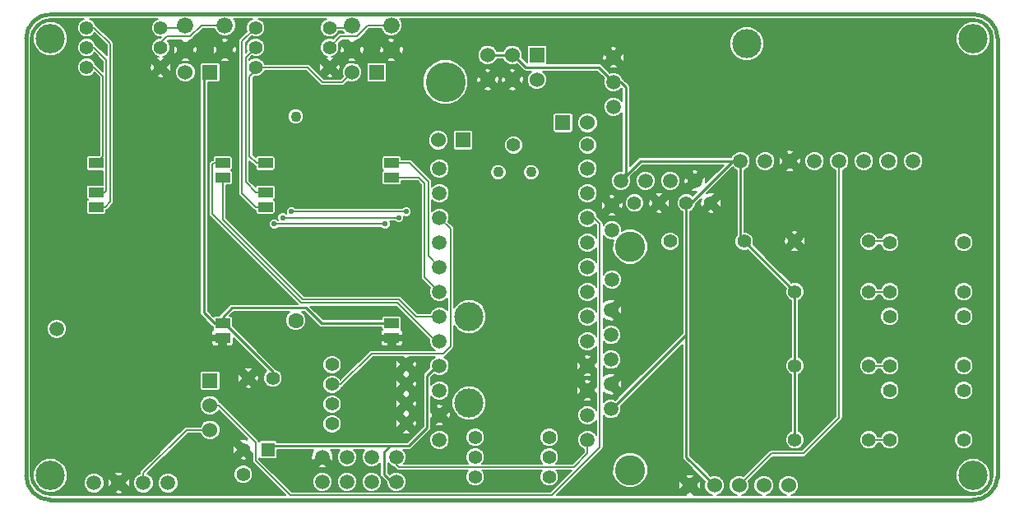
<source format=gbl>
G04 (created by PCBNEW (2013-jul-07)-stable) date So 23 Nov 2014 23:25:05 CET*
%MOIN*%
G04 Gerber Fmt 3.4, Leading zero omitted, Abs format*
%FSLAX34Y34*%
G01*
G70*
G90*
G04 APERTURE LIST*
%ADD10C,0.00590551*%
%ADD11C,0.015*%
%ADD12C,0.0590551*%
%ADD13C,0.11811*%
%ADD14C,0.0433*%
%ADD15C,0.063*%
%ADD16C,0.0591*%
%ADD17R,0.055X0.055*%
%ADD18C,0.055*%
%ADD19C,0.06*%
%ADD20C,0.122047*%
%ADD21C,0.0598425*%
%ADD22C,0.066*%
%ADD23C,0.118504*%
%ADD24R,0.06X0.06*%
%ADD25C,0.0433071*%
%ADD26R,0.0591X0.0394*%
%ADD27C,0.161417*%
%ADD28C,0.0220472*%
%ADD29C,0.01*%
%ADD30C,0.00669291*%
%ADD31C,0.008*%
G04 APERTURE END LIST*
G54D10*
G54D11*
X10000Y-28700D02*
X10000Y-10984D01*
X48346Y-29685D02*
X10984Y-29685D01*
X49370Y-10984D02*
X49370Y-28740D01*
X10984Y-10000D02*
X48385Y-10000D01*
X48346Y-29685D02*
G75*
G03X49370Y-28740I39J984D01*
G74*
G01*
X49370Y-10984D02*
G75*
G03X48385Y-10000I-984J0D01*
G74*
G01*
X10984Y-10000D02*
G75*
G03X10000Y-10984I0J-984D01*
G74*
G01*
X10000Y-28700D02*
G75*
G03X10984Y-29685I984J0D01*
G74*
G01*
G54D12*
X33700Y-26000D03*
X33700Y-25000D03*
X33700Y-24000D03*
X33700Y-23000D03*
X33700Y-22000D03*
G54D13*
X27950Y-22250D03*
X27950Y-25750D03*
G54D14*
X20922Y-14142D03*
G54D15*
X20922Y-22409D03*
G54D16*
X32750Y-27250D03*
X32750Y-26250D03*
X32750Y-25250D03*
X32750Y-24250D03*
X32750Y-23250D03*
X32750Y-22250D03*
X32750Y-21250D03*
X32750Y-20250D03*
X32750Y-19250D03*
X32750Y-18250D03*
X32750Y-17250D03*
X32750Y-16250D03*
X26750Y-16250D03*
X26750Y-17250D03*
X26750Y-18250D03*
X26750Y-19250D03*
X26750Y-20250D03*
X26750Y-21250D03*
X26750Y-22250D03*
X26750Y-23250D03*
X26750Y-24250D03*
X26750Y-25250D03*
X26750Y-26250D03*
X26750Y-27250D03*
X22000Y-28950D03*
X22000Y-27950D03*
X23000Y-28950D03*
X23000Y-27950D03*
X24000Y-28950D03*
X24000Y-27950D03*
X25000Y-28950D03*
X25000Y-27950D03*
G54D17*
X19800Y-27650D03*
G54D18*
X18800Y-27650D03*
X18800Y-28650D03*
G54D19*
X36893Y-29099D03*
X37893Y-29099D03*
X38893Y-29099D03*
X39893Y-29099D03*
X40893Y-29099D03*
G54D20*
X34472Y-19422D03*
X34472Y-28477D03*
G54D16*
X34100Y-16750D03*
X35100Y-16750D03*
X36100Y-16750D03*
X37100Y-16750D03*
X38950Y-15950D03*
X39950Y-15950D03*
X40950Y-15950D03*
X41950Y-15950D03*
X42950Y-15950D03*
X43950Y-15950D03*
X44950Y-15950D03*
X45950Y-15950D03*
G54D13*
X39200Y-11200D03*
G54D21*
X15750Y-29000D03*
X14750Y-29000D03*
X13750Y-29000D03*
X12750Y-29000D03*
G54D18*
X48000Y-22250D03*
X48000Y-24250D03*
X45000Y-22250D03*
X45000Y-24250D03*
X48000Y-25250D03*
X48000Y-27250D03*
X45000Y-25250D03*
X45000Y-27250D03*
X48000Y-19250D03*
X48000Y-21250D03*
X45000Y-19250D03*
X45000Y-21250D03*
G54D22*
X24800Y-10450D03*
X24800Y-11450D03*
X18050Y-10450D03*
X18050Y-11450D03*
X23200Y-10450D03*
X23200Y-11450D03*
X16450Y-10450D03*
X16450Y-11450D03*
G54D18*
X34650Y-17650D03*
X35650Y-17650D03*
X20000Y-24750D03*
X19000Y-24750D03*
X36750Y-17650D03*
X37750Y-17650D03*
G54D16*
X33743Y-17750D03*
X33743Y-18750D03*
X33743Y-20750D03*
G54D23*
X10984Y-10984D03*
X10984Y-28700D03*
X48385Y-10984D03*
X48385Y-28700D03*
G54D12*
X11237Y-22749D03*
G54D18*
X22400Y-25000D03*
X25400Y-25000D03*
X25400Y-24200D03*
X22400Y-24200D03*
X25400Y-26600D03*
X22400Y-26600D03*
X25400Y-25800D03*
X22400Y-25800D03*
X28200Y-28750D03*
X31200Y-28750D03*
X28200Y-27150D03*
X31200Y-27150D03*
X28200Y-27950D03*
X31200Y-27950D03*
X41150Y-19200D03*
X44150Y-19200D03*
X44150Y-27250D03*
X41150Y-27250D03*
X44150Y-21250D03*
X41150Y-21250D03*
X44150Y-24250D03*
X41150Y-24250D03*
X19300Y-10550D03*
X22300Y-10550D03*
X19300Y-11350D03*
X22300Y-11350D03*
X19300Y-12150D03*
X22300Y-12150D03*
X36100Y-19200D03*
X39100Y-19200D03*
X12450Y-10550D03*
X15450Y-10550D03*
X12450Y-11350D03*
X15450Y-11350D03*
X12450Y-12150D03*
X15450Y-12150D03*
X29750Y-15300D03*
X32750Y-15300D03*
G54D24*
X24200Y-12350D03*
G54D19*
X23200Y-12350D03*
G54D24*
X17450Y-12350D03*
G54D19*
X16450Y-12350D03*
G54D24*
X31750Y-14400D03*
G54D19*
X32750Y-14400D03*
G54D25*
X30469Y-16400D03*
X29130Y-16400D03*
G54D26*
X17959Y-23121D03*
X17959Y-22531D03*
X17959Y-16626D03*
X17959Y-16035D03*
X12840Y-16035D03*
X12840Y-17807D03*
X12840Y-17216D03*
X24809Y-23121D03*
X24809Y-22531D03*
X24809Y-16626D03*
X24809Y-16035D03*
X19690Y-16035D03*
X19690Y-17807D03*
X19690Y-17216D03*
G54D24*
X17450Y-24850D03*
G54D19*
X17450Y-25850D03*
X17450Y-26850D03*
G54D27*
X26988Y-12750D03*
G54D16*
X33800Y-12750D03*
X33800Y-11750D03*
X33800Y-13750D03*
G54D24*
X27700Y-15100D03*
G54D19*
X26700Y-15100D03*
G54D24*
X30700Y-11650D03*
G54D19*
X30700Y-12650D03*
X29700Y-11650D03*
X29700Y-12650D03*
X28700Y-11650D03*
X28700Y-12650D03*
G54D28*
X25400Y-18000D03*
X20750Y-18000D03*
X25100Y-18250D03*
X20400Y-18250D03*
X24550Y-18500D03*
X20050Y-18500D03*
G54D29*
X17959Y-22531D02*
X17959Y-22290D01*
X18350Y-21900D02*
X21350Y-21900D01*
X17959Y-22290D02*
X18350Y-21900D01*
X17450Y-12350D02*
X17300Y-12350D01*
X17631Y-22531D02*
X17959Y-22531D01*
X17200Y-22100D02*
X17631Y-22531D01*
X17200Y-12450D02*
X17200Y-22100D01*
X17300Y-12350D02*
X17200Y-12450D01*
X24809Y-22531D02*
X21981Y-22531D01*
X21981Y-22531D02*
X21350Y-21900D01*
X20000Y-24750D02*
X20000Y-24500D01*
X20000Y-24500D02*
X18031Y-22531D01*
G54D30*
X44150Y-19200D02*
X44950Y-19200D01*
X44950Y-19200D02*
X45000Y-19250D01*
X17450Y-26850D02*
X16500Y-26850D01*
X14750Y-28600D02*
X14750Y-29000D01*
X16500Y-26850D02*
X14750Y-28600D01*
X26750Y-18250D02*
X27200Y-18700D01*
X27200Y-23450D02*
X26900Y-23750D01*
X27200Y-18700D02*
X27200Y-23450D01*
X22400Y-25000D02*
X22750Y-25000D01*
X26900Y-23750D02*
X24000Y-23750D01*
X22750Y-25000D02*
X24000Y-23750D01*
X20750Y-18000D02*
X25400Y-18000D01*
X25000Y-27950D02*
X25000Y-28250D01*
X25100Y-28350D02*
X32200Y-28350D01*
X25000Y-28250D02*
X25100Y-28350D01*
X32750Y-27250D02*
X32750Y-27800D01*
X32750Y-27800D02*
X32200Y-28350D01*
X20400Y-18250D02*
X25100Y-18250D01*
X42950Y-15950D02*
X42950Y-26350D01*
X41500Y-27800D02*
X40193Y-27800D01*
X40193Y-27800D02*
X38893Y-29099D01*
X42950Y-26350D02*
X41500Y-27800D01*
X20050Y-18500D02*
X24550Y-18500D01*
X24809Y-16626D02*
X25926Y-16626D01*
X25926Y-16626D02*
X25950Y-16650D01*
X26150Y-16850D02*
X26150Y-20650D01*
X26150Y-20650D02*
X26750Y-21250D01*
X25203Y-16626D02*
X25926Y-16626D01*
X25926Y-16626D02*
X25950Y-16650D01*
X25950Y-16650D02*
X26150Y-16850D01*
X17959Y-16626D02*
X17959Y-18309D01*
X17959Y-18309D02*
X21200Y-21550D01*
X26750Y-22250D02*
X25800Y-22250D01*
X25800Y-22250D02*
X25100Y-21550D01*
X25100Y-21550D02*
X21200Y-21550D01*
X24809Y-16035D02*
X25535Y-16035D01*
X26300Y-16800D02*
X26300Y-19800D01*
X26300Y-19800D02*
X26750Y-20250D01*
X25203Y-16035D02*
X25535Y-16035D01*
X25535Y-16035D02*
X26300Y-16800D01*
X17959Y-16035D02*
X17615Y-16035D01*
X17550Y-18100D02*
X21150Y-21700D01*
X17550Y-16100D02*
X17550Y-18100D01*
X17615Y-16035D02*
X17550Y-16100D01*
X26750Y-23250D02*
X26600Y-23250D01*
X26600Y-23250D02*
X25050Y-21700D01*
X26750Y-23250D02*
X26733Y-23250D01*
X25050Y-21700D02*
X21150Y-21700D01*
X18900Y-11750D02*
X18900Y-16800D01*
X19316Y-17216D02*
X19690Y-17216D01*
X18900Y-16800D02*
X19316Y-17216D01*
X18900Y-11750D02*
X19300Y-11350D01*
X18900Y-14700D02*
X18900Y-11750D01*
X18900Y-14700D02*
X18900Y-14700D01*
X44150Y-24250D02*
X45000Y-24250D01*
X12840Y-17216D02*
X13184Y-17216D01*
X12750Y-11350D02*
X13250Y-11850D01*
X13250Y-11850D02*
X13250Y-17150D01*
X12750Y-11350D02*
X12450Y-11350D01*
X13184Y-17216D02*
X13250Y-17150D01*
X12840Y-17216D02*
X13084Y-17216D01*
X12450Y-10550D02*
X12750Y-10550D01*
X13193Y-17807D02*
X12840Y-17807D01*
X13400Y-17600D02*
X13193Y-17807D01*
X13400Y-11200D02*
X13400Y-17600D01*
X12750Y-10550D02*
X13400Y-11200D01*
X17450Y-25850D02*
X17800Y-25850D01*
X19300Y-28100D02*
X20700Y-29500D01*
X19300Y-27350D02*
X19300Y-28100D01*
X17800Y-25850D02*
X19300Y-27350D01*
X31300Y-29500D02*
X20700Y-29500D01*
X32750Y-18250D02*
X33000Y-18250D01*
X33250Y-18500D02*
X33250Y-27550D01*
X33000Y-18250D02*
X33250Y-18500D01*
X33250Y-27550D02*
X31300Y-29500D01*
X44150Y-21250D02*
X45000Y-21250D01*
X44150Y-27250D02*
X45000Y-27250D01*
G54D31*
X23100Y-10550D02*
X23200Y-10450D01*
X22300Y-10550D02*
X23100Y-10550D01*
G54D30*
X24800Y-10450D02*
X23850Y-10450D01*
X23850Y-10450D02*
X23400Y-10900D01*
G54D31*
X22750Y-10900D02*
X23400Y-10900D01*
X22300Y-11350D02*
X22750Y-10900D01*
X22300Y-11350D02*
X22300Y-11350D01*
X16350Y-10550D02*
X16450Y-10450D01*
X16350Y-10550D02*
X16450Y-10450D01*
X16350Y-10550D02*
X16450Y-10450D01*
X15450Y-10550D02*
X16350Y-10550D01*
G54D30*
X15450Y-11350D02*
X15450Y-11150D01*
X17100Y-10450D02*
X18050Y-10450D01*
X16650Y-10900D02*
X17100Y-10450D01*
X15700Y-10900D02*
X16650Y-10900D01*
X15450Y-11150D02*
X15700Y-10900D01*
X19300Y-12150D02*
X21400Y-12150D01*
X22800Y-12750D02*
X23200Y-12350D01*
X22000Y-12750D02*
X22800Y-12750D01*
X21400Y-12150D02*
X22000Y-12750D01*
X19300Y-12150D02*
X19300Y-12283D01*
X19335Y-16035D02*
X19690Y-16035D01*
X19050Y-15750D02*
X19335Y-16035D01*
X19050Y-12533D02*
X19050Y-15750D01*
X19300Y-12283D02*
X19050Y-12533D01*
X12450Y-12150D02*
X12750Y-12150D01*
X12750Y-12150D02*
X13110Y-12510D01*
X13110Y-12510D02*
X13110Y-15765D01*
X13110Y-15765D02*
X12840Y-16035D01*
X19690Y-17807D02*
X19307Y-17807D01*
X19307Y-17807D02*
X18750Y-17250D01*
X19300Y-10550D02*
X18750Y-11100D01*
X18750Y-11100D02*
X18750Y-17250D01*
G54D29*
X36750Y-21400D02*
X36750Y-19400D01*
X33700Y-26000D02*
X33750Y-26000D01*
X33750Y-26000D02*
X36750Y-23000D01*
X34100Y-16750D02*
X34100Y-16650D01*
X34100Y-16650D02*
X34300Y-16450D01*
X33800Y-12750D02*
X34100Y-12750D01*
X34100Y-12750D02*
X34300Y-12950D01*
X34300Y-12950D02*
X34300Y-16450D01*
X34300Y-16550D02*
X34100Y-16750D01*
X30250Y-12150D02*
X33200Y-12150D01*
X33200Y-12150D02*
X33800Y-12750D01*
X41150Y-24250D02*
X41150Y-27250D01*
X41150Y-21250D02*
X41150Y-24250D01*
X39100Y-19200D02*
X41150Y-21250D01*
X38950Y-15950D02*
X38950Y-19050D01*
X38950Y-19050D02*
X39100Y-19200D01*
X24750Y-27500D02*
X19950Y-27500D01*
X19950Y-27500D02*
X19800Y-27650D01*
X29700Y-11650D02*
X29750Y-11650D01*
X29750Y-11650D02*
X30250Y-12150D01*
X28700Y-11650D02*
X29700Y-11650D01*
X36750Y-17650D02*
X36750Y-23000D01*
X36750Y-23000D02*
X36750Y-27955D01*
X36750Y-27955D02*
X37893Y-29099D01*
X38950Y-15950D02*
X34900Y-15950D01*
X34900Y-15950D02*
X34100Y-16750D01*
X36750Y-17650D02*
X36950Y-17650D01*
X38650Y-15950D02*
X38950Y-15950D01*
X36950Y-17650D02*
X38650Y-15950D01*
X25000Y-28950D02*
X24800Y-28950D01*
X24500Y-27750D02*
X24750Y-27500D01*
X24500Y-28650D02*
X24500Y-27750D01*
X24800Y-28950D02*
X24500Y-28650D01*
X26250Y-24750D02*
X26250Y-26750D01*
X26250Y-24650D02*
X26250Y-24750D01*
X26650Y-24250D02*
X26250Y-24650D01*
X26750Y-24250D02*
X26650Y-24250D01*
X24750Y-27500D02*
X24800Y-27500D01*
X26250Y-26750D02*
X25500Y-27500D01*
X25500Y-27500D02*
X24800Y-27500D01*
X36750Y-17650D02*
X36750Y-21400D01*
G54D10*
G36*
X32107Y-28491D02*
X31241Y-29358D01*
X24403Y-29358D01*
X24403Y-28870D01*
X24342Y-28721D01*
X24229Y-28607D01*
X24080Y-28546D01*
X23920Y-28546D01*
X23771Y-28607D01*
X23657Y-28720D01*
X23596Y-28869D01*
X23596Y-29029D01*
X23657Y-29178D01*
X23770Y-29292D01*
X23919Y-29353D01*
X24079Y-29353D01*
X24228Y-29292D01*
X24342Y-29179D01*
X24403Y-29030D01*
X24403Y-28870D01*
X24403Y-29358D01*
X23403Y-29358D01*
X23403Y-28870D01*
X23342Y-28721D01*
X23229Y-28607D01*
X23080Y-28546D01*
X22920Y-28546D01*
X22771Y-28607D01*
X22657Y-28720D01*
X22596Y-28869D01*
X22596Y-29029D01*
X22657Y-29178D01*
X22770Y-29292D01*
X22919Y-29353D01*
X23079Y-29353D01*
X23228Y-29292D01*
X23342Y-29179D01*
X23403Y-29030D01*
X23403Y-28870D01*
X23403Y-29358D01*
X22453Y-29358D01*
X22403Y-29358D01*
X22403Y-28870D01*
X22342Y-28721D01*
X22229Y-28607D01*
X22171Y-28584D01*
X22171Y-28330D01*
X22000Y-28158D01*
X21828Y-28330D01*
X21866Y-28385D01*
X22043Y-28403D01*
X22133Y-28385D01*
X22171Y-28330D01*
X22171Y-28584D01*
X22080Y-28546D01*
X21920Y-28546D01*
X21791Y-28599D01*
X21771Y-28607D01*
X21657Y-28720D01*
X21596Y-28869D01*
X21596Y-29029D01*
X21657Y-29178D01*
X21770Y-29292D01*
X21919Y-29353D01*
X22079Y-29353D01*
X22228Y-29292D01*
X22342Y-29179D01*
X22403Y-29030D01*
X22403Y-28870D01*
X22403Y-29358D01*
X20758Y-29358D01*
X19441Y-28041D01*
X19441Y-27994D01*
X19463Y-28016D01*
X19503Y-28033D01*
X19546Y-28033D01*
X20096Y-28033D01*
X20136Y-28016D01*
X20166Y-27986D01*
X20183Y-27946D01*
X20183Y-27903D01*
X20183Y-27658D01*
X21648Y-27658D01*
X21562Y-27743D01*
X21606Y-27787D01*
X21564Y-27816D01*
X21546Y-27993D01*
X21564Y-28083D01*
X21619Y-28121D01*
X21791Y-27950D01*
X21774Y-27933D01*
X21983Y-27724D01*
X22000Y-27741D01*
X22016Y-27724D01*
X22225Y-27933D01*
X22208Y-27950D01*
X22380Y-28121D01*
X22435Y-28083D01*
X22453Y-27906D01*
X22435Y-27816D01*
X22393Y-27787D01*
X22437Y-27743D01*
X22351Y-27658D01*
X22720Y-27658D01*
X22657Y-27720D01*
X22596Y-27869D01*
X22596Y-28029D01*
X22657Y-28178D01*
X22770Y-28292D01*
X22919Y-28353D01*
X23079Y-28353D01*
X23228Y-28292D01*
X23342Y-28179D01*
X23403Y-28030D01*
X23403Y-27870D01*
X23342Y-27721D01*
X23279Y-27658D01*
X23720Y-27658D01*
X23657Y-27720D01*
X23596Y-27869D01*
X23596Y-28029D01*
X23657Y-28178D01*
X23770Y-28292D01*
X23919Y-28353D01*
X24079Y-28353D01*
X24228Y-28292D01*
X24341Y-28179D01*
X24341Y-28650D01*
X24353Y-28710D01*
X24388Y-28761D01*
X24596Y-28970D01*
X24596Y-29029D01*
X24657Y-29178D01*
X24770Y-29292D01*
X24919Y-29353D01*
X25079Y-29353D01*
X25228Y-29292D01*
X25342Y-29179D01*
X25403Y-29030D01*
X25403Y-28870D01*
X25342Y-28721D01*
X25229Y-28607D01*
X25080Y-28546D01*
X24920Y-28546D01*
X24771Y-28607D01*
X24726Y-28652D01*
X24658Y-28584D01*
X24658Y-28179D01*
X24770Y-28292D01*
X24895Y-28343D01*
X24899Y-28350D01*
X24999Y-28450D01*
X24999Y-28450D01*
X25045Y-28480D01*
X25100Y-28491D01*
X27916Y-28491D01*
X27875Y-28532D01*
X27816Y-28673D01*
X27816Y-28825D01*
X27874Y-28966D01*
X27982Y-29074D01*
X28123Y-29133D01*
X28275Y-29133D01*
X28416Y-29075D01*
X28524Y-28967D01*
X28583Y-28826D01*
X28583Y-28674D01*
X28525Y-28533D01*
X28483Y-28491D01*
X30916Y-28491D01*
X30875Y-28532D01*
X30816Y-28673D01*
X30816Y-28825D01*
X30874Y-28966D01*
X30982Y-29074D01*
X31123Y-29133D01*
X31275Y-29133D01*
X31416Y-29075D01*
X31524Y-28967D01*
X31583Y-28826D01*
X31583Y-28674D01*
X31525Y-28533D01*
X31483Y-28491D01*
X32107Y-28491D01*
X32107Y-28491D01*
G37*
G54D30*
X32107Y-28491D02*
X31241Y-29358D01*
X24403Y-29358D01*
X24403Y-28870D01*
X24342Y-28721D01*
X24229Y-28607D01*
X24080Y-28546D01*
X23920Y-28546D01*
X23771Y-28607D01*
X23657Y-28720D01*
X23596Y-28869D01*
X23596Y-29029D01*
X23657Y-29178D01*
X23770Y-29292D01*
X23919Y-29353D01*
X24079Y-29353D01*
X24228Y-29292D01*
X24342Y-29179D01*
X24403Y-29030D01*
X24403Y-28870D01*
X24403Y-29358D01*
X23403Y-29358D01*
X23403Y-28870D01*
X23342Y-28721D01*
X23229Y-28607D01*
X23080Y-28546D01*
X22920Y-28546D01*
X22771Y-28607D01*
X22657Y-28720D01*
X22596Y-28869D01*
X22596Y-29029D01*
X22657Y-29178D01*
X22770Y-29292D01*
X22919Y-29353D01*
X23079Y-29353D01*
X23228Y-29292D01*
X23342Y-29179D01*
X23403Y-29030D01*
X23403Y-28870D01*
X23403Y-29358D01*
X22453Y-29358D01*
X22403Y-29358D01*
X22403Y-28870D01*
X22342Y-28721D01*
X22229Y-28607D01*
X22171Y-28584D01*
X22171Y-28330D01*
X22000Y-28158D01*
X21828Y-28330D01*
X21866Y-28385D01*
X22043Y-28403D01*
X22133Y-28385D01*
X22171Y-28330D01*
X22171Y-28584D01*
X22080Y-28546D01*
X21920Y-28546D01*
X21791Y-28599D01*
X21771Y-28607D01*
X21657Y-28720D01*
X21596Y-28869D01*
X21596Y-29029D01*
X21657Y-29178D01*
X21770Y-29292D01*
X21919Y-29353D01*
X22079Y-29353D01*
X22228Y-29292D01*
X22342Y-29179D01*
X22403Y-29030D01*
X22403Y-28870D01*
X22403Y-29358D01*
X20758Y-29358D01*
X19441Y-28041D01*
X19441Y-27994D01*
X19463Y-28016D01*
X19503Y-28033D01*
X19546Y-28033D01*
X20096Y-28033D01*
X20136Y-28016D01*
X20166Y-27986D01*
X20183Y-27946D01*
X20183Y-27903D01*
X20183Y-27658D01*
X21648Y-27658D01*
X21562Y-27743D01*
X21606Y-27787D01*
X21564Y-27816D01*
X21546Y-27993D01*
X21564Y-28083D01*
X21619Y-28121D01*
X21791Y-27950D01*
X21774Y-27933D01*
X21983Y-27724D01*
X22000Y-27741D01*
X22016Y-27724D01*
X22225Y-27933D01*
X22208Y-27950D01*
X22380Y-28121D01*
X22435Y-28083D01*
X22453Y-27906D01*
X22435Y-27816D01*
X22393Y-27787D01*
X22437Y-27743D01*
X22351Y-27658D01*
X22720Y-27658D01*
X22657Y-27720D01*
X22596Y-27869D01*
X22596Y-28029D01*
X22657Y-28178D01*
X22770Y-28292D01*
X22919Y-28353D01*
X23079Y-28353D01*
X23228Y-28292D01*
X23342Y-28179D01*
X23403Y-28030D01*
X23403Y-27870D01*
X23342Y-27721D01*
X23279Y-27658D01*
X23720Y-27658D01*
X23657Y-27720D01*
X23596Y-27869D01*
X23596Y-28029D01*
X23657Y-28178D01*
X23770Y-28292D01*
X23919Y-28353D01*
X24079Y-28353D01*
X24228Y-28292D01*
X24341Y-28179D01*
X24341Y-28650D01*
X24353Y-28710D01*
X24388Y-28761D01*
X24596Y-28970D01*
X24596Y-29029D01*
X24657Y-29178D01*
X24770Y-29292D01*
X24919Y-29353D01*
X25079Y-29353D01*
X25228Y-29292D01*
X25342Y-29179D01*
X25403Y-29030D01*
X25403Y-28870D01*
X25342Y-28721D01*
X25229Y-28607D01*
X25080Y-28546D01*
X24920Y-28546D01*
X24771Y-28607D01*
X24726Y-28652D01*
X24658Y-28584D01*
X24658Y-28179D01*
X24770Y-28292D01*
X24895Y-28343D01*
X24899Y-28350D01*
X24999Y-28450D01*
X24999Y-28450D01*
X25045Y-28480D01*
X25100Y-28491D01*
X27916Y-28491D01*
X27875Y-28532D01*
X27816Y-28673D01*
X27816Y-28825D01*
X27874Y-28966D01*
X27982Y-29074D01*
X28123Y-29133D01*
X28275Y-29133D01*
X28416Y-29075D01*
X28524Y-28967D01*
X28583Y-28826D01*
X28583Y-28674D01*
X28525Y-28533D01*
X28483Y-28491D01*
X30916Y-28491D01*
X30875Y-28532D01*
X30816Y-28673D01*
X30816Y-28825D01*
X30874Y-28966D01*
X30982Y-29074D01*
X31123Y-29133D01*
X31275Y-29133D01*
X31416Y-29075D01*
X31524Y-28967D01*
X31583Y-28826D01*
X31583Y-28674D01*
X31525Y-28533D01*
X31483Y-28491D01*
X32107Y-28491D01*
G54D10*
G36*
X37797Y-29501D02*
X37351Y-29501D01*
X37351Y-29055D01*
X37333Y-28965D01*
X37279Y-28926D01*
X37105Y-29099D01*
X37279Y-29272D01*
X37333Y-29234D01*
X37351Y-29055D01*
X37351Y-29501D01*
X37054Y-29501D01*
X37066Y-29484D01*
X37066Y-28714D01*
X37028Y-28659D01*
X36849Y-28641D01*
X36759Y-28659D01*
X36720Y-28714D01*
X36893Y-28887D01*
X37066Y-28714D01*
X37066Y-29484D01*
X36893Y-29311D01*
X36720Y-29484D01*
X36732Y-29501D01*
X36681Y-29501D01*
X36681Y-29099D01*
X36508Y-28926D01*
X36453Y-28965D01*
X36435Y-29143D01*
X36453Y-29234D01*
X36508Y-29272D01*
X36681Y-29099D01*
X36681Y-29501D01*
X35191Y-29501D01*
X35191Y-28335D01*
X35081Y-28071D01*
X34879Y-27868D01*
X34615Y-27759D01*
X34330Y-27758D01*
X34065Y-27868D01*
X33863Y-28070D01*
X33754Y-28334D01*
X33753Y-28619D01*
X33862Y-28884D01*
X34064Y-29086D01*
X34328Y-29195D01*
X34614Y-29196D01*
X34878Y-29087D01*
X35081Y-28885D01*
X35190Y-28621D01*
X35191Y-28335D01*
X35191Y-29501D01*
X31498Y-29501D01*
X33350Y-27650D01*
X33350Y-27650D01*
X33370Y-27619D01*
X33380Y-27604D01*
X33380Y-27604D01*
X33391Y-27550D01*
X33391Y-27550D01*
X33391Y-26262D01*
X33471Y-26341D01*
X33619Y-26403D01*
X33779Y-26403D01*
X33928Y-26342D01*
X34041Y-26228D01*
X34103Y-26080D01*
X34103Y-25920D01*
X34089Y-25884D01*
X36591Y-23382D01*
X36591Y-27955D01*
X36603Y-28016D01*
X36638Y-28067D01*
X37515Y-28945D01*
X37485Y-29018D01*
X37485Y-29180D01*
X37547Y-29330D01*
X37662Y-29445D01*
X37797Y-29501D01*
X37797Y-29501D01*
G37*
G54D30*
X37797Y-29501D02*
X37351Y-29501D01*
X37351Y-29055D01*
X37333Y-28965D01*
X37279Y-28926D01*
X37105Y-29099D01*
X37279Y-29272D01*
X37333Y-29234D01*
X37351Y-29055D01*
X37351Y-29501D01*
X37054Y-29501D01*
X37066Y-29484D01*
X37066Y-28714D01*
X37028Y-28659D01*
X36849Y-28641D01*
X36759Y-28659D01*
X36720Y-28714D01*
X36893Y-28887D01*
X37066Y-28714D01*
X37066Y-29484D01*
X36893Y-29311D01*
X36720Y-29484D01*
X36732Y-29501D01*
X36681Y-29501D01*
X36681Y-29099D01*
X36508Y-28926D01*
X36453Y-28965D01*
X36435Y-29143D01*
X36453Y-29234D01*
X36508Y-29272D01*
X36681Y-29099D01*
X36681Y-29501D01*
X35191Y-29501D01*
X35191Y-28335D01*
X35081Y-28071D01*
X34879Y-27868D01*
X34615Y-27759D01*
X34330Y-27758D01*
X34065Y-27868D01*
X33863Y-28070D01*
X33754Y-28334D01*
X33753Y-28619D01*
X33862Y-28884D01*
X34064Y-29086D01*
X34328Y-29195D01*
X34614Y-29196D01*
X34878Y-29087D01*
X35081Y-28885D01*
X35190Y-28621D01*
X35191Y-28335D01*
X35191Y-29501D01*
X31498Y-29501D01*
X33350Y-27650D01*
X33350Y-27650D01*
X33370Y-27619D01*
X33380Y-27604D01*
X33380Y-27604D01*
X33391Y-27550D01*
X33391Y-27550D01*
X33391Y-26262D01*
X33471Y-26341D01*
X33619Y-26403D01*
X33779Y-26403D01*
X33928Y-26342D01*
X34041Y-26228D01*
X34103Y-26080D01*
X34103Y-25920D01*
X34089Y-25884D01*
X36591Y-23382D01*
X36591Y-27955D01*
X36603Y-28016D01*
X36638Y-28067D01*
X37515Y-28945D01*
X37485Y-29018D01*
X37485Y-29180D01*
X37547Y-29330D01*
X37662Y-29445D01*
X37797Y-29501D01*
G54D10*
G36*
X49186Y-28717D02*
X49110Y-29034D01*
X49086Y-29067D01*
X49086Y-28562D01*
X49086Y-10845D01*
X48980Y-10587D01*
X48783Y-10390D01*
X48525Y-10283D01*
X48247Y-10283D01*
X47989Y-10389D01*
X47792Y-10586D01*
X47685Y-10844D01*
X47684Y-11123D01*
X47791Y-11380D01*
X47988Y-11578D01*
X48245Y-11684D01*
X48524Y-11685D01*
X48782Y-11578D01*
X48979Y-11381D01*
X49086Y-11124D01*
X49086Y-10845D01*
X49086Y-28562D01*
X48980Y-28304D01*
X48783Y-28107D01*
X48525Y-28000D01*
X48383Y-27999D01*
X48383Y-27174D01*
X48383Y-25174D01*
X48383Y-24174D01*
X48383Y-22174D01*
X48383Y-21174D01*
X48383Y-19174D01*
X48325Y-19033D01*
X48217Y-18925D01*
X48076Y-18866D01*
X47924Y-18866D01*
X47783Y-18924D01*
X47675Y-19032D01*
X47616Y-19173D01*
X47616Y-19325D01*
X47674Y-19466D01*
X47782Y-19574D01*
X47923Y-19633D01*
X48075Y-19633D01*
X48216Y-19575D01*
X48324Y-19467D01*
X48383Y-19326D01*
X48383Y-19174D01*
X48383Y-21174D01*
X48325Y-21033D01*
X48217Y-20925D01*
X48076Y-20866D01*
X47924Y-20866D01*
X47783Y-20924D01*
X47675Y-21032D01*
X47616Y-21173D01*
X47616Y-21325D01*
X47674Y-21466D01*
X47782Y-21574D01*
X47923Y-21633D01*
X48075Y-21633D01*
X48216Y-21575D01*
X48324Y-21467D01*
X48383Y-21326D01*
X48383Y-21174D01*
X48383Y-22174D01*
X48325Y-22033D01*
X48217Y-21925D01*
X48076Y-21866D01*
X47924Y-21866D01*
X47783Y-21924D01*
X47675Y-22032D01*
X47616Y-22173D01*
X47616Y-22325D01*
X47674Y-22466D01*
X47782Y-22574D01*
X47923Y-22633D01*
X48075Y-22633D01*
X48216Y-22575D01*
X48324Y-22467D01*
X48383Y-22326D01*
X48383Y-22174D01*
X48383Y-24174D01*
X48325Y-24033D01*
X48217Y-23925D01*
X48076Y-23866D01*
X47924Y-23866D01*
X47783Y-23924D01*
X47675Y-24032D01*
X47616Y-24173D01*
X47616Y-24325D01*
X47674Y-24466D01*
X47782Y-24574D01*
X47923Y-24633D01*
X48075Y-24633D01*
X48216Y-24575D01*
X48324Y-24467D01*
X48383Y-24326D01*
X48383Y-24174D01*
X48383Y-25174D01*
X48325Y-25033D01*
X48217Y-24925D01*
X48076Y-24866D01*
X47924Y-24866D01*
X47783Y-24924D01*
X47675Y-25032D01*
X47616Y-25173D01*
X47616Y-25325D01*
X47674Y-25466D01*
X47782Y-25574D01*
X47923Y-25633D01*
X48075Y-25633D01*
X48216Y-25575D01*
X48324Y-25467D01*
X48383Y-25326D01*
X48383Y-25174D01*
X48383Y-27174D01*
X48325Y-27033D01*
X48217Y-26925D01*
X48076Y-26866D01*
X47924Y-26866D01*
X47783Y-26924D01*
X47675Y-27032D01*
X47616Y-27173D01*
X47616Y-27325D01*
X47674Y-27466D01*
X47782Y-27574D01*
X47923Y-27633D01*
X48075Y-27633D01*
X48216Y-27575D01*
X48324Y-27467D01*
X48383Y-27326D01*
X48383Y-27174D01*
X48383Y-27999D01*
X48247Y-27999D01*
X47989Y-28106D01*
X47792Y-28303D01*
X47685Y-28560D01*
X47684Y-28839D01*
X47791Y-29097D01*
X47988Y-29294D01*
X48245Y-29401D01*
X48524Y-29401D01*
X48782Y-29295D01*
X48979Y-29098D01*
X49086Y-28840D01*
X49086Y-28562D01*
X49086Y-29067D01*
X48927Y-29286D01*
X48662Y-29449D01*
X48332Y-29501D01*
X46353Y-29501D01*
X46353Y-15870D01*
X46292Y-15721D01*
X46179Y-15607D01*
X46030Y-15546D01*
X45870Y-15546D01*
X45721Y-15607D01*
X45607Y-15720D01*
X45546Y-15869D01*
X45546Y-16029D01*
X45607Y-16178D01*
X45720Y-16292D01*
X45869Y-16353D01*
X46029Y-16353D01*
X46178Y-16292D01*
X46292Y-16179D01*
X46353Y-16030D01*
X46353Y-15870D01*
X46353Y-29501D01*
X45383Y-29501D01*
X45383Y-27174D01*
X45383Y-25174D01*
X45383Y-24174D01*
X45383Y-22174D01*
X45383Y-21174D01*
X45383Y-19174D01*
X45353Y-19102D01*
X45353Y-15870D01*
X45292Y-15721D01*
X45179Y-15607D01*
X45030Y-15546D01*
X44870Y-15546D01*
X44721Y-15607D01*
X44607Y-15720D01*
X44546Y-15869D01*
X44546Y-16029D01*
X44607Y-16178D01*
X44720Y-16292D01*
X44869Y-16353D01*
X45029Y-16353D01*
X45178Y-16292D01*
X45292Y-16179D01*
X45353Y-16030D01*
X45353Y-15870D01*
X45353Y-19102D01*
X45325Y-19033D01*
X45217Y-18925D01*
X45076Y-18866D01*
X44924Y-18866D01*
X44783Y-18924D01*
X44675Y-19032D01*
X44664Y-19058D01*
X44506Y-19058D01*
X44475Y-18983D01*
X44367Y-18875D01*
X44353Y-18869D01*
X44353Y-15870D01*
X44292Y-15721D01*
X44179Y-15607D01*
X44030Y-15546D01*
X43870Y-15546D01*
X43721Y-15607D01*
X43607Y-15720D01*
X43546Y-15869D01*
X43546Y-16029D01*
X43607Y-16178D01*
X43720Y-16292D01*
X43869Y-16353D01*
X44029Y-16353D01*
X44178Y-16292D01*
X44292Y-16179D01*
X44353Y-16030D01*
X44353Y-15870D01*
X44353Y-18869D01*
X44226Y-18816D01*
X44074Y-18816D01*
X43933Y-18874D01*
X43825Y-18982D01*
X43766Y-19123D01*
X43766Y-19275D01*
X43824Y-19416D01*
X43932Y-19524D01*
X44073Y-19583D01*
X44225Y-19583D01*
X44366Y-19525D01*
X44474Y-19417D01*
X44506Y-19341D01*
X44623Y-19341D01*
X44674Y-19466D01*
X44782Y-19574D01*
X44923Y-19633D01*
X45075Y-19633D01*
X45216Y-19575D01*
X45324Y-19467D01*
X45383Y-19326D01*
X45383Y-19174D01*
X45383Y-21174D01*
X45325Y-21033D01*
X45217Y-20925D01*
X45076Y-20866D01*
X44924Y-20866D01*
X44783Y-20924D01*
X44675Y-21032D01*
X44643Y-21108D01*
X44506Y-21108D01*
X44475Y-21033D01*
X44367Y-20925D01*
X44226Y-20866D01*
X44074Y-20866D01*
X43933Y-20924D01*
X43825Y-21032D01*
X43766Y-21173D01*
X43766Y-21325D01*
X43824Y-21466D01*
X43932Y-21574D01*
X44073Y-21633D01*
X44225Y-21633D01*
X44366Y-21575D01*
X44474Y-21467D01*
X44506Y-21391D01*
X44643Y-21391D01*
X44674Y-21466D01*
X44782Y-21574D01*
X44923Y-21633D01*
X45075Y-21633D01*
X45216Y-21575D01*
X45324Y-21467D01*
X45383Y-21326D01*
X45383Y-21174D01*
X45383Y-22174D01*
X45325Y-22033D01*
X45217Y-21925D01*
X45076Y-21866D01*
X44924Y-21866D01*
X44783Y-21924D01*
X44675Y-22032D01*
X44616Y-22173D01*
X44616Y-22325D01*
X44674Y-22466D01*
X44782Y-22574D01*
X44923Y-22633D01*
X45075Y-22633D01*
X45216Y-22575D01*
X45324Y-22467D01*
X45383Y-22326D01*
X45383Y-22174D01*
X45383Y-24174D01*
X45325Y-24033D01*
X45217Y-23925D01*
X45076Y-23866D01*
X44924Y-23866D01*
X44783Y-23924D01*
X44675Y-24032D01*
X44643Y-24108D01*
X44506Y-24108D01*
X44475Y-24033D01*
X44367Y-23925D01*
X44226Y-23866D01*
X44074Y-23866D01*
X43933Y-23924D01*
X43825Y-24032D01*
X43766Y-24173D01*
X43766Y-24325D01*
X43824Y-24466D01*
X43932Y-24574D01*
X44073Y-24633D01*
X44225Y-24633D01*
X44366Y-24575D01*
X44474Y-24467D01*
X44506Y-24391D01*
X44643Y-24391D01*
X44674Y-24466D01*
X44782Y-24574D01*
X44923Y-24633D01*
X45075Y-24633D01*
X45216Y-24575D01*
X45324Y-24467D01*
X45383Y-24326D01*
X45383Y-24174D01*
X45383Y-25174D01*
X45325Y-25033D01*
X45217Y-24925D01*
X45076Y-24866D01*
X44924Y-24866D01*
X44783Y-24924D01*
X44675Y-25032D01*
X44616Y-25173D01*
X44616Y-25325D01*
X44674Y-25466D01*
X44782Y-25574D01*
X44923Y-25633D01*
X45075Y-25633D01*
X45216Y-25575D01*
X45324Y-25467D01*
X45383Y-25326D01*
X45383Y-25174D01*
X45383Y-27174D01*
X45325Y-27033D01*
X45217Y-26925D01*
X45076Y-26866D01*
X44924Y-26866D01*
X44783Y-26924D01*
X44675Y-27032D01*
X44643Y-27108D01*
X44506Y-27108D01*
X44475Y-27033D01*
X44367Y-26925D01*
X44226Y-26866D01*
X44074Y-26866D01*
X43933Y-26924D01*
X43825Y-27032D01*
X43766Y-27173D01*
X43766Y-27325D01*
X43824Y-27466D01*
X43932Y-27574D01*
X44073Y-27633D01*
X44225Y-27633D01*
X44366Y-27575D01*
X44474Y-27467D01*
X44506Y-27391D01*
X44643Y-27391D01*
X44674Y-27466D01*
X44782Y-27574D01*
X44923Y-27633D01*
X45075Y-27633D01*
X45216Y-27575D01*
X45324Y-27467D01*
X45383Y-27326D01*
X45383Y-27174D01*
X45383Y-29501D01*
X40989Y-29501D01*
X41124Y-29445D01*
X41239Y-29331D01*
X41301Y-29181D01*
X41302Y-29018D01*
X41240Y-28868D01*
X41125Y-28753D01*
X40975Y-28691D01*
X40812Y-28691D01*
X40662Y-28753D01*
X40547Y-28868D01*
X40485Y-29018D01*
X40485Y-29180D01*
X40547Y-29330D01*
X40662Y-29445D01*
X40797Y-29501D01*
X39989Y-29501D01*
X40124Y-29445D01*
X40239Y-29331D01*
X40301Y-29181D01*
X40302Y-29018D01*
X40240Y-28868D01*
X40125Y-28753D01*
X39975Y-28691D01*
X39812Y-28691D01*
X39662Y-28753D01*
X39547Y-28868D01*
X39485Y-29018D01*
X39485Y-29180D01*
X39547Y-29330D01*
X39662Y-29445D01*
X39797Y-29501D01*
X38989Y-29501D01*
X39124Y-29445D01*
X39239Y-29331D01*
X39301Y-29181D01*
X39302Y-29018D01*
X39264Y-28928D01*
X40252Y-27941D01*
X41500Y-27941D01*
X41500Y-27941D01*
X41554Y-27930D01*
X41600Y-27900D01*
X43050Y-26450D01*
X43050Y-26450D01*
X43070Y-26419D01*
X43080Y-26404D01*
X43080Y-26404D01*
X43091Y-26350D01*
X43091Y-26350D01*
X43091Y-16328D01*
X43178Y-16292D01*
X43292Y-16179D01*
X43353Y-16030D01*
X43353Y-15870D01*
X43292Y-15721D01*
X43179Y-15607D01*
X43030Y-15546D01*
X42870Y-15546D01*
X42721Y-15607D01*
X42607Y-15720D01*
X42546Y-15869D01*
X42546Y-16029D01*
X42607Y-16178D01*
X42720Y-16292D01*
X42808Y-16328D01*
X42808Y-26291D01*
X42353Y-26745D01*
X42353Y-15870D01*
X42292Y-15721D01*
X42179Y-15607D01*
X42030Y-15546D01*
X41870Y-15546D01*
X41721Y-15607D01*
X41607Y-15720D01*
X41546Y-15869D01*
X41546Y-16029D01*
X41607Y-16178D01*
X41720Y-16292D01*
X41869Y-16353D01*
X42029Y-16353D01*
X42178Y-16292D01*
X42292Y-16179D01*
X42353Y-16030D01*
X42353Y-15870D01*
X42353Y-26745D01*
X41583Y-27516D01*
X41583Y-19162D01*
X41564Y-19068D01*
X41510Y-19033D01*
X41403Y-19140D01*
X41403Y-15906D01*
X41385Y-15816D01*
X41330Y-15778D01*
X41158Y-15950D01*
X41330Y-16121D01*
X41385Y-16083D01*
X41403Y-15906D01*
X41403Y-19140D01*
X41344Y-19200D01*
X41510Y-19366D01*
X41564Y-19331D01*
X41583Y-19162D01*
X41583Y-27516D01*
X41441Y-27658D01*
X40193Y-27658D01*
X40139Y-27669D01*
X40123Y-27679D01*
X40093Y-27699D01*
X39064Y-28728D01*
X38975Y-28691D01*
X38812Y-28691D01*
X38662Y-28753D01*
X38547Y-28868D01*
X38485Y-29018D01*
X38485Y-29180D01*
X38547Y-29330D01*
X38662Y-29445D01*
X38797Y-29501D01*
X37989Y-29501D01*
X38124Y-29445D01*
X38239Y-29331D01*
X38301Y-29181D01*
X38302Y-29018D01*
X38240Y-28868D01*
X38183Y-28811D01*
X38183Y-17612D01*
X38164Y-17518D01*
X38110Y-17483D01*
X37944Y-17650D01*
X38110Y-17816D01*
X38164Y-17781D01*
X38183Y-17612D01*
X38183Y-28811D01*
X38125Y-28753D01*
X37975Y-28691D01*
X37916Y-28691D01*
X37916Y-18010D01*
X37750Y-17844D01*
X37583Y-18010D01*
X37618Y-18064D01*
X37787Y-18083D01*
X37881Y-18064D01*
X37916Y-18010D01*
X37916Y-28691D01*
X37812Y-28691D01*
X37739Y-28721D01*
X37555Y-28537D01*
X36908Y-27890D01*
X36908Y-23000D01*
X36908Y-21400D01*
X36908Y-19400D01*
X36908Y-17999D01*
X36966Y-17975D01*
X37074Y-17867D01*
X37133Y-17726D01*
X37133Y-17690D01*
X37346Y-17477D01*
X37367Y-17498D01*
X37335Y-17518D01*
X37316Y-17687D01*
X37335Y-17781D01*
X37389Y-17816D01*
X37555Y-17650D01*
X37531Y-17626D01*
X37726Y-17431D01*
X37750Y-17455D01*
X37916Y-17289D01*
X37881Y-17235D01*
X37712Y-17216D01*
X37618Y-17235D01*
X37598Y-17267D01*
X37577Y-17246D01*
X38626Y-16197D01*
X38720Y-16292D01*
X38791Y-16321D01*
X38791Y-18966D01*
X38775Y-18982D01*
X38716Y-19123D01*
X38716Y-19275D01*
X38774Y-19416D01*
X38882Y-19524D01*
X39023Y-19583D01*
X39175Y-19583D01*
X39235Y-19558D01*
X40791Y-21114D01*
X40766Y-21173D01*
X40766Y-21325D01*
X40824Y-21466D01*
X40932Y-21574D01*
X40991Y-21599D01*
X40991Y-23900D01*
X40933Y-23924D01*
X40825Y-24032D01*
X40766Y-24173D01*
X40766Y-24325D01*
X40824Y-24466D01*
X40932Y-24574D01*
X40991Y-24599D01*
X40991Y-26900D01*
X40933Y-26924D01*
X40825Y-27032D01*
X40766Y-27173D01*
X40766Y-27325D01*
X40824Y-27466D01*
X40932Y-27574D01*
X41073Y-27633D01*
X41225Y-27633D01*
X41366Y-27575D01*
X41474Y-27467D01*
X41533Y-27326D01*
X41533Y-27174D01*
X41475Y-27033D01*
X41367Y-26925D01*
X41308Y-26900D01*
X41308Y-24599D01*
X41366Y-24575D01*
X41474Y-24467D01*
X41533Y-24326D01*
X41533Y-24174D01*
X41475Y-24033D01*
X41367Y-23925D01*
X41308Y-23900D01*
X41308Y-21599D01*
X41366Y-21575D01*
X41474Y-21467D01*
X41533Y-21326D01*
X41533Y-21174D01*
X41475Y-21033D01*
X41367Y-20925D01*
X41316Y-20903D01*
X41316Y-19560D01*
X41316Y-18839D01*
X41281Y-18785D01*
X41121Y-18767D01*
X41121Y-16330D01*
X41121Y-15569D01*
X41083Y-15514D01*
X40906Y-15496D01*
X40816Y-15514D01*
X40778Y-15569D01*
X40950Y-15741D01*
X41121Y-15569D01*
X41121Y-16330D01*
X40950Y-16158D01*
X40778Y-16330D01*
X40816Y-16385D01*
X40993Y-16403D01*
X41083Y-16385D01*
X41121Y-16330D01*
X41121Y-18767D01*
X41112Y-18766D01*
X41018Y-18785D01*
X40983Y-18839D01*
X41150Y-19005D01*
X41316Y-18839D01*
X41316Y-19560D01*
X41150Y-19394D01*
X40983Y-19560D01*
X41018Y-19614D01*
X41187Y-19633D01*
X41281Y-19614D01*
X41316Y-19560D01*
X41316Y-20903D01*
X41226Y-20866D01*
X41074Y-20866D01*
X41014Y-20891D01*
X40955Y-20831D01*
X40955Y-19200D01*
X40789Y-19033D01*
X40741Y-19065D01*
X40741Y-15950D01*
X40569Y-15778D01*
X40514Y-15816D01*
X40496Y-15993D01*
X40514Y-16083D01*
X40569Y-16121D01*
X40741Y-15950D01*
X40741Y-19065D01*
X40735Y-19068D01*
X40716Y-19237D01*
X40735Y-19331D01*
X40789Y-19366D01*
X40955Y-19200D01*
X40955Y-20831D01*
X40353Y-20230D01*
X40353Y-15870D01*
X40292Y-15721D01*
X40179Y-15607D01*
X40030Y-15546D01*
X39898Y-15546D01*
X39898Y-11061D01*
X39792Y-10804D01*
X39596Y-10607D01*
X39339Y-10501D01*
X39061Y-10501D01*
X38804Y-10607D01*
X38607Y-10803D01*
X38501Y-11060D01*
X38501Y-11338D01*
X38607Y-11595D01*
X38803Y-11792D01*
X39060Y-11898D01*
X39338Y-11898D01*
X39595Y-11792D01*
X39792Y-11596D01*
X39898Y-11339D01*
X39898Y-11061D01*
X39898Y-15546D01*
X39870Y-15546D01*
X39721Y-15607D01*
X39607Y-15720D01*
X39546Y-15869D01*
X39546Y-16029D01*
X39607Y-16178D01*
X39720Y-16292D01*
X39869Y-16353D01*
X40029Y-16353D01*
X40178Y-16292D01*
X40292Y-16179D01*
X40353Y-16030D01*
X40353Y-15870D01*
X40353Y-20230D01*
X39458Y-19335D01*
X39483Y-19276D01*
X39483Y-19124D01*
X39425Y-18983D01*
X39317Y-18875D01*
X39176Y-18816D01*
X39108Y-18816D01*
X39108Y-16321D01*
X39178Y-16292D01*
X39292Y-16179D01*
X39353Y-16030D01*
X39353Y-15870D01*
X39292Y-15721D01*
X39179Y-15607D01*
X39030Y-15546D01*
X38870Y-15546D01*
X38721Y-15607D01*
X38607Y-15720D01*
X38578Y-15791D01*
X34900Y-15791D01*
X34839Y-15803D01*
X34788Y-15838D01*
X34788Y-15838D01*
X34788Y-15838D01*
X34458Y-16167D01*
X34458Y-12950D01*
X34446Y-12889D01*
X34411Y-12838D01*
X34253Y-12679D01*
X34253Y-11706D01*
X34235Y-11616D01*
X34180Y-11578D01*
X34008Y-11750D01*
X34180Y-11921D01*
X34235Y-11883D01*
X34253Y-11706D01*
X34253Y-12679D01*
X34211Y-12638D01*
X34182Y-12618D01*
X34142Y-12521D01*
X34029Y-12407D01*
X33971Y-12384D01*
X33971Y-12130D01*
X33971Y-11369D01*
X33933Y-11314D01*
X33756Y-11296D01*
X33666Y-11314D01*
X33628Y-11369D01*
X33800Y-11541D01*
X33971Y-11369D01*
X33971Y-12130D01*
X33800Y-11958D01*
X33628Y-12130D01*
X33666Y-12185D01*
X33843Y-12203D01*
X33933Y-12185D01*
X33971Y-12130D01*
X33971Y-12384D01*
X33880Y-12346D01*
X33720Y-12346D01*
X33649Y-12375D01*
X33591Y-12317D01*
X33591Y-11750D01*
X33419Y-11578D01*
X33364Y-11616D01*
X33346Y-11793D01*
X33364Y-11883D01*
X33419Y-11921D01*
X33591Y-11750D01*
X33591Y-12317D01*
X33311Y-12038D01*
X33260Y-12003D01*
X33200Y-11991D01*
X31099Y-11991D01*
X31108Y-11971D01*
X31108Y-11928D01*
X31108Y-11328D01*
X31091Y-11288D01*
X31061Y-11258D01*
X31021Y-11241D01*
X30978Y-11241D01*
X30378Y-11241D01*
X30338Y-11258D01*
X30308Y-11288D01*
X30291Y-11328D01*
X30291Y-11371D01*
X30291Y-11967D01*
X30092Y-11768D01*
X30108Y-11731D01*
X30108Y-11569D01*
X30046Y-11419D01*
X29931Y-11304D01*
X29781Y-11241D01*
X29619Y-11241D01*
X29469Y-11303D01*
X29354Y-11418D01*
X29323Y-11491D01*
X29076Y-11491D01*
X29046Y-11419D01*
X28931Y-11304D01*
X28781Y-11241D01*
X28619Y-11241D01*
X28469Y-11303D01*
X28354Y-11418D01*
X28291Y-11568D01*
X28291Y-11730D01*
X28353Y-11880D01*
X28468Y-11995D01*
X28618Y-12058D01*
X28780Y-12058D01*
X28930Y-11996D01*
X29045Y-11881D01*
X29076Y-11808D01*
X29323Y-11808D01*
X29353Y-11880D01*
X29468Y-11995D01*
X29618Y-12058D01*
X29780Y-12058D01*
X29889Y-12013D01*
X30138Y-12261D01*
X30189Y-12296D01*
X30250Y-12308D01*
X30464Y-12308D01*
X30354Y-12418D01*
X30291Y-12568D01*
X30291Y-12730D01*
X30353Y-12880D01*
X30468Y-12995D01*
X30618Y-13058D01*
X30780Y-13058D01*
X30930Y-12996D01*
X31045Y-12881D01*
X31108Y-12731D01*
X31108Y-12569D01*
X31046Y-12419D01*
X30935Y-12308D01*
X33134Y-12308D01*
X33425Y-12599D01*
X33396Y-12669D01*
X33396Y-12829D01*
X33457Y-12978D01*
X33570Y-13092D01*
X33719Y-13153D01*
X33879Y-13153D01*
X34028Y-13092D01*
X34123Y-12997D01*
X34141Y-13015D01*
X34141Y-13520D01*
X34029Y-13407D01*
X33880Y-13346D01*
X33720Y-13346D01*
X33571Y-13407D01*
X33457Y-13520D01*
X33396Y-13669D01*
X33396Y-13829D01*
X33457Y-13978D01*
X33570Y-14092D01*
X33719Y-14153D01*
X33879Y-14153D01*
X34028Y-14092D01*
X34141Y-13979D01*
X34141Y-16346D01*
X34020Y-16346D01*
X33871Y-16407D01*
X33757Y-16520D01*
X33696Y-16669D01*
X33696Y-16829D01*
X33757Y-16978D01*
X33870Y-17092D01*
X34019Y-17153D01*
X34179Y-17153D01*
X34328Y-17092D01*
X34442Y-16979D01*
X34503Y-16830D01*
X34503Y-16670D01*
X34474Y-16599D01*
X34965Y-16108D01*
X38267Y-16108D01*
X37540Y-16835D01*
X37553Y-16706D01*
X37535Y-16616D01*
X37480Y-16578D01*
X37308Y-16750D01*
X37325Y-16766D01*
X37271Y-16820D01*
X37271Y-16369D01*
X37233Y-16314D01*
X37056Y-16296D01*
X36966Y-16314D01*
X36928Y-16369D01*
X37100Y-16541D01*
X37271Y-16369D01*
X37271Y-16820D01*
X37116Y-16975D01*
X37100Y-16958D01*
X36928Y-17130D01*
X36966Y-17185D01*
X37143Y-17203D01*
X37179Y-17196D01*
X37009Y-17367D01*
X36967Y-17325D01*
X36891Y-17293D01*
X36891Y-16750D01*
X36719Y-16578D01*
X36664Y-16616D01*
X36646Y-16793D01*
X36664Y-16883D01*
X36719Y-16921D01*
X36891Y-16750D01*
X36891Y-17293D01*
X36826Y-17266D01*
X36674Y-17266D01*
X36533Y-17324D01*
X36503Y-17354D01*
X36503Y-16670D01*
X36442Y-16521D01*
X36329Y-16407D01*
X36180Y-16346D01*
X36020Y-16346D01*
X35871Y-16407D01*
X35757Y-16520D01*
X35696Y-16669D01*
X35696Y-16829D01*
X35757Y-16978D01*
X35870Y-17092D01*
X36019Y-17153D01*
X36179Y-17153D01*
X36328Y-17092D01*
X36442Y-16979D01*
X36503Y-16830D01*
X36503Y-16670D01*
X36503Y-17354D01*
X36425Y-17432D01*
X36366Y-17573D01*
X36366Y-17725D01*
X36424Y-17866D01*
X36532Y-17974D01*
X36591Y-17999D01*
X36591Y-19400D01*
X36591Y-21400D01*
X36591Y-22934D01*
X36483Y-23042D01*
X36483Y-19124D01*
X36425Y-18983D01*
X36317Y-18875D01*
X36176Y-18816D01*
X36083Y-18816D01*
X36083Y-17612D01*
X36064Y-17518D01*
X36010Y-17483D01*
X35844Y-17650D01*
X36010Y-17816D01*
X36064Y-17781D01*
X36083Y-17612D01*
X36083Y-18816D01*
X36024Y-18816D01*
X35883Y-18874D01*
X35816Y-18941D01*
X35816Y-18010D01*
X35816Y-17289D01*
X35781Y-17235D01*
X35612Y-17216D01*
X35518Y-17235D01*
X35503Y-17258D01*
X35503Y-16670D01*
X35442Y-16521D01*
X35329Y-16407D01*
X35180Y-16346D01*
X35020Y-16346D01*
X34871Y-16407D01*
X34757Y-16520D01*
X34696Y-16669D01*
X34696Y-16829D01*
X34757Y-16978D01*
X34870Y-17092D01*
X35019Y-17153D01*
X35179Y-17153D01*
X35328Y-17092D01*
X35442Y-16979D01*
X35503Y-16830D01*
X35503Y-16670D01*
X35503Y-17258D01*
X35483Y-17289D01*
X35650Y-17455D01*
X35816Y-17289D01*
X35816Y-18010D01*
X35650Y-17844D01*
X35483Y-18010D01*
X35518Y-18064D01*
X35687Y-18083D01*
X35781Y-18064D01*
X35816Y-18010D01*
X35816Y-18941D01*
X35775Y-18982D01*
X35716Y-19123D01*
X35716Y-19275D01*
X35774Y-19416D01*
X35882Y-19524D01*
X36023Y-19583D01*
X36175Y-19583D01*
X36316Y-19525D01*
X36424Y-19417D01*
X36483Y-19276D01*
X36483Y-19124D01*
X36483Y-23042D01*
X35455Y-24070D01*
X35455Y-17650D01*
X35289Y-17483D01*
X35235Y-17518D01*
X35216Y-17687D01*
X35235Y-17781D01*
X35289Y-17816D01*
X35455Y-17650D01*
X35455Y-24070D01*
X34153Y-25372D01*
X34153Y-24957D01*
X34153Y-21957D01*
X34135Y-21866D01*
X34080Y-21828D01*
X33908Y-22000D01*
X34080Y-22171D01*
X34135Y-22133D01*
X34153Y-21957D01*
X34153Y-24957D01*
X34135Y-24866D01*
X34080Y-24828D01*
X33908Y-25000D01*
X34080Y-25171D01*
X34135Y-25133D01*
X34153Y-24957D01*
X34153Y-25372D01*
X33885Y-25640D01*
X33871Y-25634D01*
X33780Y-25596D01*
X33620Y-25596D01*
X33471Y-25657D01*
X33391Y-25737D01*
X33391Y-25334D01*
X33493Y-25437D01*
X33537Y-25393D01*
X33566Y-25435D01*
X33742Y-25453D01*
X33833Y-25435D01*
X33871Y-25380D01*
X33700Y-25208D01*
X33683Y-25225D01*
X33474Y-25016D01*
X33491Y-25000D01*
X33474Y-24983D01*
X33683Y-24774D01*
X33700Y-24791D01*
X33871Y-24619D01*
X33833Y-24564D01*
X33657Y-24546D01*
X33566Y-24564D01*
X33537Y-24606D01*
X33493Y-24562D01*
X33391Y-24665D01*
X33391Y-24262D01*
X33471Y-24341D01*
X33619Y-24403D01*
X33779Y-24403D01*
X33928Y-24342D01*
X34041Y-24228D01*
X34103Y-24080D01*
X34103Y-23920D01*
X34042Y-23771D01*
X33928Y-23658D01*
X33780Y-23596D01*
X33620Y-23596D01*
X33471Y-23657D01*
X33391Y-23737D01*
X33391Y-23262D01*
X33471Y-23341D01*
X33619Y-23403D01*
X33779Y-23403D01*
X33928Y-23342D01*
X34041Y-23228D01*
X34103Y-23080D01*
X34103Y-22920D01*
X34042Y-22771D01*
X33928Y-22658D01*
X33871Y-22634D01*
X33780Y-22596D01*
X33620Y-22596D01*
X33471Y-22657D01*
X33391Y-22737D01*
X33391Y-22334D01*
X33493Y-22437D01*
X33537Y-22393D01*
X33566Y-22435D01*
X33742Y-22453D01*
X33833Y-22435D01*
X33871Y-22380D01*
X33700Y-22208D01*
X33683Y-22225D01*
X33474Y-22016D01*
X33491Y-22000D01*
X33474Y-21983D01*
X33683Y-21774D01*
X33700Y-21791D01*
X33871Y-21619D01*
X33833Y-21564D01*
X33657Y-21546D01*
X33566Y-21564D01*
X33537Y-21606D01*
X33493Y-21562D01*
X33391Y-21665D01*
X33391Y-20956D01*
X33400Y-20978D01*
X33514Y-21092D01*
X33662Y-21153D01*
X33823Y-21153D01*
X33971Y-21092D01*
X34085Y-20979D01*
X34147Y-20830D01*
X34147Y-20670D01*
X34085Y-20521D01*
X33972Y-20407D01*
X33823Y-20346D01*
X33663Y-20346D01*
X33514Y-20407D01*
X33401Y-20520D01*
X33391Y-20543D01*
X33391Y-18956D01*
X33400Y-18978D01*
X33514Y-19092D01*
X33662Y-19153D01*
X33805Y-19153D01*
X33754Y-19278D01*
X33753Y-19564D01*
X33862Y-19828D01*
X34064Y-20031D01*
X34328Y-20140D01*
X34614Y-20141D01*
X34878Y-20031D01*
X35081Y-19829D01*
X35190Y-19565D01*
X35191Y-19280D01*
X35081Y-19015D01*
X35033Y-18967D01*
X35033Y-17574D01*
X34975Y-17433D01*
X34867Y-17325D01*
X34726Y-17266D01*
X34574Y-17266D01*
X34433Y-17324D01*
X34325Y-17432D01*
X34266Y-17573D01*
X34266Y-17725D01*
X34324Y-17866D01*
X34432Y-17974D01*
X34573Y-18033D01*
X34725Y-18033D01*
X34866Y-17975D01*
X34974Y-17867D01*
X35033Y-17726D01*
X35033Y-17574D01*
X35033Y-18967D01*
X34879Y-18813D01*
X34615Y-18704D01*
X34330Y-18703D01*
X34196Y-18758D01*
X34196Y-17706D01*
X34178Y-17616D01*
X34124Y-17578D01*
X33952Y-17750D01*
X34124Y-17921D01*
X34178Y-17883D01*
X34196Y-17706D01*
X34196Y-18758D01*
X34147Y-18779D01*
X34147Y-18670D01*
X34085Y-18521D01*
X33972Y-18407D01*
X33915Y-18384D01*
X33915Y-18130D01*
X33915Y-17369D01*
X33877Y-17314D01*
X33700Y-17296D01*
X33609Y-17314D01*
X33571Y-17369D01*
X33743Y-17541D01*
X33915Y-17369D01*
X33915Y-18130D01*
X33743Y-17958D01*
X33571Y-18130D01*
X33609Y-18185D01*
X33786Y-18203D01*
X33877Y-18185D01*
X33915Y-18130D01*
X33915Y-18384D01*
X33823Y-18346D01*
X33663Y-18346D01*
X33534Y-18399D01*
X33534Y-17750D01*
X33362Y-17578D01*
X33307Y-17616D01*
X33289Y-17793D01*
X33307Y-17883D01*
X33362Y-17921D01*
X33534Y-17750D01*
X33534Y-18399D01*
X33514Y-18407D01*
X33401Y-18520D01*
X33391Y-18543D01*
X33391Y-18500D01*
X33380Y-18445D01*
X33380Y-18445D01*
X33370Y-18430D01*
X33350Y-18399D01*
X33350Y-18399D01*
X33158Y-18207D01*
X33158Y-14319D01*
X33096Y-14169D01*
X32981Y-14054D01*
X32831Y-13991D01*
X32669Y-13991D01*
X32519Y-14053D01*
X32404Y-14168D01*
X32341Y-14318D01*
X32341Y-14480D01*
X32403Y-14630D01*
X32518Y-14745D01*
X32668Y-14808D01*
X32830Y-14808D01*
X32980Y-14746D01*
X33095Y-14631D01*
X33158Y-14481D01*
X33158Y-14319D01*
X33158Y-18207D01*
X33153Y-18203D01*
X33153Y-18170D01*
X33153Y-17170D01*
X33153Y-16170D01*
X33133Y-16120D01*
X33133Y-15224D01*
X33075Y-15083D01*
X32967Y-14975D01*
X32826Y-14916D01*
X32674Y-14916D01*
X32533Y-14974D01*
X32425Y-15082D01*
X32366Y-15223D01*
X32366Y-15375D01*
X32424Y-15516D01*
X32532Y-15624D01*
X32673Y-15683D01*
X32825Y-15683D01*
X32966Y-15625D01*
X33074Y-15517D01*
X33133Y-15376D01*
X33133Y-15224D01*
X33133Y-16120D01*
X33092Y-16021D01*
X32979Y-15907D01*
X32830Y-15846D01*
X32670Y-15846D01*
X32521Y-15907D01*
X32407Y-16020D01*
X32346Y-16169D01*
X32346Y-16329D01*
X32407Y-16478D01*
X32520Y-16592D01*
X32669Y-16653D01*
X32829Y-16653D01*
X32978Y-16592D01*
X33092Y-16479D01*
X33153Y-16330D01*
X33153Y-16170D01*
X33153Y-17170D01*
X33092Y-17021D01*
X32979Y-16907D01*
X32830Y-16846D01*
X32670Y-16846D01*
X32521Y-16907D01*
X32407Y-17020D01*
X32346Y-17169D01*
X32346Y-17329D01*
X32407Y-17478D01*
X32520Y-17592D01*
X32669Y-17653D01*
X32829Y-17653D01*
X32978Y-17592D01*
X33092Y-17479D01*
X33153Y-17330D01*
X33153Y-17170D01*
X33153Y-18170D01*
X33092Y-18021D01*
X32979Y-17907D01*
X32830Y-17846D01*
X32670Y-17846D01*
X32521Y-17907D01*
X32407Y-18020D01*
X32346Y-18169D01*
X32346Y-18329D01*
X32407Y-18478D01*
X32520Y-18592D01*
X32669Y-18653D01*
X32829Y-18653D01*
X32978Y-18592D01*
X33060Y-18510D01*
X33108Y-18558D01*
X33108Y-19059D01*
X33092Y-19021D01*
X32979Y-18907D01*
X32830Y-18846D01*
X32670Y-18846D01*
X32521Y-18907D01*
X32407Y-19020D01*
X32346Y-19169D01*
X32346Y-19329D01*
X32407Y-19478D01*
X32520Y-19592D01*
X32669Y-19653D01*
X32829Y-19653D01*
X32978Y-19592D01*
X33092Y-19479D01*
X33108Y-19440D01*
X33108Y-20059D01*
X33092Y-20021D01*
X32979Y-19907D01*
X32830Y-19846D01*
X32670Y-19846D01*
X32521Y-19907D01*
X32407Y-20020D01*
X32346Y-20169D01*
X32346Y-20329D01*
X32407Y-20478D01*
X32520Y-20592D01*
X32669Y-20653D01*
X32829Y-20653D01*
X32978Y-20592D01*
X33092Y-20479D01*
X33108Y-20440D01*
X33108Y-21059D01*
X33092Y-21021D01*
X32979Y-20907D01*
X32830Y-20846D01*
X32670Y-20846D01*
X32521Y-20907D01*
X32407Y-21020D01*
X32346Y-21169D01*
X32346Y-21329D01*
X32407Y-21478D01*
X32520Y-21592D01*
X32669Y-21653D01*
X32829Y-21653D01*
X32978Y-21592D01*
X33092Y-21479D01*
X33108Y-21440D01*
X33108Y-22059D01*
X33092Y-22021D01*
X32979Y-21907D01*
X32830Y-21846D01*
X32670Y-21846D01*
X32521Y-21907D01*
X32407Y-22020D01*
X32346Y-22169D01*
X32346Y-22329D01*
X32407Y-22478D01*
X32520Y-22592D01*
X32669Y-22653D01*
X32829Y-22653D01*
X32978Y-22592D01*
X33092Y-22479D01*
X33108Y-22440D01*
X33108Y-23059D01*
X33092Y-23021D01*
X32979Y-22907D01*
X32830Y-22846D01*
X32670Y-22846D01*
X32521Y-22907D01*
X32407Y-23020D01*
X32346Y-23169D01*
X32346Y-23329D01*
X32407Y-23478D01*
X32520Y-23592D01*
X32669Y-23653D01*
X32829Y-23653D01*
X32978Y-23592D01*
X33092Y-23479D01*
X33108Y-23440D01*
X33108Y-24100D01*
X32958Y-24250D01*
X33108Y-24399D01*
X33108Y-25100D01*
X32958Y-25250D01*
X33108Y-25399D01*
X33108Y-26059D01*
X33092Y-26021D01*
X32979Y-25907D01*
X32921Y-25884D01*
X32921Y-25630D01*
X32921Y-24869D01*
X32921Y-24630D01*
X32921Y-23869D01*
X32883Y-23814D01*
X32706Y-23796D01*
X32616Y-23814D01*
X32578Y-23869D01*
X32750Y-24041D01*
X32921Y-23869D01*
X32921Y-24630D01*
X32750Y-24458D01*
X32578Y-24630D01*
X32616Y-24685D01*
X32793Y-24703D01*
X32883Y-24685D01*
X32921Y-24630D01*
X32921Y-24869D01*
X32883Y-24814D01*
X32706Y-24796D01*
X32616Y-24814D01*
X32578Y-24869D01*
X32750Y-25041D01*
X32921Y-24869D01*
X32921Y-25630D01*
X32750Y-25458D01*
X32578Y-25630D01*
X32616Y-25685D01*
X32793Y-25703D01*
X32883Y-25685D01*
X32921Y-25630D01*
X32921Y-25884D01*
X32830Y-25846D01*
X32670Y-25846D01*
X32541Y-25899D01*
X32541Y-25250D01*
X32541Y-24250D01*
X32369Y-24078D01*
X32314Y-24116D01*
X32296Y-24293D01*
X32314Y-24383D01*
X32369Y-24421D01*
X32541Y-24250D01*
X32541Y-25250D01*
X32369Y-25078D01*
X32314Y-25116D01*
X32296Y-25293D01*
X32314Y-25383D01*
X32369Y-25421D01*
X32541Y-25250D01*
X32541Y-25899D01*
X32521Y-25907D01*
X32407Y-26020D01*
X32346Y-26169D01*
X32346Y-26329D01*
X32407Y-26478D01*
X32520Y-26592D01*
X32669Y-26653D01*
X32829Y-26653D01*
X32978Y-26592D01*
X33092Y-26479D01*
X33108Y-26440D01*
X33108Y-27059D01*
X33092Y-27021D01*
X32979Y-26907D01*
X32830Y-26846D01*
X32670Y-26846D01*
X32521Y-26907D01*
X32407Y-27020D01*
X32346Y-27169D01*
X32346Y-27329D01*
X32407Y-27478D01*
X32520Y-27592D01*
X32608Y-27628D01*
X32608Y-27741D01*
X32158Y-28191D01*
X32158Y-14678D01*
X32158Y-14078D01*
X32141Y-14038D01*
X32111Y-14008D01*
X32071Y-13991D01*
X32028Y-13991D01*
X31428Y-13991D01*
X31388Y-14008D01*
X31358Y-14038D01*
X31341Y-14078D01*
X31341Y-14121D01*
X31341Y-14721D01*
X31358Y-14761D01*
X31388Y-14791D01*
X31428Y-14808D01*
X31471Y-14808D01*
X32071Y-14808D01*
X32111Y-14791D01*
X32141Y-14761D01*
X32158Y-14721D01*
X32158Y-14678D01*
X32158Y-28191D01*
X32141Y-28208D01*
X31483Y-28208D01*
X31524Y-28167D01*
X31583Y-28026D01*
X31583Y-27874D01*
X31583Y-27074D01*
X31525Y-26933D01*
X31417Y-26825D01*
X31276Y-26766D01*
X31124Y-26766D01*
X30983Y-26824D01*
X30875Y-26932D01*
X30816Y-27073D01*
X30816Y-27225D01*
X30874Y-27366D01*
X30982Y-27474D01*
X31123Y-27533D01*
X31275Y-27533D01*
X31416Y-27475D01*
X31524Y-27367D01*
X31583Y-27226D01*
X31583Y-27074D01*
X31583Y-27874D01*
X31525Y-27733D01*
X31417Y-27625D01*
X31276Y-27566D01*
X31124Y-27566D01*
X30983Y-27624D01*
X30875Y-27732D01*
X30816Y-27873D01*
X30816Y-28025D01*
X30874Y-28166D01*
X30916Y-28208D01*
X30794Y-28208D01*
X30794Y-16335D01*
X30744Y-16216D01*
X30653Y-16124D01*
X30534Y-16075D01*
X30404Y-16075D01*
X30285Y-16124D01*
X30194Y-16215D01*
X30158Y-16302D01*
X30158Y-12605D01*
X30140Y-12515D01*
X30085Y-12476D01*
X29912Y-12650D01*
X30085Y-12823D01*
X30140Y-12784D01*
X30158Y-12605D01*
X30158Y-16302D01*
X30144Y-16335D01*
X30144Y-16464D01*
X30193Y-16583D01*
X30285Y-16675D01*
X30404Y-16724D01*
X30533Y-16724D01*
X30653Y-16675D01*
X30744Y-16584D01*
X30794Y-16464D01*
X30794Y-16335D01*
X30794Y-28208D01*
X30133Y-28208D01*
X30133Y-15224D01*
X30075Y-15083D01*
X29967Y-14975D01*
X29873Y-14936D01*
X29873Y-13035D01*
X29873Y-12264D01*
X29834Y-12209D01*
X29655Y-12191D01*
X29565Y-12209D01*
X29526Y-12264D01*
X29700Y-12437D01*
X29873Y-12264D01*
X29873Y-13035D01*
X29700Y-12862D01*
X29526Y-13035D01*
X29565Y-13090D01*
X29744Y-13108D01*
X29834Y-13090D01*
X29873Y-13035D01*
X29873Y-14936D01*
X29826Y-14916D01*
X29674Y-14916D01*
X29533Y-14974D01*
X29487Y-15020D01*
X29487Y-12650D01*
X29314Y-12476D01*
X29259Y-12515D01*
X29241Y-12694D01*
X29259Y-12784D01*
X29314Y-12823D01*
X29487Y-12650D01*
X29487Y-15020D01*
X29425Y-15082D01*
X29366Y-15223D01*
X29366Y-15375D01*
X29424Y-15516D01*
X29532Y-15624D01*
X29673Y-15683D01*
X29825Y-15683D01*
X29966Y-15625D01*
X30074Y-15517D01*
X30133Y-15376D01*
X30133Y-15224D01*
X30133Y-28208D01*
X29455Y-28208D01*
X29455Y-16335D01*
X29406Y-16216D01*
X29314Y-16124D01*
X29195Y-16075D01*
X29158Y-16075D01*
X29158Y-12605D01*
X29140Y-12515D01*
X29085Y-12476D01*
X28912Y-12650D01*
X29085Y-12823D01*
X29140Y-12784D01*
X29158Y-12605D01*
X29158Y-16075D01*
X29066Y-16075D01*
X28946Y-16124D01*
X28873Y-16198D01*
X28873Y-13035D01*
X28873Y-12264D01*
X28834Y-12209D01*
X28655Y-12191D01*
X28565Y-12209D01*
X28526Y-12264D01*
X28700Y-12437D01*
X28873Y-12264D01*
X28873Y-13035D01*
X28700Y-12862D01*
X28526Y-13035D01*
X28565Y-13090D01*
X28744Y-13108D01*
X28834Y-13090D01*
X28873Y-13035D01*
X28873Y-16198D01*
X28855Y-16215D01*
X28805Y-16335D01*
X28805Y-16464D01*
X28855Y-16583D01*
X28946Y-16675D01*
X29065Y-16724D01*
X29195Y-16724D01*
X29314Y-16675D01*
X29405Y-16584D01*
X29455Y-16464D01*
X29455Y-16335D01*
X29455Y-28208D01*
X28648Y-28208D01*
X28648Y-25611D01*
X28542Y-25354D01*
X28346Y-25157D01*
X28089Y-25051D01*
X27811Y-25051D01*
X27554Y-25157D01*
X27357Y-25353D01*
X27251Y-25610D01*
X27251Y-25888D01*
X27357Y-26145D01*
X27553Y-26342D01*
X27810Y-26448D01*
X28088Y-26448D01*
X28345Y-26342D01*
X28542Y-26146D01*
X28648Y-25889D01*
X28648Y-25611D01*
X28648Y-28208D01*
X28483Y-28208D01*
X28524Y-28167D01*
X28583Y-28026D01*
X28583Y-27874D01*
X28583Y-27074D01*
X28525Y-26933D01*
X28417Y-26825D01*
X28276Y-26766D01*
X28124Y-26766D01*
X27983Y-26824D01*
X27875Y-26932D01*
X27816Y-27073D01*
X27816Y-27225D01*
X27874Y-27366D01*
X27982Y-27474D01*
X28123Y-27533D01*
X28275Y-27533D01*
X28416Y-27475D01*
X28524Y-27367D01*
X28583Y-27226D01*
X28583Y-27074D01*
X28583Y-27874D01*
X28525Y-27733D01*
X28417Y-27625D01*
X28276Y-27566D01*
X28124Y-27566D01*
X27983Y-27624D01*
X27875Y-27732D01*
X27816Y-27873D01*
X27816Y-28025D01*
X27874Y-28166D01*
X27916Y-28208D01*
X27203Y-28208D01*
X27203Y-26206D01*
X27185Y-26116D01*
X27130Y-26078D01*
X26958Y-26250D01*
X27130Y-26421D01*
X27185Y-26383D01*
X27203Y-26206D01*
X27203Y-28208D01*
X27153Y-28208D01*
X27153Y-27170D01*
X27092Y-27021D01*
X26979Y-26907D01*
X26921Y-26884D01*
X26921Y-26630D01*
X26921Y-25869D01*
X26883Y-25814D01*
X26706Y-25796D01*
X26616Y-25814D01*
X26578Y-25869D01*
X26750Y-26041D01*
X26921Y-25869D01*
X26921Y-26630D01*
X26750Y-26458D01*
X26578Y-26630D01*
X26616Y-26685D01*
X26793Y-26703D01*
X26883Y-26685D01*
X26921Y-26630D01*
X26921Y-26884D01*
X26830Y-26846D01*
X26670Y-26846D01*
X26521Y-26907D01*
X26407Y-27020D01*
X26346Y-27169D01*
X26346Y-27329D01*
X26407Y-27478D01*
X26520Y-27592D01*
X26669Y-27653D01*
X26829Y-27653D01*
X26978Y-27592D01*
X27092Y-27479D01*
X27153Y-27330D01*
X27153Y-27170D01*
X27153Y-28208D01*
X25312Y-28208D01*
X25342Y-28179D01*
X25403Y-28030D01*
X25403Y-27870D01*
X25342Y-27721D01*
X25279Y-27658D01*
X25500Y-27658D01*
X25560Y-27646D01*
X25611Y-27611D01*
X26361Y-26861D01*
X26361Y-26861D01*
X26361Y-26861D01*
X26396Y-26810D01*
X26396Y-26810D01*
X26406Y-26760D01*
X26408Y-26750D01*
X26408Y-26750D01*
X26408Y-26750D01*
X26408Y-26382D01*
X26541Y-26250D01*
X26408Y-26117D01*
X26408Y-25479D01*
X26520Y-25592D01*
X26669Y-25653D01*
X26829Y-25653D01*
X26978Y-25592D01*
X27092Y-25479D01*
X27153Y-25330D01*
X27153Y-25170D01*
X27092Y-25021D01*
X26979Y-24907D01*
X26830Y-24846D01*
X26670Y-24846D01*
X26521Y-24907D01*
X26408Y-25020D01*
X26408Y-24750D01*
X26408Y-24715D01*
X26528Y-24595D01*
X26669Y-24653D01*
X26829Y-24653D01*
X26978Y-24592D01*
X27092Y-24479D01*
X27153Y-24330D01*
X27153Y-24170D01*
X27092Y-24021D01*
X26979Y-23907D01*
X26927Y-23886D01*
X26954Y-23880D01*
X27000Y-23850D01*
X27300Y-23550D01*
X27300Y-23550D01*
X27320Y-23519D01*
X27330Y-23504D01*
X27330Y-23504D01*
X27341Y-23450D01*
X27341Y-23450D01*
X27341Y-22607D01*
X27357Y-22645D01*
X27553Y-22842D01*
X27810Y-22948D01*
X28088Y-22948D01*
X28345Y-22842D01*
X28542Y-22646D01*
X28648Y-22389D01*
X28648Y-22111D01*
X28542Y-21854D01*
X28487Y-21799D01*
X28487Y-12650D01*
X28314Y-12476D01*
X28259Y-12515D01*
X28241Y-12694D01*
X28259Y-12784D01*
X28314Y-12823D01*
X28487Y-12650D01*
X28487Y-21799D01*
X28346Y-21657D01*
X28108Y-21559D01*
X28108Y-15378D01*
X28108Y-14778D01*
X28091Y-14738D01*
X28061Y-14708D01*
X28021Y-14691D01*
X27978Y-14691D01*
X27904Y-14691D01*
X27904Y-12568D01*
X27765Y-12232D01*
X27508Y-11974D01*
X27171Y-11834D01*
X26807Y-11834D01*
X26471Y-11973D01*
X26213Y-12230D01*
X26073Y-12567D01*
X26073Y-12931D01*
X26212Y-13267D01*
X26469Y-13525D01*
X26806Y-13665D01*
X27170Y-13665D01*
X27506Y-13526D01*
X27764Y-13269D01*
X27904Y-12932D01*
X27904Y-12568D01*
X27904Y-14691D01*
X27378Y-14691D01*
X27338Y-14708D01*
X27308Y-14738D01*
X27291Y-14778D01*
X27291Y-14821D01*
X27291Y-15421D01*
X27308Y-15461D01*
X27338Y-15491D01*
X27378Y-15508D01*
X27421Y-15508D01*
X28021Y-15508D01*
X28061Y-15491D01*
X28091Y-15461D01*
X28108Y-15421D01*
X28108Y-15378D01*
X28108Y-21559D01*
X28089Y-21551D01*
X27811Y-21551D01*
X27554Y-21657D01*
X27357Y-21853D01*
X27341Y-21892D01*
X27341Y-18700D01*
X27330Y-18645D01*
X27300Y-18599D01*
X27300Y-18599D01*
X27117Y-18417D01*
X27153Y-18330D01*
X27153Y-18170D01*
X27092Y-18021D01*
X26979Y-17907D01*
X26830Y-17846D01*
X26670Y-17846D01*
X26521Y-17907D01*
X26441Y-17987D01*
X26441Y-17512D01*
X26520Y-17592D01*
X26669Y-17653D01*
X26829Y-17653D01*
X26978Y-17592D01*
X27092Y-17479D01*
X27153Y-17330D01*
X27153Y-17170D01*
X27153Y-16170D01*
X27108Y-16059D01*
X27108Y-15019D01*
X27046Y-14869D01*
X26931Y-14754D01*
X26781Y-14691D01*
X26619Y-14691D01*
X26469Y-14753D01*
X26354Y-14868D01*
X26291Y-15018D01*
X26291Y-15180D01*
X26353Y-15330D01*
X26468Y-15445D01*
X26618Y-15508D01*
X26780Y-15508D01*
X26930Y-15446D01*
X27045Y-15331D01*
X27108Y-15181D01*
X27108Y-15019D01*
X27108Y-16059D01*
X27092Y-16021D01*
X26979Y-15907D01*
X26830Y-15846D01*
X26670Y-15846D01*
X26521Y-15907D01*
X26407Y-16020D01*
X26346Y-16169D01*
X26346Y-16329D01*
X26407Y-16478D01*
X26520Y-16592D01*
X26669Y-16653D01*
X26829Y-16653D01*
X26978Y-16592D01*
X27092Y-16479D01*
X27153Y-16330D01*
X27153Y-16170D01*
X27153Y-17170D01*
X27092Y-17021D01*
X26979Y-16907D01*
X26830Y-16846D01*
X26670Y-16846D01*
X26521Y-16907D01*
X26441Y-16987D01*
X26441Y-16800D01*
X26432Y-16754D01*
X26430Y-16745D01*
X26430Y-16745D01*
X26400Y-16699D01*
X26400Y-16699D01*
X25635Y-15934D01*
X25589Y-15904D01*
X25535Y-15893D01*
X25288Y-15893D01*
X25288Y-11399D01*
X25270Y-11310D01*
X25214Y-11266D01*
X25031Y-11450D01*
X25214Y-11633D01*
X25270Y-11589D01*
X25288Y-11399D01*
X25288Y-15893D01*
X25212Y-15893D01*
X25212Y-15816D01*
X25196Y-15776D01*
X25165Y-15746D01*
X25126Y-15729D01*
X25083Y-15729D01*
X24983Y-15729D01*
X24983Y-11864D01*
X24983Y-11035D01*
X24939Y-10979D01*
X24749Y-10961D01*
X24660Y-10979D01*
X24616Y-11035D01*
X24800Y-11218D01*
X24983Y-11035D01*
X24983Y-11864D01*
X24800Y-11681D01*
X24616Y-11864D01*
X24660Y-11920D01*
X24850Y-11938D01*
X24939Y-11920D01*
X24983Y-11864D01*
X24983Y-15729D01*
X24608Y-15729D01*
X24608Y-12628D01*
X24608Y-12028D01*
X24591Y-11988D01*
X24568Y-11965D01*
X24568Y-11450D01*
X24385Y-11266D01*
X24329Y-11310D01*
X24311Y-11500D01*
X24329Y-11589D01*
X24385Y-11633D01*
X24568Y-11450D01*
X24568Y-11965D01*
X24561Y-11958D01*
X24521Y-11941D01*
X24478Y-11941D01*
X23878Y-11941D01*
X23838Y-11958D01*
X23808Y-11988D01*
X23791Y-12028D01*
X23791Y-12071D01*
X23791Y-12671D01*
X23808Y-12711D01*
X23838Y-12741D01*
X23878Y-12758D01*
X23921Y-12758D01*
X24521Y-12758D01*
X24561Y-12741D01*
X24591Y-12711D01*
X24608Y-12671D01*
X24608Y-12628D01*
X24608Y-15729D01*
X24492Y-15729D01*
X24452Y-15746D01*
X24421Y-15776D01*
X24405Y-15816D01*
X24405Y-15859D01*
X24405Y-16253D01*
X24421Y-16293D01*
X24452Y-16323D01*
X24468Y-16330D01*
X24452Y-16337D01*
X24421Y-16367D01*
X24405Y-16407D01*
X24405Y-16450D01*
X24405Y-16844D01*
X24421Y-16884D01*
X24452Y-16914D01*
X24491Y-16931D01*
X24534Y-16931D01*
X25125Y-16931D01*
X25165Y-16914D01*
X25196Y-16884D01*
X25212Y-16844D01*
X25212Y-16801D01*
X25212Y-16767D01*
X25867Y-16767D01*
X26008Y-16908D01*
X26008Y-20650D01*
X26019Y-20704D01*
X26049Y-20750D01*
X26382Y-21082D01*
X26346Y-21169D01*
X26346Y-21329D01*
X26407Y-21478D01*
X26520Y-21592D01*
X26669Y-21653D01*
X26829Y-21653D01*
X26978Y-21592D01*
X27058Y-21512D01*
X27058Y-21987D01*
X26979Y-21907D01*
X26830Y-21846D01*
X26670Y-21846D01*
X26521Y-21907D01*
X26407Y-22020D01*
X26371Y-22108D01*
X25858Y-22108D01*
X25618Y-21868D01*
X25618Y-17956D01*
X25585Y-17876D01*
X25523Y-17814D01*
X25443Y-17781D01*
X25356Y-17781D01*
X25276Y-17814D01*
X25232Y-17858D01*
X23688Y-17858D01*
X23688Y-11399D01*
X23670Y-11310D01*
X23614Y-11266D01*
X23431Y-11450D01*
X23614Y-11633D01*
X23670Y-11589D01*
X23688Y-11399D01*
X23688Y-17858D01*
X21246Y-17858D01*
X21246Y-14077D01*
X21197Y-13958D01*
X21106Y-13866D01*
X20986Y-13817D01*
X20857Y-13817D01*
X20738Y-13866D01*
X20646Y-13957D01*
X20597Y-14077D01*
X20597Y-14206D01*
X20646Y-14325D01*
X20737Y-14417D01*
X20857Y-14466D01*
X20986Y-14466D01*
X21105Y-14417D01*
X21197Y-14326D01*
X21246Y-14206D01*
X21246Y-14077D01*
X21246Y-17858D01*
X20917Y-17858D01*
X20873Y-17814D01*
X20793Y-17781D01*
X20706Y-17781D01*
X20626Y-17814D01*
X20564Y-17876D01*
X20531Y-17956D01*
X20531Y-18043D01*
X20551Y-18092D01*
X20523Y-18064D01*
X20443Y-18031D01*
X20356Y-18031D01*
X20276Y-18064D01*
X20214Y-18126D01*
X20181Y-18206D01*
X20181Y-18293D01*
X20201Y-18342D01*
X20173Y-18314D01*
X20093Y-18281D01*
X20006Y-18281D01*
X19926Y-18314D01*
X19864Y-18376D01*
X19831Y-18456D01*
X19831Y-18543D01*
X19864Y-18623D01*
X19926Y-18685D01*
X20006Y-18718D01*
X20093Y-18718D01*
X20173Y-18685D01*
X20217Y-18641D01*
X24382Y-18641D01*
X24426Y-18685D01*
X24506Y-18718D01*
X24593Y-18718D01*
X24673Y-18685D01*
X24735Y-18623D01*
X24768Y-18543D01*
X24768Y-18456D01*
X24741Y-18391D01*
X24932Y-18391D01*
X24976Y-18435D01*
X25056Y-18468D01*
X25143Y-18468D01*
X25223Y-18435D01*
X25285Y-18373D01*
X25318Y-18293D01*
X25318Y-18206D01*
X25316Y-18201D01*
X25356Y-18218D01*
X25443Y-18218D01*
X25523Y-18185D01*
X25585Y-18123D01*
X25618Y-18043D01*
X25618Y-17956D01*
X25618Y-21868D01*
X25200Y-21449D01*
X25154Y-21419D01*
X25100Y-21408D01*
X21258Y-21408D01*
X18538Y-18687D01*
X18538Y-11399D01*
X18520Y-11310D01*
X18464Y-11266D01*
X18281Y-11450D01*
X18464Y-11633D01*
X18520Y-11589D01*
X18538Y-11399D01*
X18538Y-18687D01*
X18100Y-18250D01*
X18100Y-16931D01*
X18275Y-16931D01*
X18315Y-16914D01*
X18346Y-16884D01*
X18362Y-16844D01*
X18362Y-16801D01*
X18362Y-16407D01*
X18346Y-16367D01*
X18315Y-16337D01*
X18299Y-16330D01*
X18315Y-16323D01*
X18346Y-16293D01*
X18362Y-16253D01*
X18362Y-16210D01*
X18362Y-15816D01*
X18346Y-15776D01*
X18315Y-15746D01*
X18276Y-15729D01*
X18233Y-15729D01*
X18233Y-11864D01*
X18233Y-11035D01*
X18189Y-10979D01*
X17999Y-10961D01*
X17910Y-10979D01*
X17866Y-11035D01*
X18050Y-11218D01*
X18233Y-11035D01*
X18233Y-11864D01*
X18050Y-11681D01*
X17866Y-11864D01*
X17910Y-11920D01*
X18100Y-11938D01*
X18189Y-11920D01*
X18233Y-11864D01*
X18233Y-15729D01*
X18233Y-15729D01*
X17642Y-15729D01*
X17602Y-15746D01*
X17571Y-15776D01*
X17555Y-15816D01*
X17555Y-15859D01*
X17555Y-15907D01*
X17545Y-15914D01*
X17514Y-15934D01*
X17449Y-15999D01*
X17419Y-16045D01*
X17408Y-16100D01*
X17408Y-18100D01*
X17419Y-18154D01*
X17449Y-18200D01*
X20991Y-21741D01*
X18350Y-21741D01*
X18289Y-21753D01*
X18238Y-21788D01*
X17847Y-22179D01*
X17815Y-22225D01*
X17642Y-22225D01*
X17602Y-22242D01*
X17584Y-22260D01*
X17358Y-22034D01*
X17358Y-12758D01*
X17771Y-12758D01*
X17811Y-12741D01*
X17841Y-12711D01*
X17858Y-12671D01*
X17858Y-12628D01*
X17858Y-12028D01*
X17841Y-11988D01*
X17818Y-11965D01*
X17818Y-11450D01*
X17635Y-11266D01*
X17579Y-11310D01*
X17561Y-11500D01*
X17579Y-11589D01*
X17635Y-11633D01*
X17818Y-11450D01*
X17818Y-11965D01*
X17811Y-11958D01*
X17771Y-11941D01*
X17728Y-11941D01*
X17128Y-11941D01*
X17088Y-11958D01*
X17058Y-11988D01*
X17041Y-12028D01*
X17041Y-12071D01*
X17041Y-12671D01*
X17041Y-12671D01*
X17041Y-22100D01*
X17053Y-22160D01*
X17088Y-22211D01*
X17519Y-22642D01*
X17555Y-22667D01*
X17555Y-22749D01*
X17571Y-22789D01*
X17577Y-22795D01*
X17577Y-22795D01*
X17535Y-22838D01*
X17512Y-22893D01*
X17512Y-22953D01*
X17512Y-22984D01*
X17549Y-23022D01*
X17811Y-23022D01*
X17811Y-22949D01*
X18106Y-22949D01*
X18106Y-23022D01*
X18130Y-23022D01*
X18130Y-23219D01*
X18106Y-23219D01*
X18106Y-23431D01*
X18144Y-23469D01*
X18284Y-23469D01*
X18340Y-23446D01*
X18382Y-23403D01*
X18405Y-23348D01*
X18406Y-23288D01*
X18406Y-23257D01*
X18406Y-23129D01*
X19742Y-24465D01*
X19675Y-24532D01*
X19616Y-24673D01*
X19616Y-24825D01*
X19674Y-24966D01*
X19782Y-25074D01*
X19923Y-25133D01*
X20075Y-25133D01*
X20216Y-25075D01*
X20324Y-24967D01*
X20383Y-24826D01*
X20383Y-24674D01*
X20325Y-24533D01*
X20217Y-24425D01*
X20100Y-24376D01*
X18362Y-22639D01*
X18362Y-22312D01*
X18346Y-22272D01*
X18315Y-22242D01*
X18276Y-22225D01*
X18248Y-22225D01*
X18415Y-22058D01*
X20674Y-22058D01*
X20563Y-22168D01*
X20498Y-22324D01*
X20498Y-22492D01*
X20562Y-22648D01*
X20681Y-22767D01*
X20837Y-22832D01*
X21005Y-22832D01*
X21161Y-22768D01*
X21280Y-22649D01*
X21345Y-22493D01*
X21345Y-22325D01*
X21281Y-22169D01*
X21169Y-22058D01*
X21284Y-22058D01*
X21869Y-22642D01*
X21869Y-22642D01*
X21920Y-22677D01*
X21981Y-22689D01*
X24405Y-22689D01*
X24405Y-22749D01*
X24421Y-22789D01*
X24427Y-22795D01*
X24427Y-22795D01*
X24385Y-22838D01*
X24362Y-22893D01*
X24362Y-22953D01*
X24362Y-22984D01*
X24399Y-23022D01*
X24661Y-23022D01*
X24661Y-22949D01*
X24956Y-22949D01*
X24956Y-23022D01*
X25218Y-23022D01*
X25256Y-22984D01*
X25256Y-22953D01*
X25255Y-22893D01*
X25232Y-22838D01*
X25190Y-22795D01*
X25190Y-22795D01*
X25196Y-22789D01*
X25212Y-22749D01*
X25212Y-22706D01*
X25212Y-22312D01*
X25196Y-22272D01*
X25165Y-22242D01*
X25126Y-22225D01*
X25083Y-22225D01*
X24492Y-22225D01*
X24452Y-22242D01*
X24421Y-22272D01*
X24405Y-22312D01*
X24405Y-22355D01*
X24405Y-22372D01*
X22046Y-22372D01*
X21515Y-21841D01*
X24991Y-21841D01*
X26346Y-23196D01*
X26346Y-23329D01*
X26407Y-23478D01*
X26520Y-23592D01*
X26559Y-23608D01*
X25256Y-23608D01*
X25256Y-23288D01*
X25256Y-23257D01*
X25218Y-23219D01*
X24956Y-23219D01*
X24956Y-23431D01*
X24994Y-23469D01*
X25134Y-23469D01*
X25190Y-23446D01*
X25232Y-23403D01*
X25255Y-23348D01*
X25256Y-23288D01*
X25256Y-23608D01*
X24661Y-23608D01*
X24661Y-23431D01*
X24661Y-23219D01*
X24399Y-23219D01*
X24362Y-23257D01*
X24362Y-23288D01*
X24362Y-23348D01*
X24385Y-23403D01*
X24427Y-23446D01*
X24483Y-23469D01*
X24623Y-23469D01*
X24661Y-23431D01*
X24661Y-23608D01*
X24000Y-23608D01*
X23945Y-23619D01*
X23899Y-23649D01*
X22783Y-24766D01*
X22783Y-24124D01*
X22725Y-23983D01*
X22617Y-23875D01*
X22476Y-23816D01*
X22324Y-23816D01*
X22183Y-23874D01*
X22075Y-23982D01*
X22016Y-24123D01*
X22016Y-24275D01*
X22074Y-24416D01*
X22182Y-24524D01*
X22323Y-24583D01*
X22475Y-24583D01*
X22616Y-24525D01*
X22724Y-24417D01*
X22783Y-24276D01*
X22783Y-24124D01*
X22783Y-24766D01*
X22737Y-24812D01*
X22725Y-24783D01*
X22617Y-24675D01*
X22476Y-24616D01*
X22324Y-24616D01*
X22183Y-24674D01*
X22075Y-24782D01*
X22016Y-24923D01*
X22016Y-25075D01*
X22074Y-25216D01*
X22182Y-25324D01*
X22323Y-25383D01*
X22475Y-25383D01*
X22616Y-25325D01*
X22724Y-25217D01*
X22756Y-25140D01*
X22804Y-25130D01*
X22850Y-25100D01*
X24058Y-23891D01*
X25286Y-23891D01*
X25400Y-24005D01*
X25513Y-23891D01*
X26559Y-23891D01*
X26521Y-23907D01*
X26407Y-24020D01*
X26346Y-24169D01*
X26346Y-24329D01*
X26346Y-24329D01*
X26138Y-24538D01*
X26103Y-24589D01*
X26091Y-24650D01*
X26091Y-24750D01*
X26091Y-26684D01*
X25833Y-26942D01*
X25833Y-26562D01*
X25833Y-25762D01*
X25833Y-24962D01*
X25833Y-24162D01*
X25814Y-24068D01*
X25760Y-24033D01*
X25594Y-24200D01*
X25760Y-24366D01*
X25814Y-24331D01*
X25833Y-24162D01*
X25833Y-24962D01*
X25814Y-24868D01*
X25760Y-24833D01*
X25594Y-25000D01*
X25760Y-25166D01*
X25814Y-25131D01*
X25833Y-24962D01*
X25833Y-25762D01*
X25814Y-25668D01*
X25760Y-25633D01*
X25594Y-25800D01*
X25760Y-25966D01*
X25814Y-25931D01*
X25833Y-25762D01*
X25833Y-26562D01*
X25814Y-26468D01*
X25760Y-26433D01*
X25594Y-26600D01*
X25760Y-26766D01*
X25814Y-26731D01*
X25833Y-26562D01*
X25833Y-26942D01*
X25566Y-27210D01*
X25566Y-26960D01*
X25566Y-26239D01*
X25540Y-26200D01*
X25566Y-26160D01*
X25566Y-25439D01*
X25540Y-25400D01*
X25566Y-25360D01*
X25566Y-24639D01*
X25540Y-24600D01*
X25566Y-24560D01*
X25400Y-24394D01*
X25233Y-24560D01*
X25259Y-24600D01*
X25233Y-24639D01*
X25400Y-24805D01*
X25566Y-24639D01*
X25566Y-25360D01*
X25400Y-25194D01*
X25233Y-25360D01*
X25259Y-25400D01*
X25233Y-25439D01*
X25400Y-25605D01*
X25566Y-25439D01*
X25566Y-26160D01*
X25400Y-25994D01*
X25233Y-26160D01*
X25259Y-26200D01*
X25233Y-26239D01*
X25400Y-26405D01*
X25566Y-26239D01*
X25566Y-26960D01*
X25400Y-26794D01*
X25233Y-26960D01*
X25268Y-27014D01*
X25437Y-27033D01*
X25531Y-27014D01*
X25566Y-26960D01*
X25566Y-27210D01*
X25434Y-27341D01*
X25205Y-27341D01*
X25205Y-26600D01*
X25205Y-25800D01*
X25205Y-25000D01*
X25205Y-24200D01*
X25039Y-24033D01*
X24985Y-24068D01*
X24966Y-24237D01*
X24985Y-24331D01*
X25039Y-24366D01*
X25205Y-24200D01*
X25205Y-25000D01*
X25039Y-24833D01*
X24985Y-24868D01*
X24966Y-25037D01*
X24985Y-25131D01*
X25039Y-25166D01*
X25205Y-25000D01*
X25205Y-25800D01*
X25039Y-25633D01*
X24985Y-25668D01*
X24966Y-25837D01*
X24985Y-25931D01*
X25039Y-25966D01*
X25205Y-25800D01*
X25205Y-26600D01*
X25039Y-26433D01*
X24985Y-26468D01*
X24966Y-26637D01*
X24985Y-26731D01*
X25039Y-26766D01*
X25205Y-26600D01*
X25205Y-27341D01*
X24800Y-27341D01*
X24750Y-27341D01*
X22783Y-27341D01*
X22783Y-26524D01*
X22783Y-25724D01*
X22725Y-25583D01*
X22617Y-25475D01*
X22476Y-25416D01*
X22324Y-25416D01*
X22183Y-25474D01*
X22075Y-25582D01*
X22016Y-25723D01*
X22016Y-25875D01*
X22074Y-26016D01*
X22182Y-26124D01*
X22323Y-26183D01*
X22475Y-26183D01*
X22616Y-26125D01*
X22724Y-26017D01*
X22783Y-25876D01*
X22783Y-25724D01*
X22783Y-26524D01*
X22725Y-26383D01*
X22617Y-26275D01*
X22476Y-26216D01*
X22324Y-26216D01*
X22183Y-26274D01*
X22075Y-26382D01*
X22016Y-26523D01*
X22016Y-26675D01*
X22074Y-26816D01*
X22182Y-26924D01*
X22323Y-26983D01*
X22475Y-26983D01*
X22616Y-26925D01*
X22724Y-26817D01*
X22783Y-26676D01*
X22783Y-26524D01*
X22783Y-27341D01*
X20178Y-27341D01*
X20166Y-27313D01*
X20136Y-27283D01*
X20096Y-27266D01*
X20053Y-27266D01*
X19503Y-27266D01*
X19463Y-27283D01*
X19434Y-27312D01*
X19433Y-27307D01*
X19433Y-24712D01*
X19414Y-24618D01*
X19360Y-24583D01*
X19194Y-24750D01*
X19360Y-24916D01*
X19414Y-24881D01*
X19433Y-24712D01*
X19433Y-27307D01*
X19430Y-27295D01*
X19430Y-27295D01*
X19420Y-27280D01*
X19400Y-27249D01*
X19400Y-27249D01*
X19166Y-27015D01*
X19166Y-25110D01*
X19166Y-24389D01*
X19131Y-24335D01*
X18962Y-24316D01*
X18868Y-24335D01*
X18833Y-24389D01*
X19000Y-24555D01*
X19166Y-24389D01*
X19166Y-25110D01*
X19000Y-24944D01*
X18833Y-25110D01*
X18868Y-25164D01*
X19037Y-25183D01*
X19131Y-25164D01*
X19166Y-25110D01*
X19166Y-27015D01*
X18805Y-26655D01*
X18805Y-24750D01*
X18639Y-24583D01*
X18585Y-24618D01*
X18566Y-24787D01*
X18585Y-24881D01*
X18639Y-24916D01*
X18805Y-24750D01*
X18805Y-26655D01*
X18406Y-26255D01*
X17900Y-25749D01*
X17858Y-25721D01*
X17858Y-25128D01*
X17858Y-24528D01*
X17841Y-24488D01*
X17811Y-24458D01*
X17811Y-24458D01*
X17811Y-23431D01*
X17811Y-23219D01*
X17549Y-23219D01*
X17512Y-23257D01*
X17512Y-23288D01*
X17512Y-23348D01*
X17535Y-23403D01*
X17577Y-23446D01*
X17633Y-23469D01*
X17773Y-23469D01*
X17811Y-23431D01*
X17811Y-24458D01*
X17771Y-24441D01*
X17728Y-24441D01*
X17128Y-24441D01*
X17088Y-24458D01*
X17058Y-24488D01*
X17041Y-24528D01*
X17041Y-24571D01*
X17041Y-25171D01*
X17058Y-25211D01*
X17088Y-25241D01*
X17128Y-25258D01*
X17171Y-25258D01*
X17771Y-25258D01*
X17811Y-25241D01*
X17841Y-25211D01*
X17858Y-25171D01*
X17858Y-25128D01*
X17858Y-25721D01*
X17854Y-25719D01*
X17836Y-25715D01*
X17796Y-25619D01*
X17681Y-25504D01*
X17531Y-25441D01*
X17369Y-25441D01*
X17219Y-25503D01*
X17104Y-25618D01*
X17041Y-25768D01*
X17041Y-25930D01*
X17103Y-26080D01*
X17218Y-26195D01*
X17368Y-26258D01*
X17530Y-26258D01*
X17680Y-26196D01*
X17795Y-26081D01*
X17806Y-26056D01*
X18984Y-27234D01*
X18951Y-27267D01*
X18931Y-27235D01*
X18762Y-27216D01*
X18668Y-27235D01*
X18633Y-27289D01*
X18800Y-27455D01*
X18823Y-27431D01*
X18966Y-27573D01*
X19018Y-27626D01*
X18994Y-27650D01*
X19158Y-27813D01*
X19158Y-28100D01*
X19169Y-28154D01*
X19199Y-28200D01*
X20501Y-29501D01*
X19183Y-29501D01*
X19183Y-28574D01*
X19125Y-28433D01*
X19017Y-28325D01*
X18966Y-28303D01*
X18966Y-28010D01*
X18800Y-27844D01*
X18633Y-28010D01*
X18668Y-28064D01*
X18837Y-28083D01*
X18931Y-28064D01*
X18966Y-28010D01*
X18966Y-28303D01*
X18876Y-28266D01*
X18724Y-28266D01*
X18605Y-28315D01*
X18605Y-27650D01*
X18439Y-27483D01*
X18385Y-27518D01*
X18366Y-27687D01*
X18385Y-27781D01*
X18439Y-27816D01*
X18605Y-27650D01*
X18605Y-28315D01*
X18583Y-28324D01*
X18475Y-28432D01*
X18416Y-28573D01*
X18416Y-28725D01*
X18474Y-28866D01*
X18582Y-28974D01*
X18723Y-29033D01*
X18875Y-29033D01*
X19016Y-28975D01*
X19124Y-28867D01*
X19183Y-28726D01*
X19183Y-28574D01*
X19183Y-29501D01*
X17858Y-29501D01*
X17858Y-26769D01*
X17796Y-26619D01*
X17681Y-26504D01*
X17531Y-26441D01*
X17369Y-26441D01*
X17219Y-26503D01*
X17104Y-26618D01*
X17066Y-26708D01*
X16938Y-26708D01*
X16938Y-11399D01*
X16920Y-11310D01*
X16864Y-11266D01*
X16681Y-11450D01*
X16864Y-11633D01*
X16920Y-11589D01*
X16938Y-11399D01*
X16938Y-26708D01*
X16858Y-26708D01*
X16858Y-12269D01*
X16796Y-12119D01*
X16681Y-12004D01*
X16633Y-11984D01*
X16633Y-11864D01*
X16450Y-11681D01*
X16266Y-11864D01*
X16310Y-11920D01*
X16500Y-11938D01*
X16589Y-11920D01*
X16633Y-11864D01*
X16633Y-11984D01*
X16531Y-11941D01*
X16369Y-11941D01*
X16219Y-12003D01*
X16218Y-12003D01*
X16218Y-11450D01*
X16035Y-11266D01*
X15979Y-11310D01*
X15961Y-11500D01*
X15979Y-11589D01*
X16035Y-11633D01*
X16218Y-11450D01*
X16218Y-12003D01*
X16104Y-12118D01*
X16041Y-12268D01*
X16041Y-12430D01*
X16103Y-12580D01*
X16218Y-12695D01*
X16368Y-12758D01*
X16530Y-12758D01*
X16680Y-12696D01*
X16795Y-12581D01*
X16858Y-12431D01*
X16858Y-12269D01*
X16858Y-26708D01*
X16500Y-26708D01*
X16454Y-26717D01*
X16445Y-26719D01*
X16399Y-26749D01*
X15883Y-27266D01*
X15883Y-12112D01*
X15864Y-12018D01*
X15810Y-11983D01*
X15644Y-12150D01*
X15810Y-12316D01*
X15864Y-12281D01*
X15883Y-12112D01*
X15883Y-27266D01*
X15616Y-27533D01*
X15616Y-12510D01*
X15450Y-12344D01*
X15283Y-12510D01*
X15318Y-12564D01*
X15487Y-12583D01*
X15581Y-12564D01*
X15616Y-12510D01*
X15616Y-27533D01*
X15255Y-27894D01*
X15255Y-12150D01*
X15089Y-11983D01*
X15035Y-12018D01*
X15016Y-12187D01*
X15035Y-12281D01*
X15089Y-12316D01*
X15255Y-12150D01*
X15255Y-27894D01*
X14649Y-28499D01*
X14619Y-28545D01*
X14608Y-28600D01*
X14608Y-28617D01*
X14519Y-28654D01*
X14404Y-28768D01*
X14342Y-28918D01*
X14342Y-29080D01*
X14404Y-29230D01*
X14518Y-29345D01*
X14668Y-29407D01*
X14830Y-29407D01*
X14980Y-29345D01*
X15095Y-29231D01*
X15157Y-29081D01*
X15157Y-28919D01*
X15095Y-28769D01*
X14981Y-28654D01*
X14920Y-28629D01*
X16558Y-26991D01*
X17066Y-26991D01*
X17103Y-27080D01*
X17218Y-27195D01*
X17368Y-27258D01*
X17530Y-27258D01*
X17680Y-27196D01*
X17795Y-27081D01*
X17858Y-26931D01*
X17858Y-26769D01*
X17858Y-29501D01*
X16157Y-29501D01*
X16157Y-28919D01*
X16095Y-28769D01*
X15981Y-28654D01*
X15831Y-28592D01*
X15669Y-28592D01*
X15519Y-28654D01*
X15404Y-28768D01*
X15342Y-28918D01*
X15342Y-29080D01*
X15404Y-29230D01*
X15518Y-29345D01*
X15668Y-29407D01*
X15830Y-29407D01*
X15980Y-29345D01*
X16095Y-29231D01*
X16157Y-29081D01*
X16157Y-28919D01*
X16157Y-29501D01*
X14207Y-29501D01*
X14207Y-28955D01*
X14189Y-28865D01*
X14134Y-28827D01*
X13961Y-29000D01*
X14134Y-29172D01*
X14189Y-29134D01*
X14207Y-28955D01*
X14207Y-29501D01*
X13922Y-29501D01*
X13922Y-29384D01*
X13922Y-28615D01*
X13884Y-28560D01*
X13705Y-28542D01*
X13615Y-28560D01*
X13577Y-28615D01*
X13750Y-28788D01*
X13922Y-28615D01*
X13922Y-29384D01*
X13750Y-29211D01*
X13577Y-29384D01*
X13615Y-29439D01*
X13794Y-29457D01*
X13884Y-29439D01*
X13922Y-29384D01*
X13922Y-29501D01*
X13538Y-29501D01*
X13538Y-29000D01*
X13365Y-28827D01*
X13310Y-28865D01*
X13292Y-29044D01*
X13310Y-29134D01*
X13365Y-29172D01*
X13538Y-29000D01*
X13538Y-29501D01*
X13157Y-29501D01*
X13157Y-28919D01*
X13095Y-28769D01*
X12981Y-28654D01*
X12831Y-28592D01*
X12669Y-28592D01*
X12519Y-28654D01*
X12404Y-28768D01*
X12342Y-28918D01*
X12342Y-29080D01*
X12404Y-29230D01*
X12518Y-29345D01*
X12668Y-29407D01*
X12830Y-29407D01*
X12980Y-29345D01*
X13095Y-29231D01*
X13157Y-29081D01*
X13157Y-28919D01*
X13157Y-29501D01*
X11685Y-29501D01*
X11685Y-28562D01*
X11685Y-10845D01*
X11578Y-10587D01*
X11381Y-10390D01*
X11124Y-10283D01*
X10845Y-10283D01*
X10587Y-10389D01*
X10390Y-10586D01*
X10283Y-10844D01*
X10283Y-11123D01*
X10389Y-11380D01*
X10586Y-11578D01*
X10844Y-11684D01*
X11123Y-11685D01*
X11380Y-11578D01*
X11578Y-11381D01*
X11684Y-11124D01*
X11685Y-10845D01*
X11685Y-28562D01*
X11641Y-28456D01*
X11641Y-22669D01*
X11580Y-22521D01*
X11466Y-22407D01*
X11318Y-22346D01*
X11157Y-22345D01*
X11009Y-22407D01*
X10895Y-22520D01*
X10834Y-22668D01*
X10834Y-22829D01*
X10895Y-22977D01*
X11008Y-23091D01*
X11157Y-23153D01*
X11317Y-23153D01*
X11466Y-23091D01*
X11579Y-22978D01*
X11641Y-22830D01*
X11641Y-22669D01*
X11641Y-28456D01*
X11578Y-28304D01*
X11381Y-28107D01*
X11124Y-28000D01*
X10845Y-27999D01*
X10587Y-28106D01*
X10390Y-28303D01*
X10283Y-28560D01*
X10283Y-28839D01*
X10389Y-29097D01*
X10586Y-29294D01*
X10844Y-29401D01*
X11123Y-29401D01*
X11380Y-29295D01*
X11578Y-29098D01*
X11684Y-28840D01*
X11685Y-28562D01*
X11685Y-29501D01*
X11003Y-29501D01*
X10678Y-29437D01*
X10421Y-29265D01*
X10247Y-29005D01*
X10183Y-28682D01*
X10183Y-11002D01*
X10247Y-10679D01*
X10421Y-10419D01*
X10678Y-10247D01*
X11003Y-10183D01*
X12333Y-10183D01*
X12233Y-10224D01*
X12125Y-10332D01*
X12066Y-10473D01*
X12066Y-10625D01*
X12124Y-10766D01*
X12232Y-10874D01*
X12373Y-10933D01*
X12525Y-10933D01*
X12666Y-10875D01*
X12770Y-10771D01*
X13258Y-11258D01*
X13258Y-11657D01*
X12850Y-11249D01*
X12813Y-11224D01*
X12775Y-11133D01*
X12667Y-11025D01*
X12526Y-10966D01*
X12374Y-10966D01*
X12233Y-11024D01*
X12125Y-11132D01*
X12066Y-11273D01*
X12066Y-11425D01*
X12124Y-11566D01*
X12232Y-11674D01*
X12373Y-11733D01*
X12525Y-11733D01*
X12666Y-11675D01*
X12770Y-11571D01*
X13108Y-11908D01*
X13108Y-12307D01*
X12850Y-12049D01*
X12813Y-12024D01*
X12775Y-11933D01*
X12667Y-11825D01*
X12526Y-11766D01*
X12374Y-11766D01*
X12233Y-11824D01*
X12125Y-11932D01*
X12066Y-12073D01*
X12066Y-12225D01*
X12124Y-12366D01*
X12232Y-12474D01*
X12373Y-12533D01*
X12525Y-12533D01*
X12666Y-12475D01*
X12770Y-12371D01*
X12968Y-12568D01*
X12968Y-15707D01*
X12945Y-15729D01*
X12524Y-15729D01*
X12484Y-15746D01*
X12453Y-15776D01*
X12437Y-15816D01*
X12437Y-15859D01*
X12437Y-16253D01*
X12453Y-16293D01*
X12484Y-16323D01*
X12523Y-16340D01*
X12566Y-16340D01*
X13108Y-16340D01*
X13108Y-16910D01*
X12524Y-16910D01*
X12484Y-16927D01*
X12453Y-16957D01*
X12437Y-16997D01*
X12437Y-17040D01*
X12437Y-17434D01*
X12453Y-17474D01*
X12484Y-17504D01*
X12500Y-17511D01*
X12484Y-17518D01*
X12453Y-17548D01*
X12437Y-17588D01*
X12437Y-17631D01*
X12437Y-18025D01*
X12453Y-18065D01*
X12484Y-18095D01*
X12523Y-18112D01*
X12566Y-18112D01*
X13157Y-18112D01*
X13197Y-18095D01*
X13228Y-18065D01*
X13244Y-18025D01*
X13244Y-17982D01*
X13244Y-17938D01*
X13247Y-17937D01*
X13293Y-17907D01*
X13500Y-17700D01*
X13500Y-17700D01*
X13530Y-17654D01*
X13541Y-17600D01*
X13541Y-17600D01*
X13541Y-11200D01*
X13530Y-11145D01*
X13530Y-11145D01*
X13520Y-11130D01*
X13500Y-11099D01*
X13500Y-11099D01*
X12850Y-10449D01*
X12813Y-10424D01*
X12775Y-10333D01*
X12667Y-10225D01*
X12566Y-10183D01*
X15333Y-10183D01*
X15233Y-10224D01*
X15125Y-10332D01*
X15066Y-10473D01*
X15066Y-10625D01*
X15124Y-10766D01*
X15232Y-10874D01*
X15373Y-10933D01*
X15466Y-10933D01*
X15432Y-10966D01*
X15374Y-10966D01*
X15233Y-11024D01*
X15125Y-11132D01*
X15066Y-11273D01*
X15066Y-11425D01*
X15124Y-11566D01*
X15232Y-11674D01*
X15359Y-11727D01*
X15318Y-11735D01*
X15283Y-11789D01*
X15450Y-11955D01*
X15616Y-11789D01*
X15581Y-11735D01*
X15533Y-11730D01*
X15666Y-11675D01*
X15774Y-11567D01*
X15833Y-11426D01*
X15833Y-11274D01*
X15775Y-11133D01*
X15721Y-11079D01*
X15758Y-11041D01*
X16272Y-11041D01*
X16450Y-11218D01*
X16627Y-11041D01*
X16650Y-11041D01*
X16650Y-11041D01*
X16704Y-11030D01*
X16750Y-11000D01*
X17158Y-10591D01*
X17634Y-10591D01*
X17678Y-10697D01*
X17801Y-10821D01*
X17962Y-10888D01*
X18136Y-10888D01*
X18297Y-10821D01*
X18421Y-10698D01*
X18488Y-10537D01*
X18488Y-10363D01*
X18421Y-10202D01*
X18402Y-10183D01*
X19183Y-10183D01*
X19083Y-10224D01*
X18975Y-10332D01*
X18916Y-10473D01*
X18916Y-10625D01*
X18947Y-10701D01*
X18649Y-10999D01*
X18619Y-11045D01*
X18608Y-11100D01*
X18608Y-17250D01*
X18619Y-17304D01*
X18649Y-17350D01*
X19206Y-17907D01*
X19252Y-17937D01*
X19287Y-17944D01*
X19287Y-18025D01*
X19303Y-18065D01*
X19334Y-18095D01*
X19373Y-18112D01*
X19416Y-18112D01*
X20007Y-18112D01*
X20047Y-18095D01*
X20078Y-18065D01*
X20094Y-18025D01*
X20094Y-17982D01*
X20094Y-17588D01*
X20078Y-17548D01*
X20047Y-17518D01*
X20031Y-17511D01*
X20047Y-17504D01*
X20078Y-17474D01*
X20094Y-17434D01*
X20094Y-17391D01*
X20094Y-16997D01*
X20078Y-16957D01*
X20047Y-16927D01*
X20008Y-16910D01*
X19965Y-16910D01*
X19374Y-16910D01*
X19334Y-16927D01*
X19303Y-16957D01*
X19290Y-16989D01*
X19041Y-16741D01*
X19041Y-15942D01*
X19234Y-16135D01*
X19234Y-16135D01*
X19280Y-16165D01*
X19287Y-16167D01*
X19287Y-16253D01*
X19303Y-16293D01*
X19334Y-16323D01*
X19373Y-16340D01*
X19416Y-16340D01*
X20007Y-16340D01*
X20047Y-16323D01*
X20078Y-16293D01*
X20094Y-16253D01*
X20094Y-16210D01*
X20094Y-15816D01*
X20078Y-15776D01*
X20047Y-15746D01*
X20008Y-15729D01*
X19965Y-15729D01*
X19374Y-15729D01*
X19334Y-15746D01*
X19303Y-15776D01*
X19295Y-15795D01*
X19191Y-15691D01*
X19191Y-12592D01*
X19250Y-12533D01*
X19375Y-12533D01*
X19516Y-12475D01*
X19624Y-12367D01*
X19656Y-12291D01*
X21341Y-12291D01*
X21899Y-12850D01*
X21899Y-12850D01*
X21945Y-12880D01*
X21945Y-12880D01*
X21954Y-12882D01*
X22000Y-12891D01*
X22800Y-12891D01*
X22800Y-12891D01*
X22854Y-12880D01*
X22900Y-12850D01*
X23029Y-12721D01*
X23118Y-12758D01*
X23280Y-12758D01*
X23430Y-12696D01*
X23545Y-12581D01*
X23608Y-12431D01*
X23608Y-12269D01*
X23546Y-12119D01*
X23431Y-12004D01*
X23383Y-11984D01*
X23383Y-11864D01*
X23200Y-11681D01*
X23016Y-11864D01*
X23060Y-11920D01*
X23250Y-11938D01*
X23339Y-11920D01*
X23383Y-11864D01*
X23383Y-11984D01*
X23281Y-11941D01*
X23119Y-11941D01*
X22969Y-12003D01*
X22968Y-12003D01*
X22968Y-11450D01*
X22785Y-11266D01*
X22729Y-11310D01*
X22711Y-11500D01*
X22729Y-11589D01*
X22785Y-11633D01*
X22968Y-11450D01*
X22968Y-12003D01*
X22854Y-12118D01*
X22791Y-12268D01*
X22791Y-12430D01*
X22828Y-12520D01*
X22741Y-12608D01*
X22733Y-12608D01*
X22733Y-12112D01*
X22714Y-12018D01*
X22660Y-11983D01*
X22494Y-12150D01*
X22660Y-12316D01*
X22714Y-12281D01*
X22733Y-12112D01*
X22733Y-12608D01*
X22466Y-12608D01*
X22466Y-12510D01*
X22300Y-12344D01*
X22133Y-12510D01*
X22168Y-12564D01*
X22337Y-12583D01*
X22431Y-12564D01*
X22466Y-12510D01*
X22466Y-12608D01*
X22105Y-12608D01*
X22105Y-12150D01*
X21939Y-11983D01*
X21885Y-12018D01*
X21866Y-12187D01*
X21885Y-12281D01*
X21939Y-12316D01*
X22105Y-12150D01*
X22105Y-12608D01*
X22058Y-12608D01*
X21500Y-12049D01*
X21454Y-12019D01*
X21400Y-12008D01*
X19656Y-12008D01*
X19625Y-11933D01*
X19517Y-11825D01*
X19376Y-11766D01*
X19224Y-11766D01*
X19083Y-11824D01*
X19041Y-11866D01*
X19041Y-11808D01*
X19148Y-11702D01*
X19223Y-11733D01*
X19375Y-11733D01*
X19516Y-11675D01*
X19624Y-11567D01*
X19683Y-11426D01*
X19683Y-11274D01*
X19625Y-11133D01*
X19517Y-11025D01*
X19376Y-10966D01*
X19224Y-10966D01*
X19083Y-11024D01*
X18975Y-11132D01*
X18916Y-11273D01*
X18916Y-11425D01*
X18947Y-11501D01*
X18891Y-11557D01*
X18891Y-11158D01*
X19148Y-10902D01*
X19223Y-10933D01*
X19375Y-10933D01*
X19516Y-10875D01*
X19624Y-10767D01*
X19683Y-10626D01*
X19683Y-10474D01*
X19625Y-10333D01*
X19517Y-10225D01*
X19416Y-10183D01*
X22183Y-10183D01*
X22083Y-10224D01*
X21975Y-10332D01*
X21916Y-10473D01*
X21916Y-10625D01*
X21974Y-10766D01*
X22082Y-10874D01*
X22223Y-10933D01*
X22375Y-10933D01*
X22516Y-10875D01*
X22624Y-10767D01*
X22653Y-10698D01*
X22828Y-10698D01*
X22881Y-10751D01*
X22750Y-10751D01*
X22693Y-10763D01*
X22645Y-10795D01*
X22445Y-10995D01*
X22376Y-10966D01*
X22224Y-10966D01*
X22083Y-11024D01*
X21975Y-11132D01*
X21916Y-11273D01*
X21916Y-11425D01*
X21974Y-11566D01*
X22082Y-11674D01*
X22209Y-11727D01*
X22168Y-11735D01*
X22133Y-11789D01*
X22300Y-11955D01*
X22466Y-11789D01*
X22431Y-11735D01*
X22383Y-11730D01*
X22516Y-11675D01*
X22624Y-11567D01*
X22683Y-11426D01*
X22683Y-11274D01*
X22654Y-11204D01*
X22811Y-11048D01*
X23029Y-11048D01*
X23200Y-11218D01*
X23370Y-11048D01*
X23400Y-11048D01*
X23456Y-11036D01*
X23504Y-11004D01*
X23523Y-10976D01*
X23908Y-10591D01*
X24384Y-10591D01*
X24428Y-10697D01*
X24551Y-10821D01*
X24712Y-10888D01*
X24886Y-10888D01*
X25047Y-10821D01*
X25171Y-10698D01*
X25238Y-10537D01*
X25238Y-10363D01*
X25171Y-10202D01*
X25152Y-10183D01*
X48367Y-10183D01*
X48690Y-10247D01*
X48950Y-10421D01*
X49122Y-10678D01*
X49186Y-11003D01*
X49186Y-28717D01*
X49186Y-28717D01*
G37*
G54D30*
X49186Y-28717D02*
X49110Y-29034D01*
X49086Y-29067D01*
X49086Y-28562D01*
X49086Y-10845D01*
X48980Y-10587D01*
X48783Y-10390D01*
X48525Y-10283D01*
X48247Y-10283D01*
X47989Y-10389D01*
X47792Y-10586D01*
X47685Y-10844D01*
X47684Y-11123D01*
X47791Y-11380D01*
X47988Y-11578D01*
X48245Y-11684D01*
X48524Y-11685D01*
X48782Y-11578D01*
X48979Y-11381D01*
X49086Y-11124D01*
X49086Y-10845D01*
X49086Y-28562D01*
X48980Y-28304D01*
X48783Y-28107D01*
X48525Y-28000D01*
X48383Y-27999D01*
X48383Y-27174D01*
X48383Y-25174D01*
X48383Y-24174D01*
X48383Y-22174D01*
X48383Y-21174D01*
X48383Y-19174D01*
X48325Y-19033D01*
X48217Y-18925D01*
X48076Y-18866D01*
X47924Y-18866D01*
X47783Y-18924D01*
X47675Y-19032D01*
X47616Y-19173D01*
X47616Y-19325D01*
X47674Y-19466D01*
X47782Y-19574D01*
X47923Y-19633D01*
X48075Y-19633D01*
X48216Y-19575D01*
X48324Y-19467D01*
X48383Y-19326D01*
X48383Y-19174D01*
X48383Y-21174D01*
X48325Y-21033D01*
X48217Y-20925D01*
X48076Y-20866D01*
X47924Y-20866D01*
X47783Y-20924D01*
X47675Y-21032D01*
X47616Y-21173D01*
X47616Y-21325D01*
X47674Y-21466D01*
X47782Y-21574D01*
X47923Y-21633D01*
X48075Y-21633D01*
X48216Y-21575D01*
X48324Y-21467D01*
X48383Y-21326D01*
X48383Y-21174D01*
X48383Y-22174D01*
X48325Y-22033D01*
X48217Y-21925D01*
X48076Y-21866D01*
X47924Y-21866D01*
X47783Y-21924D01*
X47675Y-22032D01*
X47616Y-22173D01*
X47616Y-22325D01*
X47674Y-22466D01*
X47782Y-22574D01*
X47923Y-22633D01*
X48075Y-22633D01*
X48216Y-22575D01*
X48324Y-22467D01*
X48383Y-22326D01*
X48383Y-22174D01*
X48383Y-24174D01*
X48325Y-24033D01*
X48217Y-23925D01*
X48076Y-23866D01*
X47924Y-23866D01*
X47783Y-23924D01*
X47675Y-24032D01*
X47616Y-24173D01*
X47616Y-24325D01*
X47674Y-24466D01*
X47782Y-24574D01*
X47923Y-24633D01*
X48075Y-24633D01*
X48216Y-24575D01*
X48324Y-24467D01*
X48383Y-24326D01*
X48383Y-24174D01*
X48383Y-25174D01*
X48325Y-25033D01*
X48217Y-24925D01*
X48076Y-24866D01*
X47924Y-24866D01*
X47783Y-24924D01*
X47675Y-25032D01*
X47616Y-25173D01*
X47616Y-25325D01*
X47674Y-25466D01*
X47782Y-25574D01*
X47923Y-25633D01*
X48075Y-25633D01*
X48216Y-25575D01*
X48324Y-25467D01*
X48383Y-25326D01*
X48383Y-25174D01*
X48383Y-27174D01*
X48325Y-27033D01*
X48217Y-26925D01*
X48076Y-26866D01*
X47924Y-26866D01*
X47783Y-26924D01*
X47675Y-27032D01*
X47616Y-27173D01*
X47616Y-27325D01*
X47674Y-27466D01*
X47782Y-27574D01*
X47923Y-27633D01*
X48075Y-27633D01*
X48216Y-27575D01*
X48324Y-27467D01*
X48383Y-27326D01*
X48383Y-27174D01*
X48383Y-27999D01*
X48247Y-27999D01*
X47989Y-28106D01*
X47792Y-28303D01*
X47685Y-28560D01*
X47684Y-28839D01*
X47791Y-29097D01*
X47988Y-29294D01*
X48245Y-29401D01*
X48524Y-29401D01*
X48782Y-29295D01*
X48979Y-29098D01*
X49086Y-28840D01*
X49086Y-28562D01*
X49086Y-29067D01*
X48927Y-29286D01*
X48662Y-29449D01*
X48332Y-29501D01*
X46353Y-29501D01*
X46353Y-15870D01*
X46292Y-15721D01*
X46179Y-15607D01*
X46030Y-15546D01*
X45870Y-15546D01*
X45721Y-15607D01*
X45607Y-15720D01*
X45546Y-15869D01*
X45546Y-16029D01*
X45607Y-16178D01*
X45720Y-16292D01*
X45869Y-16353D01*
X46029Y-16353D01*
X46178Y-16292D01*
X46292Y-16179D01*
X46353Y-16030D01*
X46353Y-15870D01*
X46353Y-29501D01*
X45383Y-29501D01*
X45383Y-27174D01*
X45383Y-25174D01*
X45383Y-24174D01*
X45383Y-22174D01*
X45383Y-21174D01*
X45383Y-19174D01*
X45353Y-19102D01*
X45353Y-15870D01*
X45292Y-15721D01*
X45179Y-15607D01*
X45030Y-15546D01*
X44870Y-15546D01*
X44721Y-15607D01*
X44607Y-15720D01*
X44546Y-15869D01*
X44546Y-16029D01*
X44607Y-16178D01*
X44720Y-16292D01*
X44869Y-16353D01*
X45029Y-16353D01*
X45178Y-16292D01*
X45292Y-16179D01*
X45353Y-16030D01*
X45353Y-15870D01*
X45353Y-19102D01*
X45325Y-19033D01*
X45217Y-18925D01*
X45076Y-18866D01*
X44924Y-18866D01*
X44783Y-18924D01*
X44675Y-19032D01*
X44664Y-19058D01*
X44506Y-19058D01*
X44475Y-18983D01*
X44367Y-18875D01*
X44353Y-18869D01*
X44353Y-15870D01*
X44292Y-15721D01*
X44179Y-15607D01*
X44030Y-15546D01*
X43870Y-15546D01*
X43721Y-15607D01*
X43607Y-15720D01*
X43546Y-15869D01*
X43546Y-16029D01*
X43607Y-16178D01*
X43720Y-16292D01*
X43869Y-16353D01*
X44029Y-16353D01*
X44178Y-16292D01*
X44292Y-16179D01*
X44353Y-16030D01*
X44353Y-15870D01*
X44353Y-18869D01*
X44226Y-18816D01*
X44074Y-18816D01*
X43933Y-18874D01*
X43825Y-18982D01*
X43766Y-19123D01*
X43766Y-19275D01*
X43824Y-19416D01*
X43932Y-19524D01*
X44073Y-19583D01*
X44225Y-19583D01*
X44366Y-19525D01*
X44474Y-19417D01*
X44506Y-19341D01*
X44623Y-19341D01*
X44674Y-19466D01*
X44782Y-19574D01*
X44923Y-19633D01*
X45075Y-19633D01*
X45216Y-19575D01*
X45324Y-19467D01*
X45383Y-19326D01*
X45383Y-19174D01*
X45383Y-21174D01*
X45325Y-21033D01*
X45217Y-20925D01*
X45076Y-20866D01*
X44924Y-20866D01*
X44783Y-20924D01*
X44675Y-21032D01*
X44643Y-21108D01*
X44506Y-21108D01*
X44475Y-21033D01*
X44367Y-20925D01*
X44226Y-20866D01*
X44074Y-20866D01*
X43933Y-20924D01*
X43825Y-21032D01*
X43766Y-21173D01*
X43766Y-21325D01*
X43824Y-21466D01*
X43932Y-21574D01*
X44073Y-21633D01*
X44225Y-21633D01*
X44366Y-21575D01*
X44474Y-21467D01*
X44506Y-21391D01*
X44643Y-21391D01*
X44674Y-21466D01*
X44782Y-21574D01*
X44923Y-21633D01*
X45075Y-21633D01*
X45216Y-21575D01*
X45324Y-21467D01*
X45383Y-21326D01*
X45383Y-21174D01*
X45383Y-22174D01*
X45325Y-22033D01*
X45217Y-21925D01*
X45076Y-21866D01*
X44924Y-21866D01*
X44783Y-21924D01*
X44675Y-22032D01*
X44616Y-22173D01*
X44616Y-22325D01*
X44674Y-22466D01*
X44782Y-22574D01*
X44923Y-22633D01*
X45075Y-22633D01*
X45216Y-22575D01*
X45324Y-22467D01*
X45383Y-22326D01*
X45383Y-22174D01*
X45383Y-24174D01*
X45325Y-24033D01*
X45217Y-23925D01*
X45076Y-23866D01*
X44924Y-23866D01*
X44783Y-23924D01*
X44675Y-24032D01*
X44643Y-24108D01*
X44506Y-24108D01*
X44475Y-24033D01*
X44367Y-23925D01*
X44226Y-23866D01*
X44074Y-23866D01*
X43933Y-23924D01*
X43825Y-24032D01*
X43766Y-24173D01*
X43766Y-24325D01*
X43824Y-24466D01*
X43932Y-24574D01*
X44073Y-24633D01*
X44225Y-24633D01*
X44366Y-24575D01*
X44474Y-24467D01*
X44506Y-24391D01*
X44643Y-24391D01*
X44674Y-24466D01*
X44782Y-24574D01*
X44923Y-24633D01*
X45075Y-24633D01*
X45216Y-24575D01*
X45324Y-24467D01*
X45383Y-24326D01*
X45383Y-24174D01*
X45383Y-25174D01*
X45325Y-25033D01*
X45217Y-24925D01*
X45076Y-24866D01*
X44924Y-24866D01*
X44783Y-24924D01*
X44675Y-25032D01*
X44616Y-25173D01*
X44616Y-25325D01*
X44674Y-25466D01*
X44782Y-25574D01*
X44923Y-25633D01*
X45075Y-25633D01*
X45216Y-25575D01*
X45324Y-25467D01*
X45383Y-25326D01*
X45383Y-25174D01*
X45383Y-27174D01*
X45325Y-27033D01*
X45217Y-26925D01*
X45076Y-26866D01*
X44924Y-26866D01*
X44783Y-26924D01*
X44675Y-27032D01*
X44643Y-27108D01*
X44506Y-27108D01*
X44475Y-27033D01*
X44367Y-26925D01*
X44226Y-26866D01*
X44074Y-26866D01*
X43933Y-26924D01*
X43825Y-27032D01*
X43766Y-27173D01*
X43766Y-27325D01*
X43824Y-27466D01*
X43932Y-27574D01*
X44073Y-27633D01*
X44225Y-27633D01*
X44366Y-27575D01*
X44474Y-27467D01*
X44506Y-27391D01*
X44643Y-27391D01*
X44674Y-27466D01*
X44782Y-27574D01*
X44923Y-27633D01*
X45075Y-27633D01*
X45216Y-27575D01*
X45324Y-27467D01*
X45383Y-27326D01*
X45383Y-27174D01*
X45383Y-29501D01*
X40989Y-29501D01*
X41124Y-29445D01*
X41239Y-29331D01*
X41301Y-29181D01*
X41302Y-29018D01*
X41240Y-28868D01*
X41125Y-28753D01*
X40975Y-28691D01*
X40812Y-28691D01*
X40662Y-28753D01*
X40547Y-28868D01*
X40485Y-29018D01*
X40485Y-29180D01*
X40547Y-29330D01*
X40662Y-29445D01*
X40797Y-29501D01*
X39989Y-29501D01*
X40124Y-29445D01*
X40239Y-29331D01*
X40301Y-29181D01*
X40302Y-29018D01*
X40240Y-28868D01*
X40125Y-28753D01*
X39975Y-28691D01*
X39812Y-28691D01*
X39662Y-28753D01*
X39547Y-28868D01*
X39485Y-29018D01*
X39485Y-29180D01*
X39547Y-29330D01*
X39662Y-29445D01*
X39797Y-29501D01*
X38989Y-29501D01*
X39124Y-29445D01*
X39239Y-29331D01*
X39301Y-29181D01*
X39302Y-29018D01*
X39264Y-28928D01*
X40252Y-27941D01*
X41500Y-27941D01*
X41500Y-27941D01*
X41554Y-27930D01*
X41600Y-27900D01*
X43050Y-26450D01*
X43050Y-26450D01*
X43070Y-26419D01*
X43080Y-26404D01*
X43080Y-26404D01*
X43091Y-26350D01*
X43091Y-26350D01*
X43091Y-16328D01*
X43178Y-16292D01*
X43292Y-16179D01*
X43353Y-16030D01*
X43353Y-15870D01*
X43292Y-15721D01*
X43179Y-15607D01*
X43030Y-15546D01*
X42870Y-15546D01*
X42721Y-15607D01*
X42607Y-15720D01*
X42546Y-15869D01*
X42546Y-16029D01*
X42607Y-16178D01*
X42720Y-16292D01*
X42808Y-16328D01*
X42808Y-26291D01*
X42353Y-26745D01*
X42353Y-15870D01*
X42292Y-15721D01*
X42179Y-15607D01*
X42030Y-15546D01*
X41870Y-15546D01*
X41721Y-15607D01*
X41607Y-15720D01*
X41546Y-15869D01*
X41546Y-16029D01*
X41607Y-16178D01*
X41720Y-16292D01*
X41869Y-16353D01*
X42029Y-16353D01*
X42178Y-16292D01*
X42292Y-16179D01*
X42353Y-16030D01*
X42353Y-15870D01*
X42353Y-26745D01*
X41583Y-27516D01*
X41583Y-19162D01*
X41564Y-19068D01*
X41510Y-19033D01*
X41403Y-19140D01*
X41403Y-15906D01*
X41385Y-15816D01*
X41330Y-15778D01*
X41158Y-15950D01*
X41330Y-16121D01*
X41385Y-16083D01*
X41403Y-15906D01*
X41403Y-19140D01*
X41344Y-19200D01*
X41510Y-19366D01*
X41564Y-19331D01*
X41583Y-19162D01*
X41583Y-27516D01*
X41441Y-27658D01*
X40193Y-27658D01*
X40139Y-27669D01*
X40123Y-27679D01*
X40093Y-27699D01*
X39064Y-28728D01*
X38975Y-28691D01*
X38812Y-28691D01*
X38662Y-28753D01*
X38547Y-28868D01*
X38485Y-29018D01*
X38485Y-29180D01*
X38547Y-29330D01*
X38662Y-29445D01*
X38797Y-29501D01*
X37989Y-29501D01*
X38124Y-29445D01*
X38239Y-29331D01*
X38301Y-29181D01*
X38302Y-29018D01*
X38240Y-28868D01*
X38183Y-28811D01*
X38183Y-17612D01*
X38164Y-17518D01*
X38110Y-17483D01*
X37944Y-17650D01*
X38110Y-17816D01*
X38164Y-17781D01*
X38183Y-17612D01*
X38183Y-28811D01*
X38125Y-28753D01*
X37975Y-28691D01*
X37916Y-28691D01*
X37916Y-18010D01*
X37750Y-17844D01*
X37583Y-18010D01*
X37618Y-18064D01*
X37787Y-18083D01*
X37881Y-18064D01*
X37916Y-18010D01*
X37916Y-28691D01*
X37812Y-28691D01*
X37739Y-28721D01*
X37555Y-28537D01*
X36908Y-27890D01*
X36908Y-23000D01*
X36908Y-21400D01*
X36908Y-19400D01*
X36908Y-17999D01*
X36966Y-17975D01*
X37074Y-17867D01*
X37133Y-17726D01*
X37133Y-17690D01*
X37346Y-17477D01*
X37367Y-17498D01*
X37335Y-17518D01*
X37316Y-17687D01*
X37335Y-17781D01*
X37389Y-17816D01*
X37555Y-17650D01*
X37531Y-17626D01*
X37726Y-17431D01*
X37750Y-17455D01*
X37916Y-17289D01*
X37881Y-17235D01*
X37712Y-17216D01*
X37618Y-17235D01*
X37598Y-17267D01*
X37577Y-17246D01*
X38626Y-16197D01*
X38720Y-16292D01*
X38791Y-16321D01*
X38791Y-18966D01*
X38775Y-18982D01*
X38716Y-19123D01*
X38716Y-19275D01*
X38774Y-19416D01*
X38882Y-19524D01*
X39023Y-19583D01*
X39175Y-19583D01*
X39235Y-19558D01*
X40791Y-21114D01*
X40766Y-21173D01*
X40766Y-21325D01*
X40824Y-21466D01*
X40932Y-21574D01*
X40991Y-21599D01*
X40991Y-23900D01*
X40933Y-23924D01*
X40825Y-24032D01*
X40766Y-24173D01*
X40766Y-24325D01*
X40824Y-24466D01*
X40932Y-24574D01*
X40991Y-24599D01*
X40991Y-26900D01*
X40933Y-26924D01*
X40825Y-27032D01*
X40766Y-27173D01*
X40766Y-27325D01*
X40824Y-27466D01*
X40932Y-27574D01*
X41073Y-27633D01*
X41225Y-27633D01*
X41366Y-27575D01*
X41474Y-27467D01*
X41533Y-27326D01*
X41533Y-27174D01*
X41475Y-27033D01*
X41367Y-26925D01*
X41308Y-26900D01*
X41308Y-24599D01*
X41366Y-24575D01*
X41474Y-24467D01*
X41533Y-24326D01*
X41533Y-24174D01*
X41475Y-24033D01*
X41367Y-23925D01*
X41308Y-23900D01*
X41308Y-21599D01*
X41366Y-21575D01*
X41474Y-21467D01*
X41533Y-21326D01*
X41533Y-21174D01*
X41475Y-21033D01*
X41367Y-20925D01*
X41316Y-20903D01*
X41316Y-19560D01*
X41316Y-18839D01*
X41281Y-18785D01*
X41121Y-18767D01*
X41121Y-16330D01*
X41121Y-15569D01*
X41083Y-15514D01*
X40906Y-15496D01*
X40816Y-15514D01*
X40778Y-15569D01*
X40950Y-15741D01*
X41121Y-15569D01*
X41121Y-16330D01*
X40950Y-16158D01*
X40778Y-16330D01*
X40816Y-16385D01*
X40993Y-16403D01*
X41083Y-16385D01*
X41121Y-16330D01*
X41121Y-18767D01*
X41112Y-18766D01*
X41018Y-18785D01*
X40983Y-18839D01*
X41150Y-19005D01*
X41316Y-18839D01*
X41316Y-19560D01*
X41150Y-19394D01*
X40983Y-19560D01*
X41018Y-19614D01*
X41187Y-19633D01*
X41281Y-19614D01*
X41316Y-19560D01*
X41316Y-20903D01*
X41226Y-20866D01*
X41074Y-20866D01*
X41014Y-20891D01*
X40955Y-20831D01*
X40955Y-19200D01*
X40789Y-19033D01*
X40741Y-19065D01*
X40741Y-15950D01*
X40569Y-15778D01*
X40514Y-15816D01*
X40496Y-15993D01*
X40514Y-16083D01*
X40569Y-16121D01*
X40741Y-15950D01*
X40741Y-19065D01*
X40735Y-19068D01*
X40716Y-19237D01*
X40735Y-19331D01*
X40789Y-19366D01*
X40955Y-19200D01*
X40955Y-20831D01*
X40353Y-20230D01*
X40353Y-15870D01*
X40292Y-15721D01*
X40179Y-15607D01*
X40030Y-15546D01*
X39898Y-15546D01*
X39898Y-11061D01*
X39792Y-10804D01*
X39596Y-10607D01*
X39339Y-10501D01*
X39061Y-10501D01*
X38804Y-10607D01*
X38607Y-10803D01*
X38501Y-11060D01*
X38501Y-11338D01*
X38607Y-11595D01*
X38803Y-11792D01*
X39060Y-11898D01*
X39338Y-11898D01*
X39595Y-11792D01*
X39792Y-11596D01*
X39898Y-11339D01*
X39898Y-11061D01*
X39898Y-15546D01*
X39870Y-15546D01*
X39721Y-15607D01*
X39607Y-15720D01*
X39546Y-15869D01*
X39546Y-16029D01*
X39607Y-16178D01*
X39720Y-16292D01*
X39869Y-16353D01*
X40029Y-16353D01*
X40178Y-16292D01*
X40292Y-16179D01*
X40353Y-16030D01*
X40353Y-15870D01*
X40353Y-20230D01*
X39458Y-19335D01*
X39483Y-19276D01*
X39483Y-19124D01*
X39425Y-18983D01*
X39317Y-18875D01*
X39176Y-18816D01*
X39108Y-18816D01*
X39108Y-16321D01*
X39178Y-16292D01*
X39292Y-16179D01*
X39353Y-16030D01*
X39353Y-15870D01*
X39292Y-15721D01*
X39179Y-15607D01*
X39030Y-15546D01*
X38870Y-15546D01*
X38721Y-15607D01*
X38607Y-15720D01*
X38578Y-15791D01*
X34900Y-15791D01*
X34839Y-15803D01*
X34788Y-15838D01*
X34788Y-15838D01*
X34788Y-15838D01*
X34458Y-16167D01*
X34458Y-12950D01*
X34446Y-12889D01*
X34411Y-12838D01*
X34253Y-12679D01*
X34253Y-11706D01*
X34235Y-11616D01*
X34180Y-11578D01*
X34008Y-11750D01*
X34180Y-11921D01*
X34235Y-11883D01*
X34253Y-11706D01*
X34253Y-12679D01*
X34211Y-12638D01*
X34182Y-12618D01*
X34142Y-12521D01*
X34029Y-12407D01*
X33971Y-12384D01*
X33971Y-12130D01*
X33971Y-11369D01*
X33933Y-11314D01*
X33756Y-11296D01*
X33666Y-11314D01*
X33628Y-11369D01*
X33800Y-11541D01*
X33971Y-11369D01*
X33971Y-12130D01*
X33800Y-11958D01*
X33628Y-12130D01*
X33666Y-12185D01*
X33843Y-12203D01*
X33933Y-12185D01*
X33971Y-12130D01*
X33971Y-12384D01*
X33880Y-12346D01*
X33720Y-12346D01*
X33649Y-12375D01*
X33591Y-12317D01*
X33591Y-11750D01*
X33419Y-11578D01*
X33364Y-11616D01*
X33346Y-11793D01*
X33364Y-11883D01*
X33419Y-11921D01*
X33591Y-11750D01*
X33591Y-12317D01*
X33311Y-12038D01*
X33260Y-12003D01*
X33200Y-11991D01*
X31099Y-11991D01*
X31108Y-11971D01*
X31108Y-11928D01*
X31108Y-11328D01*
X31091Y-11288D01*
X31061Y-11258D01*
X31021Y-11241D01*
X30978Y-11241D01*
X30378Y-11241D01*
X30338Y-11258D01*
X30308Y-11288D01*
X30291Y-11328D01*
X30291Y-11371D01*
X30291Y-11967D01*
X30092Y-11768D01*
X30108Y-11731D01*
X30108Y-11569D01*
X30046Y-11419D01*
X29931Y-11304D01*
X29781Y-11241D01*
X29619Y-11241D01*
X29469Y-11303D01*
X29354Y-11418D01*
X29323Y-11491D01*
X29076Y-11491D01*
X29046Y-11419D01*
X28931Y-11304D01*
X28781Y-11241D01*
X28619Y-11241D01*
X28469Y-11303D01*
X28354Y-11418D01*
X28291Y-11568D01*
X28291Y-11730D01*
X28353Y-11880D01*
X28468Y-11995D01*
X28618Y-12058D01*
X28780Y-12058D01*
X28930Y-11996D01*
X29045Y-11881D01*
X29076Y-11808D01*
X29323Y-11808D01*
X29353Y-11880D01*
X29468Y-11995D01*
X29618Y-12058D01*
X29780Y-12058D01*
X29889Y-12013D01*
X30138Y-12261D01*
X30189Y-12296D01*
X30250Y-12308D01*
X30464Y-12308D01*
X30354Y-12418D01*
X30291Y-12568D01*
X30291Y-12730D01*
X30353Y-12880D01*
X30468Y-12995D01*
X30618Y-13058D01*
X30780Y-13058D01*
X30930Y-12996D01*
X31045Y-12881D01*
X31108Y-12731D01*
X31108Y-12569D01*
X31046Y-12419D01*
X30935Y-12308D01*
X33134Y-12308D01*
X33425Y-12599D01*
X33396Y-12669D01*
X33396Y-12829D01*
X33457Y-12978D01*
X33570Y-13092D01*
X33719Y-13153D01*
X33879Y-13153D01*
X34028Y-13092D01*
X34123Y-12997D01*
X34141Y-13015D01*
X34141Y-13520D01*
X34029Y-13407D01*
X33880Y-13346D01*
X33720Y-13346D01*
X33571Y-13407D01*
X33457Y-13520D01*
X33396Y-13669D01*
X33396Y-13829D01*
X33457Y-13978D01*
X33570Y-14092D01*
X33719Y-14153D01*
X33879Y-14153D01*
X34028Y-14092D01*
X34141Y-13979D01*
X34141Y-16346D01*
X34020Y-16346D01*
X33871Y-16407D01*
X33757Y-16520D01*
X33696Y-16669D01*
X33696Y-16829D01*
X33757Y-16978D01*
X33870Y-17092D01*
X34019Y-17153D01*
X34179Y-17153D01*
X34328Y-17092D01*
X34442Y-16979D01*
X34503Y-16830D01*
X34503Y-16670D01*
X34474Y-16599D01*
X34965Y-16108D01*
X38267Y-16108D01*
X37540Y-16835D01*
X37553Y-16706D01*
X37535Y-16616D01*
X37480Y-16578D01*
X37308Y-16750D01*
X37325Y-16766D01*
X37271Y-16820D01*
X37271Y-16369D01*
X37233Y-16314D01*
X37056Y-16296D01*
X36966Y-16314D01*
X36928Y-16369D01*
X37100Y-16541D01*
X37271Y-16369D01*
X37271Y-16820D01*
X37116Y-16975D01*
X37100Y-16958D01*
X36928Y-17130D01*
X36966Y-17185D01*
X37143Y-17203D01*
X37179Y-17196D01*
X37009Y-17367D01*
X36967Y-17325D01*
X36891Y-17293D01*
X36891Y-16750D01*
X36719Y-16578D01*
X36664Y-16616D01*
X36646Y-16793D01*
X36664Y-16883D01*
X36719Y-16921D01*
X36891Y-16750D01*
X36891Y-17293D01*
X36826Y-17266D01*
X36674Y-17266D01*
X36533Y-17324D01*
X36503Y-17354D01*
X36503Y-16670D01*
X36442Y-16521D01*
X36329Y-16407D01*
X36180Y-16346D01*
X36020Y-16346D01*
X35871Y-16407D01*
X35757Y-16520D01*
X35696Y-16669D01*
X35696Y-16829D01*
X35757Y-16978D01*
X35870Y-17092D01*
X36019Y-17153D01*
X36179Y-17153D01*
X36328Y-17092D01*
X36442Y-16979D01*
X36503Y-16830D01*
X36503Y-16670D01*
X36503Y-17354D01*
X36425Y-17432D01*
X36366Y-17573D01*
X36366Y-17725D01*
X36424Y-17866D01*
X36532Y-17974D01*
X36591Y-17999D01*
X36591Y-19400D01*
X36591Y-21400D01*
X36591Y-22934D01*
X36483Y-23042D01*
X36483Y-19124D01*
X36425Y-18983D01*
X36317Y-18875D01*
X36176Y-18816D01*
X36083Y-18816D01*
X36083Y-17612D01*
X36064Y-17518D01*
X36010Y-17483D01*
X35844Y-17650D01*
X36010Y-17816D01*
X36064Y-17781D01*
X36083Y-17612D01*
X36083Y-18816D01*
X36024Y-18816D01*
X35883Y-18874D01*
X35816Y-18941D01*
X35816Y-18010D01*
X35816Y-17289D01*
X35781Y-17235D01*
X35612Y-17216D01*
X35518Y-17235D01*
X35503Y-17258D01*
X35503Y-16670D01*
X35442Y-16521D01*
X35329Y-16407D01*
X35180Y-16346D01*
X35020Y-16346D01*
X34871Y-16407D01*
X34757Y-16520D01*
X34696Y-16669D01*
X34696Y-16829D01*
X34757Y-16978D01*
X34870Y-17092D01*
X35019Y-17153D01*
X35179Y-17153D01*
X35328Y-17092D01*
X35442Y-16979D01*
X35503Y-16830D01*
X35503Y-16670D01*
X35503Y-17258D01*
X35483Y-17289D01*
X35650Y-17455D01*
X35816Y-17289D01*
X35816Y-18010D01*
X35650Y-17844D01*
X35483Y-18010D01*
X35518Y-18064D01*
X35687Y-18083D01*
X35781Y-18064D01*
X35816Y-18010D01*
X35816Y-18941D01*
X35775Y-18982D01*
X35716Y-19123D01*
X35716Y-19275D01*
X35774Y-19416D01*
X35882Y-19524D01*
X36023Y-19583D01*
X36175Y-19583D01*
X36316Y-19525D01*
X36424Y-19417D01*
X36483Y-19276D01*
X36483Y-19124D01*
X36483Y-23042D01*
X35455Y-24070D01*
X35455Y-17650D01*
X35289Y-17483D01*
X35235Y-17518D01*
X35216Y-17687D01*
X35235Y-17781D01*
X35289Y-17816D01*
X35455Y-17650D01*
X35455Y-24070D01*
X34153Y-25372D01*
X34153Y-24957D01*
X34153Y-21957D01*
X34135Y-21866D01*
X34080Y-21828D01*
X33908Y-22000D01*
X34080Y-22171D01*
X34135Y-22133D01*
X34153Y-21957D01*
X34153Y-24957D01*
X34135Y-24866D01*
X34080Y-24828D01*
X33908Y-25000D01*
X34080Y-25171D01*
X34135Y-25133D01*
X34153Y-24957D01*
X34153Y-25372D01*
X33885Y-25640D01*
X33871Y-25634D01*
X33780Y-25596D01*
X33620Y-25596D01*
X33471Y-25657D01*
X33391Y-25737D01*
X33391Y-25334D01*
X33493Y-25437D01*
X33537Y-25393D01*
X33566Y-25435D01*
X33742Y-25453D01*
X33833Y-25435D01*
X33871Y-25380D01*
X33700Y-25208D01*
X33683Y-25225D01*
X33474Y-25016D01*
X33491Y-25000D01*
X33474Y-24983D01*
X33683Y-24774D01*
X33700Y-24791D01*
X33871Y-24619D01*
X33833Y-24564D01*
X33657Y-24546D01*
X33566Y-24564D01*
X33537Y-24606D01*
X33493Y-24562D01*
X33391Y-24665D01*
X33391Y-24262D01*
X33471Y-24341D01*
X33619Y-24403D01*
X33779Y-24403D01*
X33928Y-24342D01*
X34041Y-24228D01*
X34103Y-24080D01*
X34103Y-23920D01*
X34042Y-23771D01*
X33928Y-23658D01*
X33780Y-23596D01*
X33620Y-23596D01*
X33471Y-23657D01*
X33391Y-23737D01*
X33391Y-23262D01*
X33471Y-23341D01*
X33619Y-23403D01*
X33779Y-23403D01*
X33928Y-23342D01*
X34041Y-23228D01*
X34103Y-23080D01*
X34103Y-22920D01*
X34042Y-22771D01*
X33928Y-22658D01*
X33871Y-22634D01*
X33780Y-22596D01*
X33620Y-22596D01*
X33471Y-22657D01*
X33391Y-22737D01*
X33391Y-22334D01*
X33493Y-22437D01*
X33537Y-22393D01*
X33566Y-22435D01*
X33742Y-22453D01*
X33833Y-22435D01*
X33871Y-22380D01*
X33700Y-22208D01*
X33683Y-22225D01*
X33474Y-22016D01*
X33491Y-22000D01*
X33474Y-21983D01*
X33683Y-21774D01*
X33700Y-21791D01*
X33871Y-21619D01*
X33833Y-21564D01*
X33657Y-21546D01*
X33566Y-21564D01*
X33537Y-21606D01*
X33493Y-21562D01*
X33391Y-21665D01*
X33391Y-20956D01*
X33400Y-20978D01*
X33514Y-21092D01*
X33662Y-21153D01*
X33823Y-21153D01*
X33971Y-21092D01*
X34085Y-20979D01*
X34147Y-20830D01*
X34147Y-20670D01*
X34085Y-20521D01*
X33972Y-20407D01*
X33823Y-20346D01*
X33663Y-20346D01*
X33514Y-20407D01*
X33401Y-20520D01*
X33391Y-20543D01*
X33391Y-18956D01*
X33400Y-18978D01*
X33514Y-19092D01*
X33662Y-19153D01*
X33805Y-19153D01*
X33754Y-19278D01*
X33753Y-19564D01*
X33862Y-19828D01*
X34064Y-20031D01*
X34328Y-20140D01*
X34614Y-20141D01*
X34878Y-20031D01*
X35081Y-19829D01*
X35190Y-19565D01*
X35191Y-19280D01*
X35081Y-19015D01*
X35033Y-18967D01*
X35033Y-17574D01*
X34975Y-17433D01*
X34867Y-17325D01*
X34726Y-17266D01*
X34574Y-17266D01*
X34433Y-17324D01*
X34325Y-17432D01*
X34266Y-17573D01*
X34266Y-17725D01*
X34324Y-17866D01*
X34432Y-17974D01*
X34573Y-18033D01*
X34725Y-18033D01*
X34866Y-17975D01*
X34974Y-17867D01*
X35033Y-17726D01*
X35033Y-17574D01*
X35033Y-18967D01*
X34879Y-18813D01*
X34615Y-18704D01*
X34330Y-18703D01*
X34196Y-18758D01*
X34196Y-17706D01*
X34178Y-17616D01*
X34124Y-17578D01*
X33952Y-17750D01*
X34124Y-17921D01*
X34178Y-17883D01*
X34196Y-17706D01*
X34196Y-18758D01*
X34147Y-18779D01*
X34147Y-18670D01*
X34085Y-18521D01*
X33972Y-18407D01*
X33915Y-18384D01*
X33915Y-18130D01*
X33915Y-17369D01*
X33877Y-17314D01*
X33700Y-17296D01*
X33609Y-17314D01*
X33571Y-17369D01*
X33743Y-17541D01*
X33915Y-17369D01*
X33915Y-18130D01*
X33743Y-17958D01*
X33571Y-18130D01*
X33609Y-18185D01*
X33786Y-18203D01*
X33877Y-18185D01*
X33915Y-18130D01*
X33915Y-18384D01*
X33823Y-18346D01*
X33663Y-18346D01*
X33534Y-18399D01*
X33534Y-17750D01*
X33362Y-17578D01*
X33307Y-17616D01*
X33289Y-17793D01*
X33307Y-17883D01*
X33362Y-17921D01*
X33534Y-17750D01*
X33534Y-18399D01*
X33514Y-18407D01*
X33401Y-18520D01*
X33391Y-18543D01*
X33391Y-18500D01*
X33380Y-18445D01*
X33380Y-18445D01*
X33370Y-18430D01*
X33350Y-18399D01*
X33350Y-18399D01*
X33158Y-18207D01*
X33158Y-14319D01*
X33096Y-14169D01*
X32981Y-14054D01*
X32831Y-13991D01*
X32669Y-13991D01*
X32519Y-14053D01*
X32404Y-14168D01*
X32341Y-14318D01*
X32341Y-14480D01*
X32403Y-14630D01*
X32518Y-14745D01*
X32668Y-14808D01*
X32830Y-14808D01*
X32980Y-14746D01*
X33095Y-14631D01*
X33158Y-14481D01*
X33158Y-14319D01*
X33158Y-18207D01*
X33153Y-18203D01*
X33153Y-18170D01*
X33153Y-17170D01*
X33153Y-16170D01*
X33133Y-16120D01*
X33133Y-15224D01*
X33075Y-15083D01*
X32967Y-14975D01*
X32826Y-14916D01*
X32674Y-14916D01*
X32533Y-14974D01*
X32425Y-15082D01*
X32366Y-15223D01*
X32366Y-15375D01*
X32424Y-15516D01*
X32532Y-15624D01*
X32673Y-15683D01*
X32825Y-15683D01*
X32966Y-15625D01*
X33074Y-15517D01*
X33133Y-15376D01*
X33133Y-15224D01*
X33133Y-16120D01*
X33092Y-16021D01*
X32979Y-15907D01*
X32830Y-15846D01*
X32670Y-15846D01*
X32521Y-15907D01*
X32407Y-16020D01*
X32346Y-16169D01*
X32346Y-16329D01*
X32407Y-16478D01*
X32520Y-16592D01*
X32669Y-16653D01*
X32829Y-16653D01*
X32978Y-16592D01*
X33092Y-16479D01*
X33153Y-16330D01*
X33153Y-16170D01*
X33153Y-17170D01*
X33092Y-17021D01*
X32979Y-16907D01*
X32830Y-16846D01*
X32670Y-16846D01*
X32521Y-16907D01*
X32407Y-17020D01*
X32346Y-17169D01*
X32346Y-17329D01*
X32407Y-17478D01*
X32520Y-17592D01*
X32669Y-17653D01*
X32829Y-17653D01*
X32978Y-17592D01*
X33092Y-17479D01*
X33153Y-17330D01*
X33153Y-17170D01*
X33153Y-18170D01*
X33092Y-18021D01*
X32979Y-17907D01*
X32830Y-17846D01*
X32670Y-17846D01*
X32521Y-17907D01*
X32407Y-18020D01*
X32346Y-18169D01*
X32346Y-18329D01*
X32407Y-18478D01*
X32520Y-18592D01*
X32669Y-18653D01*
X32829Y-18653D01*
X32978Y-18592D01*
X33060Y-18510D01*
X33108Y-18558D01*
X33108Y-19059D01*
X33092Y-19021D01*
X32979Y-18907D01*
X32830Y-18846D01*
X32670Y-18846D01*
X32521Y-18907D01*
X32407Y-19020D01*
X32346Y-19169D01*
X32346Y-19329D01*
X32407Y-19478D01*
X32520Y-19592D01*
X32669Y-19653D01*
X32829Y-19653D01*
X32978Y-19592D01*
X33092Y-19479D01*
X33108Y-19440D01*
X33108Y-20059D01*
X33092Y-20021D01*
X32979Y-19907D01*
X32830Y-19846D01*
X32670Y-19846D01*
X32521Y-19907D01*
X32407Y-20020D01*
X32346Y-20169D01*
X32346Y-20329D01*
X32407Y-20478D01*
X32520Y-20592D01*
X32669Y-20653D01*
X32829Y-20653D01*
X32978Y-20592D01*
X33092Y-20479D01*
X33108Y-20440D01*
X33108Y-21059D01*
X33092Y-21021D01*
X32979Y-20907D01*
X32830Y-20846D01*
X32670Y-20846D01*
X32521Y-20907D01*
X32407Y-21020D01*
X32346Y-21169D01*
X32346Y-21329D01*
X32407Y-21478D01*
X32520Y-21592D01*
X32669Y-21653D01*
X32829Y-21653D01*
X32978Y-21592D01*
X33092Y-21479D01*
X33108Y-21440D01*
X33108Y-22059D01*
X33092Y-22021D01*
X32979Y-21907D01*
X32830Y-21846D01*
X32670Y-21846D01*
X32521Y-21907D01*
X32407Y-22020D01*
X32346Y-22169D01*
X32346Y-22329D01*
X32407Y-22478D01*
X32520Y-22592D01*
X32669Y-22653D01*
X32829Y-22653D01*
X32978Y-22592D01*
X33092Y-22479D01*
X33108Y-22440D01*
X33108Y-23059D01*
X33092Y-23021D01*
X32979Y-22907D01*
X32830Y-22846D01*
X32670Y-22846D01*
X32521Y-22907D01*
X32407Y-23020D01*
X32346Y-23169D01*
X32346Y-23329D01*
X32407Y-23478D01*
X32520Y-23592D01*
X32669Y-23653D01*
X32829Y-23653D01*
X32978Y-23592D01*
X33092Y-23479D01*
X33108Y-23440D01*
X33108Y-24100D01*
X32958Y-24250D01*
X33108Y-24399D01*
X33108Y-25100D01*
X32958Y-25250D01*
X33108Y-25399D01*
X33108Y-26059D01*
X33092Y-26021D01*
X32979Y-25907D01*
X32921Y-25884D01*
X32921Y-25630D01*
X32921Y-24869D01*
X32921Y-24630D01*
X32921Y-23869D01*
X32883Y-23814D01*
X32706Y-23796D01*
X32616Y-23814D01*
X32578Y-23869D01*
X32750Y-24041D01*
X32921Y-23869D01*
X32921Y-24630D01*
X32750Y-24458D01*
X32578Y-24630D01*
X32616Y-24685D01*
X32793Y-24703D01*
X32883Y-24685D01*
X32921Y-24630D01*
X32921Y-24869D01*
X32883Y-24814D01*
X32706Y-24796D01*
X32616Y-24814D01*
X32578Y-24869D01*
X32750Y-25041D01*
X32921Y-24869D01*
X32921Y-25630D01*
X32750Y-25458D01*
X32578Y-25630D01*
X32616Y-25685D01*
X32793Y-25703D01*
X32883Y-25685D01*
X32921Y-25630D01*
X32921Y-25884D01*
X32830Y-25846D01*
X32670Y-25846D01*
X32541Y-25899D01*
X32541Y-25250D01*
X32541Y-24250D01*
X32369Y-24078D01*
X32314Y-24116D01*
X32296Y-24293D01*
X32314Y-24383D01*
X32369Y-24421D01*
X32541Y-24250D01*
X32541Y-25250D01*
X32369Y-25078D01*
X32314Y-25116D01*
X32296Y-25293D01*
X32314Y-25383D01*
X32369Y-25421D01*
X32541Y-25250D01*
X32541Y-25899D01*
X32521Y-25907D01*
X32407Y-26020D01*
X32346Y-26169D01*
X32346Y-26329D01*
X32407Y-26478D01*
X32520Y-26592D01*
X32669Y-26653D01*
X32829Y-26653D01*
X32978Y-26592D01*
X33092Y-26479D01*
X33108Y-26440D01*
X33108Y-27059D01*
X33092Y-27021D01*
X32979Y-26907D01*
X32830Y-26846D01*
X32670Y-26846D01*
X32521Y-26907D01*
X32407Y-27020D01*
X32346Y-27169D01*
X32346Y-27329D01*
X32407Y-27478D01*
X32520Y-27592D01*
X32608Y-27628D01*
X32608Y-27741D01*
X32158Y-28191D01*
X32158Y-14678D01*
X32158Y-14078D01*
X32141Y-14038D01*
X32111Y-14008D01*
X32071Y-13991D01*
X32028Y-13991D01*
X31428Y-13991D01*
X31388Y-14008D01*
X31358Y-14038D01*
X31341Y-14078D01*
X31341Y-14121D01*
X31341Y-14721D01*
X31358Y-14761D01*
X31388Y-14791D01*
X31428Y-14808D01*
X31471Y-14808D01*
X32071Y-14808D01*
X32111Y-14791D01*
X32141Y-14761D01*
X32158Y-14721D01*
X32158Y-14678D01*
X32158Y-28191D01*
X32141Y-28208D01*
X31483Y-28208D01*
X31524Y-28167D01*
X31583Y-28026D01*
X31583Y-27874D01*
X31583Y-27074D01*
X31525Y-26933D01*
X31417Y-26825D01*
X31276Y-26766D01*
X31124Y-26766D01*
X30983Y-26824D01*
X30875Y-26932D01*
X30816Y-27073D01*
X30816Y-27225D01*
X30874Y-27366D01*
X30982Y-27474D01*
X31123Y-27533D01*
X31275Y-27533D01*
X31416Y-27475D01*
X31524Y-27367D01*
X31583Y-27226D01*
X31583Y-27074D01*
X31583Y-27874D01*
X31525Y-27733D01*
X31417Y-27625D01*
X31276Y-27566D01*
X31124Y-27566D01*
X30983Y-27624D01*
X30875Y-27732D01*
X30816Y-27873D01*
X30816Y-28025D01*
X30874Y-28166D01*
X30916Y-28208D01*
X30794Y-28208D01*
X30794Y-16335D01*
X30744Y-16216D01*
X30653Y-16124D01*
X30534Y-16075D01*
X30404Y-16075D01*
X30285Y-16124D01*
X30194Y-16215D01*
X30158Y-16302D01*
X30158Y-12605D01*
X30140Y-12515D01*
X30085Y-12476D01*
X29912Y-12650D01*
X30085Y-12823D01*
X30140Y-12784D01*
X30158Y-12605D01*
X30158Y-16302D01*
X30144Y-16335D01*
X30144Y-16464D01*
X30193Y-16583D01*
X30285Y-16675D01*
X30404Y-16724D01*
X30533Y-16724D01*
X30653Y-16675D01*
X30744Y-16584D01*
X30794Y-16464D01*
X30794Y-16335D01*
X30794Y-28208D01*
X30133Y-28208D01*
X30133Y-15224D01*
X30075Y-15083D01*
X29967Y-14975D01*
X29873Y-14936D01*
X29873Y-13035D01*
X29873Y-12264D01*
X29834Y-12209D01*
X29655Y-12191D01*
X29565Y-12209D01*
X29526Y-12264D01*
X29700Y-12437D01*
X29873Y-12264D01*
X29873Y-13035D01*
X29700Y-12862D01*
X29526Y-13035D01*
X29565Y-13090D01*
X29744Y-13108D01*
X29834Y-13090D01*
X29873Y-13035D01*
X29873Y-14936D01*
X29826Y-14916D01*
X29674Y-14916D01*
X29533Y-14974D01*
X29487Y-15020D01*
X29487Y-12650D01*
X29314Y-12476D01*
X29259Y-12515D01*
X29241Y-12694D01*
X29259Y-12784D01*
X29314Y-12823D01*
X29487Y-12650D01*
X29487Y-15020D01*
X29425Y-15082D01*
X29366Y-15223D01*
X29366Y-15375D01*
X29424Y-15516D01*
X29532Y-15624D01*
X29673Y-15683D01*
X29825Y-15683D01*
X29966Y-15625D01*
X30074Y-15517D01*
X30133Y-15376D01*
X30133Y-15224D01*
X30133Y-28208D01*
X29455Y-28208D01*
X29455Y-16335D01*
X29406Y-16216D01*
X29314Y-16124D01*
X29195Y-16075D01*
X29158Y-16075D01*
X29158Y-12605D01*
X29140Y-12515D01*
X29085Y-12476D01*
X28912Y-12650D01*
X29085Y-12823D01*
X29140Y-12784D01*
X29158Y-12605D01*
X29158Y-16075D01*
X29066Y-16075D01*
X28946Y-16124D01*
X28873Y-16198D01*
X28873Y-13035D01*
X28873Y-12264D01*
X28834Y-12209D01*
X28655Y-12191D01*
X28565Y-12209D01*
X28526Y-12264D01*
X28700Y-12437D01*
X28873Y-12264D01*
X28873Y-13035D01*
X28700Y-12862D01*
X28526Y-13035D01*
X28565Y-13090D01*
X28744Y-13108D01*
X28834Y-13090D01*
X28873Y-13035D01*
X28873Y-16198D01*
X28855Y-16215D01*
X28805Y-16335D01*
X28805Y-16464D01*
X28855Y-16583D01*
X28946Y-16675D01*
X29065Y-16724D01*
X29195Y-16724D01*
X29314Y-16675D01*
X29405Y-16584D01*
X29455Y-16464D01*
X29455Y-16335D01*
X29455Y-28208D01*
X28648Y-28208D01*
X28648Y-25611D01*
X28542Y-25354D01*
X28346Y-25157D01*
X28089Y-25051D01*
X27811Y-25051D01*
X27554Y-25157D01*
X27357Y-25353D01*
X27251Y-25610D01*
X27251Y-25888D01*
X27357Y-26145D01*
X27553Y-26342D01*
X27810Y-26448D01*
X28088Y-26448D01*
X28345Y-26342D01*
X28542Y-26146D01*
X28648Y-25889D01*
X28648Y-25611D01*
X28648Y-28208D01*
X28483Y-28208D01*
X28524Y-28167D01*
X28583Y-28026D01*
X28583Y-27874D01*
X28583Y-27074D01*
X28525Y-26933D01*
X28417Y-26825D01*
X28276Y-26766D01*
X28124Y-26766D01*
X27983Y-26824D01*
X27875Y-26932D01*
X27816Y-27073D01*
X27816Y-27225D01*
X27874Y-27366D01*
X27982Y-27474D01*
X28123Y-27533D01*
X28275Y-27533D01*
X28416Y-27475D01*
X28524Y-27367D01*
X28583Y-27226D01*
X28583Y-27074D01*
X28583Y-27874D01*
X28525Y-27733D01*
X28417Y-27625D01*
X28276Y-27566D01*
X28124Y-27566D01*
X27983Y-27624D01*
X27875Y-27732D01*
X27816Y-27873D01*
X27816Y-28025D01*
X27874Y-28166D01*
X27916Y-28208D01*
X27203Y-28208D01*
X27203Y-26206D01*
X27185Y-26116D01*
X27130Y-26078D01*
X26958Y-26250D01*
X27130Y-26421D01*
X27185Y-26383D01*
X27203Y-26206D01*
X27203Y-28208D01*
X27153Y-28208D01*
X27153Y-27170D01*
X27092Y-27021D01*
X26979Y-26907D01*
X26921Y-26884D01*
X26921Y-26630D01*
X26921Y-25869D01*
X26883Y-25814D01*
X26706Y-25796D01*
X26616Y-25814D01*
X26578Y-25869D01*
X26750Y-26041D01*
X26921Y-25869D01*
X26921Y-26630D01*
X26750Y-26458D01*
X26578Y-26630D01*
X26616Y-26685D01*
X26793Y-26703D01*
X26883Y-26685D01*
X26921Y-26630D01*
X26921Y-26884D01*
X26830Y-26846D01*
X26670Y-26846D01*
X26521Y-26907D01*
X26407Y-27020D01*
X26346Y-27169D01*
X26346Y-27329D01*
X26407Y-27478D01*
X26520Y-27592D01*
X26669Y-27653D01*
X26829Y-27653D01*
X26978Y-27592D01*
X27092Y-27479D01*
X27153Y-27330D01*
X27153Y-27170D01*
X27153Y-28208D01*
X25312Y-28208D01*
X25342Y-28179D01*
X25403Y-28030D01*
X25403Y-27870D01*
X25342Y-27721D01*
X25279Y-27658D01*
X25500Y-27658D01*
X25560Y-27646D01*
X25611Y-27611D01*
X26361Y-26861D01*
X26361Y-26861D01*
X26361Y-26861D01*
X26396Y-26810D01*
X26396Y-26810D01*
X26406Y-26760D01*
X26408Y-26750D01*
X26408Y-26750D01*
X26408Y-26750D01*
X26408Y-26382D01*
X26541Y-26250D01*
X26408Y-26117D01*
X26408Y-25479D01*
X26520Y-25592D01*
X26669Y-25653D01*
X26829Y-25653D01*
X26978Y-25592D01*
X27092Y-25479D01*
X27153Y-25330D01*
X27153Y-25170D01*
X27092Y-25021D01*
X26979Y-24907D01*
X26830Y-24846D01*
X26670Y-24846D01*
X26521Y-24907D01*
X26408Y-25020D01*
X26408Y-24750D01*
X26408Y-24715D01*
X26528Y-24595D01*
X26669Y-24653D01*
X26829Y-24653D01*
X26978Y-24592D01*
X27092Y-24479D01*
X27153Y-24330D01*
X27153Y-24170D01*
X27092Y-24021D01*
X26979Y-23907D01*
X26927Y-23886D01*
X26954Y-23880D01*
X27000Y-23850D01*
X27300Y-23550D01*
X27300Y-23550D01*
X27320Y-23519D01*
X27330Y-23504D01*
X27330Y-23504D01*
X27341Y-23450D01*
X27341Y-23450D01*
X27341Y-22607D01*
X27357Y-22645D01*
X27553Y-22842D01*
X27810Y-22948D01*
X28088Y-22948D01*
X28345Y-22842D01*
X28542Y-22646D01*
X28648Y-22389D01*
X28648Y-22111D01*
X28542Y-21854D01*
X28487Y-21799D01*
X28487Y-12650D01*
X28314Y-12476D01*
X28259Y-12515D01*
X28241Y-12694D01*
X28259Y-12784D01*
X28314Y-12823D01*
X28487Y-12650D01*
X28487Y-21799D01*
X28346Y-21657D01*
X28108Y-21559D01*
X28108Y-15378D01*
X28108Y-14778D01*
X28091Y-14738D01*
X28061Y-14708D01*
X28021Y-14691D01*
X27978Y-14691D01*
X27904Y-14691D01*
X27904Y-12568D01*
X27765Y-12232D01*
X27508Y-11974D01*
X27171Y-11834D01*
X26807Y-11834D01*
X26471Y-11973D01*
X26213Y-12230D01*
X26073Y-12567D01*
X26073Y-12931D01*
X26212Y-13267D01*
X26469Y-13525D01*
X26806Y-13665D01*
X27170Y-13665D01*
X27506Y-13526D01*
X27764Y-13269D01*
X27904Y-12932D01*
X27904Y-12568D01*
X27904Y-14691D01*
X27378Y-14691D01*
X27338Y-14708D01*
X27308Y-14738D01*
X27291Y-14778D01*
X27291Y-14821D01*
X27291Y-15421D01*
X27308Y-15461D01*
X27338Y-15491D01*
X27378Y-15508D01*
X27421Y-15508D01*
X28021Y-15508D01*
X28061Y-15491D01*
X28091Y-15461D01*
X28108Y-15421D01*
X28108Y-15378D01*
X28108Y-21559D01*
X28089Y-21551D01*
X27811Y-21551D01*
X27554Y-21657D01*
X27357Y-21853D01*
X27341Y-21892D01*
X27341Y-18700D01*
X27330Y-18645D01*
X27300Y-18599D01*
X27300Y-18599D01*
X27117Y-18417D01*
X27153Y-18330D01*
X27153Y-18170D01*
X27092Y-18021D01*
X26979Y-17907D01*
X26830Y-17846D01*
X26670Y-17846D01*
X26521Y-17907D01*
X26441Y-17987D01*
X26441Y-17512D01*
X26520Y-17592D01*
X26669Y-17653D01*
X26829Y-17653D01*
X26978Y-17592D01*
X27092Y-17479D01*
X27153Y-17330D01*
X27153Y-17170D01*
X27153Y-16170D01*
X27108Y-16059D01*
X27108Y-15019D01*
X27046Y-14869D01*
X26931Y-14754D01*
X26781Y-14691D01*
X26619Y-14691D01*
X26469Y-14753D01*
X26354Y-14868D01*
X26291Y-15018D01*
X26291Y-15180D01*
X26353Y-15330D01*
X26468Y-15445D01*
X26618Y-15508D01*
X26780Y-15508D01*
X26930Y-15446D01*
X27045Y-15331D01*
X27108Y-15181D01*
X27108Y-15019D01*
X27108Y-16059D01*
X27092Y-16021D01*
X26979Y-15907D01*
X26830Y-15846D01*
X26670Y-15846D01*
X26521Y-15907D01*
X26407Y-16020D01*
X26346Y-16169D01*
X26346Y-16329D01*
X26407Y-16478D01*
X26520Y-16592D01*
X26669Y-16653D01*
X26829Y-16653D01*
X26978Y-16592D01*
X27092Y-16479D01*
X27153Y-16330D01*
X27153Y-16170D01*
X27153Y-17170D01*
X27092Y-17021D01*
X26979Y-16907D01*
X26830Y-16846D01*
X26670Y-16846D01*
X26521Y-16907D01*
X26441Y-16987D01*
X26441Y-16800D01*
X26432Y-16754D01*
X26430Y-16745D01*
X26430Y-16745D01*
X26400Y-16699D01*
X26400Y-16699D01*
X25635Y-15934D01*
X25589Y-15904D01*
X25535Y-15893D01*
X25288Y-15893D01*
X25288Y-11399D01*
X25270Y-11310D01*
X25214Y-11266D01*
X25031Y-11450D01*
X25214Y-11633D01*
X25270Y-11589D01*
X25288Y-11399D01*
X25288Y-15893D01*
X25212Y-15893D01*
X25212Y-15816D01*
X25196Y-15776D01*
X25165Y-15746D01*
X25126Y-15729D01*
X25083Y-15729D01*
X24983Y-15729D01*
X24983Y-11864D01*
X24983Y-11035D01*
X24939Y-10979D01*
X24749Y-10961D01*
X24660Y-10979D01*
X24616Y-11035D01*
X24800Y-11218D01*
X24983Y-11035D01*
X24983Y-11864D01*
X24800Y-11681D01*
X24616Y-11864D01*
X24660Y-11920D01*
X24850Y-11938D01*
X24939Y-11920D01*
X24983Y-11864D01*
X24983Y-15729D01*
X24608Y-15729D01*
X24608Y-12628D01*
X24608Y-12028D01*
X24591Y-11988D01*
X24568Y-11965D01*
X24568Y-11450D01*
X24385Y-11266D01*
X24329Y-11310D01*
X24311Y-11500D01*
X24329Y-11589D01*
X24385Y-11633D01*
X24568Y-11450D01*
X24568Y-11965D01*
X24561Y-11958D01*
X24521Y-11941D01*
X24478Y-11941D01*
X23878Y-11941D01*
X23838Y-11958D01*
X23808Y-11988D01*
X23791Y-12028D01*
X23791Y-12071D01*
X23791Y-12671D01*
X23808Y-12711D01*
X23838Y-12741D01*
X23878Y-12758D01*
X23921Y-12758D01*
X24521Y-12758D01*
X24561Y-12741D01*
X24591Y-12711D01*
X24608Y-12671D01*
X24608Y-12628D01*
X24608Y-15729D01*
X24492Y-15729D01*
X24452Y-15746D01*
X24421Y-15776D01*
X24405Y-15816D01*
X24405Y-15859D01*
X24405Y-16253D01*
X24421Y-16293D01*
X24452Y-16323D01*
X24468Y-16330D01*
X24452Y-16337D01*
X24421Y-16367D01*
X24405Y-16407D01*
X24405Y-16450D01*
X24405Y-16844D01*
X24421Y-16884D01*
X24452Y-16914D01*
X24491Y-16931D01*
X24534Y-16931D01*
X25125Y-16931D01*
X25165Y-16914D01*
X25196Y-16884D01*
X25212Y-16844D01*
X25212Y-16801D01*
X25212Y-16767D01*
X25867Y-16767D01*
X26008Y-16908D01*
X26008Y-20650D01*
X26019Y-20704D01*
X26049Y-20750D01*
X26382Y-21082D01*
X26346Y-21169D01*
X26346Y-21329D01*
X26407Y-21478D01*
X26520Y-21592D01*
X26669Y-21653D01*
X26829Y-21653D01*
X26978Y-21592D01*
X27058Y-21512D01*
X27058Y-21987D01*
X26979Y-21907D01*
X26830Y-21846D01*
X26670Y-21846D01*
X26521Y-21907D01*
X26407Y-22020D01*
X26371Y-22108D01*
X25858Y-22108D01*
X25618Y-21868D01*
X25618Y-17956D01*
X25585Y-17876D01*
X25523Y-17814D01*
X25443Y-17781D01*
X25356Y-17781D01*
X25276Y-17814D01*
X25232Y-17858D01*
X23688Y-17858D01*
X23688Y-11399D01*
X23670Y-11310D01*
X23614Y-11266D01*
X23431Y-11450D01*
X23614Y-11633D01*
X23670Y-11589D01*
X23688Y-11399D01*
X23688Y-17858D01*
X21246Y-17858D01*
X21246Y-14077D01*
X21197Y-13958D01*
X21106Y-13866D01*
X20986Y-13817D01*
X20857Y-13817D01*
X20738Y-13866D01*
X20646Y-13957D01*
X20597Y-14077D01*
X20597Y-14206D01*
X20646Y-14325D01*
X20737Y-14417D01*
X20857Y-14466D01*
X20986Y-14466D01*
X21105Y-14417D01*
X21197Y-14326D01*
X21246Y-14206D01*
X21246Y-14077D01*
X21246Y-17858D01*
X20917Y-17858D01*
X20873Y-17814D01*
X20793Y-17781D01*
X20706Y-17781D01*
X20626Y-17814D01*
X20564Y-17876D01*
X20531Y-17956D01*
X20531Y-18043D01*
X20551Y-18092D01*
X20523Y-18064D01*
X20443Y-18031D01*
X20356Y-18031D01*
X20276Y-18064D01*
X20214Y-18126D01*
X20181Y-18206D01*
X20181Y-18293D01*
X20201Y-18342D01*
X20173Y-18314D01*
X20093Y-18281D01*
X20006Y-18281D01*
X19926Y-18314D01*
X19864Y-18376D01*
X19831Y-18456D01*
X19831Y-18543D01*
X19864Y-18623D01*
X19926Y-18685D01*
X20006Y-18718D01*
X20093Y-18718D01*
X20173Y-18685D01*
X20217Y-18641D01*
X24382Y-18641D01*
X24426Y-18685D01*
X24506Y-18718D01*
X24593Y-18718D01*
X24673Y-18685D01*
X24735Y-18623D01*
X24768Y-18543D01*
X24768Y-18456D01*
X24741Y-18391D01*
X24932Y-18391D01*
X24976Y-18435D01*
X25056Y-18468D01*
X25143Y-18468D01*
X25223Y-18435D01*
X25285Y-18373D01*
X25318Y-18293D01*
X25318Y-18206D01*
X25316Y-18201D01*
X25356Y-18218D01*
X25443Y-18218D01*
X25523Y-18185D01*
X25585Y-18123D01*
X25618Y-18043D01*
X25618Y-17956D01*
X25618Y-21868D01*
X25200Y-21449D01*
X25154Y-21419D01*
X25100Y-21408D01*
X21258Y-21408D01*
X18538Y-18687D01*
X18538Y-11399D01*
X18520Y-11310D01*
X18464Y-11266D01*
X18281Y-11450D01*
X18464Y-11633D01*
X18520Y-11589D01*
X18538Y-11399D01*
X18538Y-18687D01*
X18100Y-18250D01*
X18100Y-16931D01*
X18275Y-16931D01*
X18315Y-16914D01*
X18346Y-16884D01*
X18362Y-16844D01*
X18362Y-16801D01*
X18362Y-16407D01*
X18346Y-16367D01*
X18315Y-16337D01*
X18299Y-16330D01*
X18315Y-16323D01*
X18346Y-16293D01*
X18362Y-16253D01*
X18362Y-16210D01*
X18362Y-15816D01*
X18346Y-15776D01*
X18315Y-15746D01*
X18276Y-15729D01*
X18233Y-15729D01*
X18233Y-11864D01*
X18233Y-11035D01*
X18189Y-10979D01*
X17999Y-10961D01*
X17910Y-10979D01*
X17866Y-11035D01*
X18050Y-11218D01*
X18233Y-11035D01*
X18233Y-11864D01*
X18050Y-11681D01*
X17866Y-11864D01*
X17910Y-11920D01*
X18100Y-11938D01*
X18189Y-11920D01*
X18233Y-11864D01*
X18233Y-15729D01*
X18233Y-15729D01*
X17642Y-15729D01*
X17602Y-15746D01*
X17571Y-15776D01*
X17555Y-15816D01*
X17555Y-15859D01*
X17555Y-15907D01*
X17545Y-15914D01*
X17514Y-15934D01*
X17449Y-15999D01*
X17419Y-16045D01*
X17408Y-16100D01*
X17408Y-18100D01*
X17419Y-18154D01*
X17449Y-18200D01*
X20991Y-21741D01*
X18350Y-21741D01*
X18289Y-21753D01*
X18238Y-21788D01*
X17847Y-22179D01*
X17815Y-22225D01*
X17642Y-22225D01*
X17602Y-22242D01*
X17584Y-22260D01*
X17358Y-22034D01*
X17358Y-12758D01*
X17771Y-12758D01*
X17811Y-12741D01*
X17841Y-12711D01*
X17858Y-12671D01*
X17858Y-12628D01*
X17858Y-12028D01*
X17841Y-11988D01*
X17818Y-11965D01*
X17818Y-11450D01*
X17635Y-11266D01*
X17579Y-11310D01*
X17561Y-11500D01*
X17579Y-11589D01*
X17635Y-11633D01*
X17818Y-11450D01*
X17818Y-11965D01*
X17811Y-11958D01*
X17771Y-11941D01*
X17728Y-11941D01*
X17128Y-11941D01*
X17088Y-11958D01*
X17058Y-11988D01*
X17041Y-12028D01*
X17041Y-12071D01*
X17041Y-12671D01*
X17041Y-12671D01*
X17041Y-22100D01*
X17053Y-22160D01*
X17088Y-22211D01*
X17519Y-22642D01*
X17555Y-22667D01*
X17555Y-22749D01*
X17571Y-22789D01*
X17577Y-22795D01*
X17577Y-22795D01*
X17535Y-22838D01*
X17512Y-22893D01*
X17512Y-22953D01*
X17512Y-22984D01*
X17549Y-23022D01*
X17811Y-23022D01*
X17811Y-22949D01*
X18106Y-22949D01*
X18106Y-23022D01*
X18130Y-23022D01*
X18130Y-23219D01*
X18106Y-23219D01*
X18106Y-23431D01*
X18144Y-23469D01*
X18284Y-23469D01*
X18340Y-23446D01*
X18382Y-23403D01*
X18405Y-23348D01*
X18406Y-23288D01*
X18406Y-23257D01*
X18406Y-23129D01*
X19742Y-24465D01*
X19675Y-24532D01*
X19616Y-24673D01*
X19616Y-24825D01*
X19674Y-24966D01*
X19782Y-25074D01*
X19923Y-25133D01*
X20075Y-25133D01*
X20216Y-25075D01*
X20324Y-24967D01*
X20383Y-24826D01*
X20383Y-24674D01*
X20325Y-24533D01*
X20217Y-24425D01*
X20100Y-24376D01*
X18362Y-22639D01*
X18362Y-22312D01*
X18346Y-22272D01*
X18315Y-22242D01*
X18276Y-22225D01*
X18248Y-22225D01*
X18415Y-22058D01*
X20674Y-22058D01*
X20563Y-22168D01*
X20498Y-22324D01*
X20498Y-22492D01*
X20562Y-22648D01*
X20681Y-22767D01*
X20837Y-22832D01*
X21005Y-22832D01*
X21161Y-22768D01*
X21280Y-22649D01*
X21345Y-22493D01*
X21345Y-22325D01*
X21281Y-22169D01*
X21169Y-22058D01*
X21284Y-22058D01*
X21869Y-22642D01*
X21869Y-22642D01*
X21920Y-22677D01*
X21981Y-22689D01*
X24405Y-22689D01*
X24405Y-22749D01*
X24421Y-22789D01*
X24427Y-22795D01*
X24427Y-22795D01*
X24385Y-22838D01*
X24362Y-22893D01*
X24362Y-22953D01*
X24362Y-22984D01*
X24399Y-23022D01*
X24661Y-23022D01*
X24661Y-22949D01*
X24956Y-22949D01*
X24956Y-23022D01*
X25218Y-23022D01*
X25256Y-22984D01*
X25256Y-22953D01*
X25255Y-22893D01*
X25232Y-22838D01*
X25190Y-22795D01*
X25190Y-22795D01*
X25196Y-22789D01*
X25212Y-22749D01*
X25212Y-22706D01*
X25212Y-22312D01*
X25196Y-22272D01*
X25165Y-22242D01*
X25126Y-22225D01*
X25083Y-22225D01*
X24492Y-22225D01*
X24452Y-22242D01*
X24421Y-22272D01*
X24405Y-22312D01*
X24405Y-22355D01*
X24405Y-22372D01*
X22046Y-22372D01*
X21515Y-21841D01*
X24991Y-21841D01*
X26346Y-23196D01*
X26346Y-23329D01*
X26407Y-23478D01*
X26520Y-23592D01*
X26559Y-23608D01*
X25256Y-23608D01*
X25256Y-23288D01*
X25256Y-23257D01*
X25218Y-23219D01*
X24956Y-23219D01*
X24956Y-23431D01*
X24994Y-23469D01*
X25134Y-23469D01*
X25190Y-23446D01*
X25232Y-23403D01*
X25255Y-23348D01*
X25256Y-23288D01*
X25256Y-23608D01*
X24661Y-23608D01*
X24661Y-23431D01*
X24661Y-23219D01*
X24399Y-23219D01*
X24362Y-23257D01*
X24362Y-23288D01*
X24362Y-23348D01*
X24385Y-23403D01*
X24427Y-23446D01*
X24483Y-23469D01*
X24623Y-23469D01*
X24661Y-23431D01*
X24661Y-23608D01*
X24000Y-23608D01*
X23945Y-23619D01*
X23899Y-23649D01*
X22783Y-24766D01*
X22783Y-24124D01*
X22725Y-23983D01*
X22617Y-23875D01*
X22476Y-23816D01*
X22324Y-23816D01*
X22183Y-23874D01*
X22075Y-23982D01*
X22016Y-24123D01*
X22016Y-24275D01*
X22074Y-24416D01*
X22182Y-24524D01*
X22323Y-24583D01*
X22475Y-24583D01*
X22616Y-24525D01*
X22724Y-24417D01*
X22783Y-24276D01*
X22783Y-24124D01*
X22783Y-24766D01*
X22737Y-24812D01*
X22725Y-24783D01*
X22617Y-24675D01*
X22476Y-24616D01*
X22324Y-24616D01*
X22183Y-24674D01*
X22075Y-24782D01*
X22016Y-24923D01*
X22016Y-25075D01*
X22074Y-25216D01*
X22182Y-25324D01*
X22323Y-25383D01*
X22475Y-25383D01*
X22616Y-25325D01*
X22724Y-25217D01*
X22756Y-25140D01*
X22804Y-25130D01*
X22850Y-25100D01*
X24058Y-23891D01*
X25286Y-23891D01*
X25400Y-24005D01*
X25513Y-23891D01*
X26559Y-23891D01*
X26521Y-23907D01*
X26407Y-24020D01*
X26346Y-24169D01*
X26346Y-24329D01*
X26346Y-24329D01*
X26138Y-24538D01*
X26103Y-24589D01*
X26091Y-24650D01*
X26091Y-24750D01*
X26091Y-26684D01*
X25833Y-26942D01*
X25833Y-26562D01*
X25833Y-25762D01*
X25833Y-24962D01*
X25833Y-24162D01*
X25814Y-24068D01*
X25760Y-24033D01*
X25594Y-24200D01*
X25760Y-24366D01*
X25814Y-24331D01*
X25833Y-24162D01*
X25833Y-24962D01*
X25814Y-24868D01*
X25760Y-24833D01*
X25594Y-25000D01*
X25760Y-25166D01*
X25814Y-25131D01*
X25833Y-24962D01*
X25833Y-25762D01*
X25814Y-25668D01*
X25760Y-25633D01*
X25594Y-25800D01*
X25760Y-25966D01*
X25814Y-25931D01*
X25833Y-25762D01*
X25833Y-26562D01*
X25814Y-26468D01*
X25760Y-26433D01*
X25594Y-26600D01*
X25760Y-26766D01*
X25814Y-26731D01*
X25833Y-26562D01*
X25833Y-26942D01*
X25566Y-27210D01*
X25566Y-26960D01*
X25566Y-26239D01*
X25540Y-26200D01*
X25566Y-26160D01*
X25566Y-25439D01*
X25540Y-25400D01*
X25566Y-25360D01*
X25566Y-24639D01*
X25540Y-24600D01*
X25566Y-24560D01*
X25400Y-24394D01*
X25233Y-24560D01*
X25259Y-24600D01*
X25233Y-24639D01*
X25400Y-24805D01*
X25566Y-24639D01*
X25566Y-25360D01*
X25400Y-25194D01*
X25233Y-25360D01*
X25259Y-25400D01*
X25233Y-25439D01*
X25400Y-25605D01*
X25566Y-25439D01*
X25566Y-26160D01*
X25400Y-25994D01*
X25233Y-26160D01*
X25259Y-26200D01*
X25233Y-26239D01*
X25400Y-26405D01*
X25566Y-26239D01*
X25566Y-26960D01*
X25400Y-26794D01*
X25233Y-26960D01*
X25268Y-27014D01*
X25437Y-27033D01*
X25531Y-27014D01*
X25566Y-26960D01*
X25566Y-27210D01*
X25434Y-27341D01*
X25205Y-27341D01*
X25205Y-26600D01*
X25205Y-25800D01*
X25205Y-25000D01*
X25205Y-24200D01*
X25039Y-24033D01*
X24985Y-24068D01*
X24966Y-24237D01*
X24985Y-24331D01*
X25039Y-24366D01*
X25205Y-24200D01*
X25205Y-25000D01*
X25039Y-24833D01*
X24985Y-24868D01*
X24966Y-25037D01*
X24985Y-25131D01*
X25039Y-25166D01*
X25205Y-25000D01*
X25205Y-25800D01*
X25039Y-25633D01*
X24985Y-25668D01*
X24966Y-25837D01*
X24985Y-25931D01*
X25039Y-25966D01*
X25205Y-25800D01*
X25205Y-26600D01*
X25039Y-26433D01*
X24985Y-26468D01*
X24966Y-26637D01*
X24985Y-26731D01*
X25039Y-26766D01*
X25205Y-26600D01*
X25205Y-27341D01*
X24800Y-27341D01*
X24750Y-27341D01*
X22783Y-27341D01*
X22783Y-26524D01*
X22783Y-25724D01*
X22725Y-25583D01*
X22617Y-25475D01*
X22476Y-25416D01*
X22324Y-25416D01*
X22183Y-25474D01*
X22075Y-25582D01*
X22016Y-25723D01*
X22016Y-25875D01*
X22074Y-26016D01*
X22182Y-26124D01*
X22323Y-26183D01*
X22475Y-26183D01*
X22616Y-26125D01*
X22724Y-26017D01*
X22783Y-25876D01*
X22783Y-25724D01*
X22783Y-26524D01*
X22725Y-26383D01*
X22617Y-26275D01*
X22476Y-26216D01*
X22324Y-26216D01*
X22183Y-26274D01*
X22075Y-26382D01*
X22016Y-26523D01*
X22016Y-26675D01*
X22074Y-26816D01*
X22182Y-26924D01*
X22323Y-26983D01*
X22475Y-26983D01*
X22616Y-26925D01*
X22724Y-26817D01*
X22783Y-26676D01*
X22783Y-26524D01*
X22783Y-27341D01*
X20178Y-27341D01*
X20166Y-27313D01*
X20136Y-27283D01*
X20096Y-27266D01*
X20053Y-27266D01*
X19503Y-27266D01*
X19463Y-27283D01*
X19434Y-27312D01*
X19433Y-27307D01*
X19433Y-24712D01*
X19414Y-24618D01*
X19360Y-24583D01*
X19194Y-24750D01*
X19360Y-24916D01*
X19414Y-24881D01*
X19433Y-24712D01*
X19433Y-27307D01*
X19430Y-27295D01*
X19430Y-27295D01*
X19420Y-27280D01*
X19400Y-27249D01*
X19400Y-27249D01*
X19166Y-27015D01*
X19166Y-25110D01*
X19166Y-24389D01*
X19131Y-24335D01*
X18962Y-24316D01*
X18868Y-24335D01*
X18833Y-24389D01*
X19000Y-24555D01*
X19166Y-24389D01*
X19166Y-25110D01*
X19000Y-24944D01*
X18833Y-25110D01*
X18868Y-25164D01*
X19037Y-25183D01*
X19131Y-25164D01*
X19166Y-25110D01*
X19166Y-27015D01*
X18805Y-26655D01*
X18805Y-24750D01*
X18639Y-24583D01*
X18585Y-24618D01*
X18566Y-24787D01*
X18585Y-24881D01*
X18639Y-24916D01*
X18805Y-24750D01*
X18805Y-26655D01*
X18406Y-26255D01*
X17900Y-25749D01*
X17858Y-25721D01*
X17858Y-25128D01*
X17858Y-24528D01*
X17841Y-24488D01*
X17811Y-24458D01*
X17811Y-24458D01*
X17811Y-23431D01*
X17811Y-23219D01*
X17549Y-23219D01*
X17512Y-23257D01*
X17512Y-23288D01*
X17512Y-23348D01*
X17535Y-23403D01*
X17577Y-23446D01*
X17633Y-23469D01*
X17773Y-23469D01*
X17811Y-23431D01*
X17811Y-24458D01*
X17771Y-24441D01*
X17728Y-24441D01*
X17128Y-24441D01*
X17088Y-24458D01*
X17058Y-24488D01*
X17041Y-24528D01*
X17041Y-24571D01*
X17041Y-25171D01*
X17058Y-25211D01*
X17088Y-25241D01*
X17128Y-25258D01*
X17171Y-25258D01*
X17771Y-25258D01*
X17811Y-25241D01*
X17841Y-25211D01*
X17858Y-25171D01*
X17858Y-25128D01*
X17858Y-25721D01*
X17854Y-25719D01*
X17836Y-25715D01*
X17796Y-25619D01*
X17681Y-25504D01*
X17531Y-25441D01*
X17369Y-25441D01*
X17219Y-25503D01*
X17104Y-25618D01*
X17041Y-25768D01*
X17041Y-25930D01*
X17103Y-26080D01*
X17218Y-26195D01*
X17368Y-26258D01*
X17530Y-26258D01*
X17680Y-26196D01*
X17795Y-26081D01*
X17806Y-26056D01*
X18984Y-27234D01*
X18951Y-27267D01*
X18931Y-27235D01*
X18762Y-27216D01*
X18668Y-27235D01*
X18633Y-27289D01*
X18800Y-27455D01*
X18823Y-27431D01*
X18966Y-27573D01*
X19018Y-27626D01*
X18994Y-27650D01*
X19158Y-27813D01*
X19158Y-28100D01*
X19169Y-28154D01*
X19199Y-28200D01*
X20501Y-29501D01*
X19183Y-29501D01*
X19183Y-28574D01*
X19125Y-28433D01*
X19017Y-28325D01*
X18966Y-28303D01*
X18966Y-28010D01*
X18800Y-27844D01*
X18633Y-28010D01*
X18668Y-28064D01*
X18837Y-28083D01*
X18931Y-28064D01*
X18966Y-28010D01*
X18966Y-28303D01*
X18876Y-28266D01*
X18724Y-28266D01*
X18605Y-28315D01*
X18605Y-27650D01*
X18439Y-27483D01*
X18385Y-27518D01*
X18366Y-27687D01*
X18385Y-27781D01*
X18439Y-27816D01*
X18605Y-27650D01*
X18605Y-28315D01*
X18583Y-28324D01*
X18475Y-28432D01*
X18416Y-28573D01*
X18416Y-28725D01*
X18474Y-28866D01*
X18582Y-28974D01*
X18723Y-29033D01*
X18875Y-29033D01*
X19016Y-28975D01*
X19124Y-28867D01*
X19183Y-28726D01*
X19183Y-28574D01*
X19183Y-29501D01*
X17858Y-29501D01*
X17858Y-26769D01*
X17796Y-26619D01*
X17681Y-26504D01*
X17531Y-26441D01*
X17369Y-26441D01*
X17219Y-26503D01*
X17104Y-26618D01*
X17066Y-26708D01*
X16938Y-26708D01*
X16938Y-11399D01*
X16920Y-11310D01*
X16864Y-11266D01*
X16681Y-11450D01*
X16864Y-11633D01*
X16920Y-11589D01*
X16938Y-11399D01*
X16938Y-26708D01*
X16858Y-26708D01*
X16858Y-12269D01*
X16796Y-12119D01*
X16681Y-12004D01*
X16633Y-11984D01*
X16633Y-11864D01*
X16450Y-11681D01*
X16266Y-11864D01*
X16310Y-11920D01*
X16500Y-11938D01*
X16589Y-11920D01*
X16633Y-11864D01*
X16633Y-11984D01*
X16531Y-11941D01*
X16369Y-11941D01*
X16219Y-12003D01*
X16218Y-12003D01*
X16218Y-11450D01*
X16035Y-11266D01*
X15979Y-11310D01*
X15961Y-11500D01*
X15979Y-11589D01*
X16035Y-11633D01*
X16218Y-11450D01*
X16218Y-12003D01*
X16104Y-12118D01*
X16041Y-12268D01*
X16041Y-12430D01*
X16103Y-12580D01*
X16218Y-12695D01*
X16368Y-12758D01*
X16530Y-12758D01*
X16680Y-12696D01*
X16795Y-12581D01*
X16858Y-12431D01*
X16858Y-12269D01*
X16858Y-26708D01*
X16500Y-26708D01*
X16454Y-26717D01*
X16445Y-26719D01*
X16399Y-26749D01*
X15883Y-27266D01*
X15883Y-12112D01*
X15864Y-12018D01*
X15810Y-11983D01*
X15644Y-12150D01*
X15810Y-12316D01*
X15864Y-12281D01*
X15883Y-12112D01*
X15883Y-27266D01*
X15616Y-27533D01*
X15616Y-12510D01*
X15450Y-12344D01*
X15283Y-12510D01*
X15318Y-12564D01*
X15487Y-12583D01*
X15581Y-12564D01*
X15616Y-12510D01*
X15616Y-27533D01*
X15255Y-27894D01*
X15255Y-12150D01*
X15089Y-11983D01*
X15035Y-12018D01*
X15016Y-12187D01*
X15035Y-12281D01*
X15089Y-12316D01*
X15255Y-12150D01*
X15255Y-27894D01*
X14649Y-28499D01*
X14619Y-28545D01*
X14608Y-28600D01*
X14608Y-28617D01*
X14519Y-28654D01*
X14404Y-28768D01*
X14342Y-28918D01*
X14342Y-29080D01*
X14404Y-29230D01*
X14518Y-29345D01*
X14668Y-29407D01*
X14830Y-29407D01*
X14980Y-29345D01*
X15095Y-29231D01*
X15157Y-29081D01*
X15157Y-28919D01*
X15095Y-28769D01*
X14981Y-28654D01*
X14920Y-28629D01*
X16558Y-26991D01*
X17066Y-26991D01*
X17103Y-27080D01*
X17218Y-27195D01*
X17368Y-27258D01*
X17530Y-27258D01*
X17680Y-27196D01*
X17795Y-27081D01*
X17858Y-26931D01*
X17858Y-26769D01*
X17858Y-29501D01*
X16157Y-29501D01*
X16157Y-28919D01*
X16095Y-28769D01*
X15981Y-28654D01*
X15831Y-28592D01*
X15669Y-28592D01*
X15519Y-28654D01*
X15404Y-28768D01*
X15342Y-28918D01*
X15342Y-29080D01*
X15404Y-29230D01*
X15518Y-29345D01*
X15668Y-29407D01*
X15830Y-29407D01*
X15980Y-29345D01*
X16095Y-29231D01*
X16157Y-29081D01*
X16157Y-28919D01*
X16157Y-29501D01*
X14207Y-29501D01*
X14207Y-28955D01*
X14189Y-28865D01*
X14134Y-28827D01*
X13961Y-29000D01*
X14134Y-29172D01*
X14189Y-29134D01*
X14207Y-28955D01*
X14207Y-29501D01*
X13922Y-29501D01*
X13922Y-29384D01*
X13922Y-28615D01*
X13884Y-28560D01*
X13705Y-28542D01*
X13615Y-28560D01*
X13577Y-28615D01*
X13750Y-28788D01*
X13922Y-28615D01*
X13922Y-29384D01*
X13750Y-29211D01*
X13577Y-29384D01*
X13615Y-29439D01*
X13794Y-29457D01*
X13884Y-29439D01*
X13922Y-29384D01*
X13922Y-29501D01*
X13538Y-29501D01*
X13538Y-29000D01*
X13365Y-28827D01*
X13310Y-28865D01*
X13292Y-29044D01*
X13310Y-29134D01*
X13365Y-29172D01*
X13538Y-29000D01*
X13538Y-29501D01*
X13157Y-29501D01*
X13157Y-28919D01*
X13095Y-28769D01*
X12981Y-28654D01*
X12831Y-28592D01*
X12669Y-28592D01*
X12519Y-28654D01*
X12404Y-28768D01*
X12342Y-28918D01*
X12342Y-29080D01*
X12404Y-29230D01*
X12518Y-29345D01*
X12668Y-29407D01*
X12830Y-29407D01*
X12980Y-29345D01*
X13095Y-29231D01*
X13157Y-29081D01*
X13157Y-28919D01*
X13157Y-29501D01*
X11685Y-29501D01*
X11685Y-28562D01*
X11685Y-10845D01*
X11578Y-10587D01*
X11381Y-10390D01*
X11124Y-10283D01*
X10845Y-10283D01*
X10587Y-10389D01*
X10390Y-10586D01*
X10283Y-10844D01*
X10283Y-11123D01*
X10389Y-11380D01*
X10586Y-11578D01*
X10844Y-11684D01*
X11123Y-11685D01*
X11380Y-11578D01*
X11578Y-11381D01*
X11684Y-11124D01*
X11685Y-10845D01*
X11685Y-28562D01*
X11641Y-28456D01*
X11641Y-22669D01*
X11580Y-22521D01*
X11466Y-22407D01*
X11318Y-22346D01*
X11157Y-22345D01*
X11009Y-22407D01*
X10895Y-22520D01*
X10834Y-22668D01*
X10834Y-22829D01*
X10895Y-22977D01*
X11008Y-23091D01*
X11157Y-23153D01*
X11317Y-23153D01*
X11466Y-23091D01*
X11579Y-22978D01*
X11641Y-22830D01*
X11641Y-22669D01*
X11641Y-28456D01*
X11578Y-28304D01*
X11381Y-28107D01*
X11124Y-28000D01*
X10845Y-27999D01*
X10587Y-28106D01*
X10390Y-28303D01*
X10283Y-28560D01*
X10283Y-28839D01*
X10389Y-29097D01*
X10586Y-29294D01*
X10844Y-29401D01*
X11123Y-29401D01*
X11380Y-29295D01*
X11578Y-29098D01*
X11684Y-28840D01*
X11685Y-28562D01*
X11685Y-29501D01*
X11003Y-29501D01*
X10678Y-29437D01*
X10421Y-29265D01*
X10247Y-29005D01*
X10183Y-28682D01*
X10183Y-11002D01*
X10247Y-10679D01*
X10421Y-10419D01*
X10678Y-10247D01*
X11003Y-10183D01*
X12333Y-10183D01*
X12233Y-10224D01*
X12125Y-10332D01*
X12066Y-10473D01*
X12066Y-10625D01*
X12124Y-10766D01*
X12232Y-10874D01*
X12373Y-10933D01*
X12525Y-10933D01*
X12666Y-10875D01*
X12770Y-10771D01*
X13258Y-11258D01*
X13258Y-11657D01*
X12850Y-11249D01*
X12813Y-11224D01*
X12775Y-11133D01*
X12667Y-11025D01*
X12526Y-10966D01*
X12374Y-10966D01*
X12233Y-11024D01*
X12125Y-11132D01*
X12066Y-11273D01*
X12066Y-11425D01*
X12124Y-11566D01*
X12232Y-11674D01*
X12373Y-11733D01*
X12525Y-11733D01*
X12666Y-11675D01*
X12770Y-11571D01*
X13108Y-11908D01*
X13108Y-12307D01*
X12850Y-12049D01*
X12813Y-12024D01*
X12775Y-11933D01*
X12667Y-11825D01*
X12526Y-11766D01*
X12374Y-11766D01*
X12233Y-11824D01*
X12125Y-11932D01*
X12066Y-12073D01*
X12066Y-12225D01*
X12124Y-12366D01*
X12232Y-12474D01*
X12373Y-12533D01*
X12525Y-12533D01*
X12666Y-12475D01*
X12770Y-12371D01*
X12968Y-12568D01*
X12968Y-15707D01*
X12945Y-15729D01*
X12524Y-15729D01*
X12484Y-15746D01*
X12453Y-15776D01*
X12437Y-15816D01*
X12437Y-15859D01*
X12437Y-16253D01*
X12453Y-16293D01*
X12484Y-16323D01*
X12523Y-16340D01*
X12566Y-16340D01*
X13108Y-16340D01*
X13108Y-16910D01*
X12524Y-16910D01*
X12484Y-16927D01*
X12453Y-16957D01*
X12437Y-16997D01*
X12437Y-17040D01*
X12437Y-17434D01*
X12453Y-17474D01*
X12484Y-17504D01*
X12500Y-17511D01*
X12484Y-17518D01*
X12453Y-17548D01*
X12437Y-17588D01*
X12437Y-17631D01*
X12437Y-18025D01*
X12453Y-18065D01*
X12484Y-18095D01*
X12523Y-18112D01*
X12566Y-18112D01*
X13157Y-18112D01*
X13197Y-18095D01*
X13228Y-18065D01*
X13244Y-18025D01*
X13244Y-17982D01*
X13244Y-17938D01*
X13247Y-17937D01*
X13293Y-17907D01*
X13500Y-17700D01*
X13500Y-17700D01*
X13530Y-17654D01*
X13541Y-17600D01*
X13541Y-17600D01*
X13541Y-11200D01*
X13530Y-11145D01*
X13530Y-11145D01*
X13520Y-11130D01*
X13500Y-11099D01*
X13500Y-11099D01*
X12850Y-10449D01*
X12813Y-10424D01*
X12775Y-10333D01*
X12667Y-10225D01*
X12566Y-10183D01*
X15333Y-10183D01*
X15233Y-10224D01*
X15125Y-10332D01*
X15066Y-10473D01*
X15066Y-10625D01*
X15124Y-10766D01*
X15232Y-10874D01*
X15373Y-10933D01*
X15466Y-10933D01*
X15432Y-10966D01*
X15374Y-10966D01*
X15233Y-11024D01*
X15125Y-11132D01*
X15066Y-11273D01*
X15066Y-11425D01*
X15124Y-11566D01*
X15232Y-11674D01*
X15359Y-11727D01*
X15318Y-11735D01*
X15283Y-11789D01*
X15450Y-11955D01*
X15616Y-11789D01*
X15581Y-11735D01*
X15533Y-11730D01*
X15666Y-11675D01*
X15774Y-11567D01*
X15833Y-11426D01*
X15833Y-11274D01*
X15775Y-11133D01*
X15721Y-11079D01*
X15758Y-11041D01*
X16272Y-11041D01*
X16450Y-11218D01*
X16627Y-11041D01*
X16650Y-11041D01*
X16650Y-11041D01*
X16704Y-11030D01*
X16750Y-11000D01*
X17158Y-10591D01*
X17634Y-10591D01*
X17678Y-10697D01*
X17801Y-10821D01*
X17962Y-10888D01*
X18136Y-10888D01*
X18297Y-10821D01*
X18421Y-10698D01*
X18488Y-10537D01*
X18488Y-10363D01*
X18421Y-10202D01*
X18402Y-10183D01*
X19183Y-10183D01*
X19083Y-10224D01*
X18975Y-10332D01*
X18916Y-10473D01*
X18916Y-10625D01*
X18947Y-10701D01*
X18649Y-10999D01*
X18619Y-11045D01*
X18608Y-11100D01*
X18608Y-17250D01*
X18619Y-17304D01*
X18649Y-17350D01*
X19206Y-17907D01*
X19252Y-17937D01*
X19287Y-17944D01*
X19287Y-18025D01*
X19303Y-18065D01*
X19334Y-18095D01*
X19373Y-18112D01*
X19416Y-18112D01*
X20007Y-18112D01*
X20047Y-18095D01*
X20078Y-18065D01*
X20094Y-18025D01*
X20094Y-17982D01*
X20094Y-17588D01*
X20078Y-17548D01*
X20047Y-17518D01*
X20031Y-17511D01*
X20047Y-17504D01*
X20078Y-17474D01*
X20094Y-17434D01*
X20094Y-17391D01*
X20094Y-16997D01*
X20078Y-16957D01*
X20047Y-16927D01*
X20008Y-16910D01*
X19965Y-16910D01*
X19374Y-16910D01*
X19334Y-16927D01*
X19303Y-16957D01*
X19290Y-16989D01*
X19041Y-16741D01*
X19041Y-15942D01*
X19234Y-16135D01*
X19234Y-16135D01*
X19280Y-16165D01*
X19287Y-16167D01*
X19287Y-16253D01*
X19303Y-16293D01*
X19334Y-16323D01*
X19373Y-16340D01*
X19416Y-16340D01*
X20007Y-16340D01*
X20047Y-16323D01*
X20078Y-16293D01*
X20094Y-16253D01*
X20094Y-16210D01*
X20094Y-15816D01*
X20078Y-15776D01*
X20047Y-15746D01*
X20008Y-15729D01*
X19965Y-15729D01*
X19374Y-15729D01*
X19334Y-15746D01*
X19303Y-15776D01*
X19295Y-15795D01*
X19191Y-15691D01*
X19191Y-12592D01*
X19250Y-12533D01*
X19375Y-12533D01*
X19516Y-12475D01*
X19624Y-12367D01*
X19656Y-12291D01*
X21341Y-12291D01*
X21899Y-12850D01*
X21899Y-12850D01*
X21945Y-12880D01*
X21945Y-12880D01*
X21954Y-12882D01*
X22000Y-12891D01*
X22800Y-12891D01*
X22800Y-12891D01*
X22854Y-12880D01*
X22900Y-12850D01*
X23029Y-12721D01*
X23118Y-12758D01*
X23280Y-12758D01*
X23430Y-12696D01*
X23545Y-12581D01*
X23608Y-12431D01*
X23608Y-12269D01*
X23546Y-12119D01*
X23431Y-12004D01*
X23383Y-11984D01*
X23383Y-11864D01*
X23200Y-11681D01*
X23016Y-11864D01*
X23060Y-11920D01*
X23250Y-11938D01*
X23339Y-11920D01*
X23383Y-11864D01*
X23383Y-11984D01*
X23281Y-11941D01*
X23119Y-11941D01*
X22969Y-12003D01*
X22968Y-12003D01*
X22968Y-11450D01*
X22785Y-11266D01*
X22729Y-11310D01*
X22711Y-11500D01*
X22729Y-11589D01*
X22785Y-11633D01*
X22968Y-11450D01*
X22968Y-12003D01*
X22854Y-12118D01*
X22791Y-12268D01*
X22791Y-12430D01*
X22828Y-12520D01*
X22741Y-12608D01*
X22733Y-12608D01*
X22733Y-12112D01*
X22714Y-12018D01*
X22660Y-11983D01*
X22494Y-12150D01*
X22660Y-12316D01*
X22714Y-12281D01*
X22733Y-12112D01*
X22733Y-12608D01*
X22466Y-12608D01*
X22466Y-12510D01*
X22300Y-12344D01*
X22133Y-12510D01*
X22168Y-12564D01*
X22337Y-12583D01*
X22431Y-12564D01*
X22466Y-12510D01*
X22466Y-12608D01*
X22105Y-12608D01*
X22105Y-12150D01*
X21939Y-11983D01*
X21885Y-12018D01*
X21866Y-12187D01*
X21885Y-12281D01*
X21939Y-12316D01*
X22105Y-12150D01*
X22105Y-12608D01*
X22058Y-12608D01*
X21500Y-12049D01*
X21454Y-12019D01*
X21400Y-12008D01*
X19656Y-12008D01*
X19625Y-11933D01*
X19517Y-11825D01*
X19376Y-11766D01*
X19224Y-11766D01*
X19083Y-11824D01*
X19041Y-11866D01*
X19041Y-11808D01*
X19148Y-11702D01*
X19223Y-11733D01*
X19375Y-11733D01*
X19516Y-11675D01*
X19624Y-11567D01*
X19683Y-11426D01*
X19683Y-11274D01*
X19625Y-11133D01*
X19517Y-11025D01*
X19376Y-10966D01*
X19224Y-10966D01*
X19083Y-11024D01*
X18975Y-11132D01*
X18916Y-11273D01*
X18916Y-11425D01*
X18947Y-11501D01*
X18891Y-11557D01*
X18891Y-11158D01*
X19148Y-10902D01*
X19223Y-10933D01*
X19375Y-10933D01*
X19516Y-10875D01*
X19624Y-10767D01*
X19683Y-10626D01*
X19683Y-10474D01*
X19625Y-10333D01*
X19517Y-10225D01*
X19416Y-10183D01*
X22183Y-10183D01*
X22083Y-10224D01*
X21975Y-10332D01*
X21916Y-10473D01*
X21916Y-10625D01*
X21974Y-10766D01*
X22082Y-10874D01*
X22223Y-10933D01*
X22375Y-10933D01*
X22516Y-10875D01*
X22624Y-10767D01*
X22653Y-10698D01*
X22828Y-10698D01*
X22881Y-10751D01*
X22750Y-10751D01*
X22693Y-10763D01*
X22645Y-10795D01*
X22445Y-10995D01*
X22376Y-10966D01*
X22224Y-10966D01*
X22083Y-11024D01*
X21975Y-11132D01*
X21916Y-11273D01*
X21916Y-11425D01*
X21974Y-11566D01*
X22082Y-11674D01*
X22209Y-11727D01*
X22168Y-11735D01*
X22133Y-11789D01*
X22300Y-11955D01*
X22466Y-11789D01*
X22431Y-11735D01*
X22383Y-11730D01*
X22516Y-11675D01*
X22624Y-11567D01*
X22683Y-11426D01*
X22683Y-11274D01*
X22654Y-11204D01*
X22811Y-11048D01*
X23029Y-11048D01*
X23200Y-11218D01*
X23370Y-11048D01*
X23400Y-11048D01*
X23456Y-11036D01*
X23504Y-11004D01*
X23523Y-10976D01*
X23908Y-10591D01*
X24384Y-10591D01*
X24428Y-10697D01*
X24551Y-10821D01*
X24712Y-10888D01*
X24886Y-10888D01*
X25047Y-10821D01*
X25171Y-10698D01*
X25238Y-10537D01*
X25238Y-10363D01*
X25171Y-10202D01*
X25152Y-10183D01*
X48367Y-10183D01*
X48690Y-10247D01*
X48950Y-10421D01*
X49122Y-10678D01*
X49186Y-11003D01*
X49186Y-28717D01*
M02*

</source>
